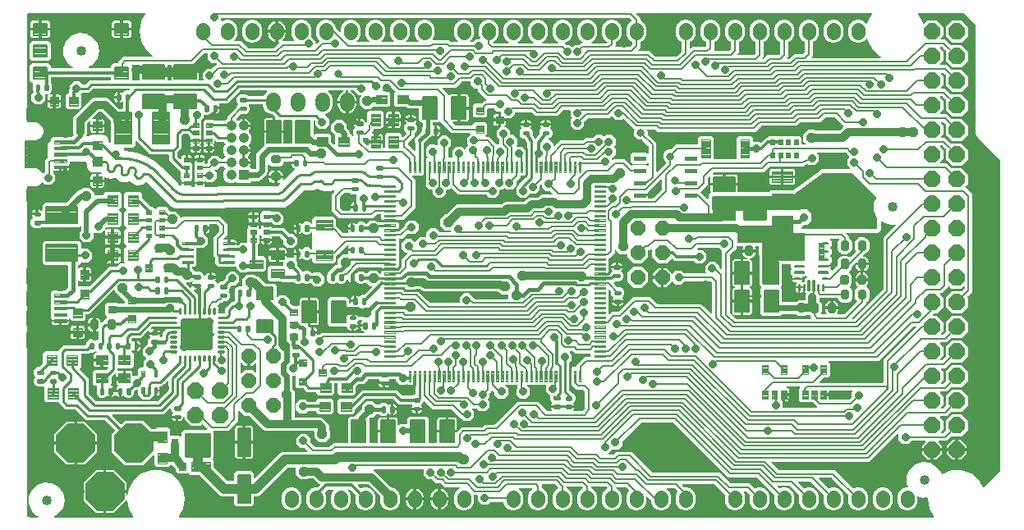
<source format=gtl>
G04 EAGLE Gerber RS-274X export*
G75*
%MOMM*%
%FSLAX34Y34*%
%LPD*%
%INTop Copper*%
%IPPOS*%
%AMOC8*
5,1,8,0,0,1.08239X$1,22.5*%
G01*
%ADD10P,1.677704X8X292.500000*%
%ADD11C,1.422400*%
%ADD12C,0.140000*%
%ADD13C,0.120000*%
%ADD14P,4.329560X8X202.500000*%
%ADD15P,4.329560X8X112.500000*%
%ADD16C,1.950000*%
%ADD17C,1.016000*%
%ADD18C,0.190000*%
%ADD19C,0.102359*%
%ADD20C,0.457200*%
%ADD21C,0.100000*%
%ADD22C,0.210000*%
%ADD23P,1.814519X8X292.500000*%
%ADD24C,0.102000*%
%ADD25C,0.110000*%
%ADD26C,0.121919*%
%ADD27C,0.220000*%
%ADD28C,0.718719*%
%ADD29C,0.105000*%
%ADD30C,0.160000*%
%ADD31C,0.101600*%
%ADD32C,1.257200*%
%ADD33C,0.200000*%
%ADD34C,1.270000*%
%ADD35C,0.520000*%
%ADD36C,0.450000*%
%ADD37C,0.224000*%
%ADD38C,0.488100*%
%ADD39P,1.677704X8X112.500000*%
%ADD40P,1.814519X8X202.500000*%
%ADD41C,0.254000*%
%ADD42C,0.099059*%
%ADD43C,0.104000*%
%ADD44R,1.057200X1.057200*%
%ADD45C,1.057200*%
%ADD46C,0.150000*%
%ADD47C,0.330200*%
%ADD48C,1.016000*%
%ADD49C,0.152400*%
%ADD50C,1.500000*%
%ADD51C,0.103500*%
%ADD52C,0.812800*%
%ADD53P,1.099708X8X22.500000*%
%ADD54C,0.406400*%
%ADD55P,0.879767X8X22.500000*%
%ADD56C,0.304800*%
%ADD57C,0.609600*%
%ADD58C,0.203200*%
%ADD59C,0.279400*%
%ADD60C,0.508000*%
%ADD61C,0.812800*%
%ADD62C,0.292100*%

G36*
X17500Y6351D02*
X17500Y6351D01*
X17504Y6351D01*
X17622Y6371D01*
X17739Y6390D01*
X17742Y6392D01*
X17746Y6393D01*
X17851Y6450D01*
X17956Y6506D01*
X17959Y6508D01*
X17962Y6510D01*
X18042Y6596D01*
X18125Y6684D01*
X18127Y6688D01*
X18130Y6690D01*
X18179Y6799D01*
X18229Y6907D01*
X18229Y6911D01*
X18231Y6915D01*
X18243Y7034D01*
X18256Y7151D01*
X18255Y7155D01*
X18256Y7159D01*
X18229Y7275D01*
X18204Y7392D01*
X18202Y7395D01*
X18201Y7399D01*
X18140Y7499D01*
X18078Y7603D01*
X18075Y7606D01*
X18073Y7609D01*
X17982Y7685D01*
X17891Y7763D01*
X17887Y7764D01*
X17884Y7767D01*
X17731Y7836D01*
X17337Y7964D01*
X11568Y13158D01*
X8411Y20249D01*
X8411Y28011D01*
X11568Y35102D01*
X17337Y40296D01*
X24719Y42694D01*
X32438Y41883D01*
X39160Y38002D01*
X43723Y31722D01*
X45337Y24130D01*
X43723Y16538D01*
X39160Y10258D01*
X34853Y7771D01*
X34816Y7741D01*
X34774Y7718D01*
X34722Y7663D01*
X34663Y7615D01*
X34638Y7575D01*
X34604Y7540D01*
X34573Y7471D01*
X34532Y7407D01*
X34521Y7360D01*
X34501Y7317D01*
X34493Y7242D01*
X34475Y7168D01*
X34479Y7120D01*
X34474Y7073D01*
X34490Y6998D01*
X34497Y6923D01*
X34516Y6879D01*
X34526Y6832D01*
X34565Y6767D01*
X34595Y6698D01*
X34628Y6662D01*
X34652Y6621D01*
X34710Y6572D01*
X34761Y6516D01*
X34803Y6492D01*
X34839Y6461D01*
X34909Y6433D01*
X34976Y6396D01*
X35023Y6387D01*
X35067Y6369D01*
X35196Y6355D01*
X35217Y6351D01*
X35224Y6352D01*
X35234Y6351D01*
X115309Y6351D01*
X115403Y6366D01*
X115498Y6375D01*
X115524Y6386D01*
X115552Y6390D01*
X115636Y6435D01*
X115723Y6473D01*
X115744Y6492D01*
X115769Y6506D01*
X115835Y6574D01*
X115906Y6639D01*
X115919Y6663D01*
X115939Y6684D01*
X115979Y6770D01*
X116025Y6854D01*
X116030Y6881D01*
X116042Y6907D01*
X116053Y7002D01*
X116070Y7095D01*
X116066Y7123D01*
X116069Y7151D01*
X116049Y7245D01*
X116036Y7339D01*
X116022Y7371D01*
X116017Y7392D01*
X116000Y7420D01*
X115968Y7493D01*
X111546Y15153D01*
X110093Y23392D01*
X110091Y23397D01*
X110091Y23402D01*
X110051Y23512D01*
X110012Y23624D01*
X110009Y23628D01*
X110007Y23633D01*
X109934Y23725D01*
X109861Y23818D01*
X109856Y23821D01*
X109853Y23825D01*
X109753Y23890D01*
X109656Y23954D01*
X109651Y23955D01*
X109646Y23958D01*
X109532Y23987D01*
X109418Y24017D01*
X109413Y24017D01*
X109408Y24018D01*
X109291Y24009D01*
X109173Y24002D01*
X109168Y24000D01*
X109162Y23999D01*
X109055Y23954D01*
X108945Y23908D01*
X108941Y23905D01*
X108936Y23903D01*
X108805Y23798D01*
X95994Y10987D01*
X88391Y10987D01*
X88391Y21183D01*
X88372Y21298D01*
X88355Y21414D01*
X88352Y21420D01*
X88351Y21426D01*
X88297Y21529D01*
X88244Y21634D01*
X88239Y21638D01*
X88236Y21644D01*
X88151Y21724D01*
X88068Y21806D01*
X88062Y21809D01*
X88058Y21813D01*
X88041Y21821D01*
X87921Y21887D01*
X87159Y22202D01*
X87071Y22223D01*
X86984Y22252D01*
X86951Y22251D01*
X86920Y22259D01*
X86829Y22250D01*
X86738Y22249D01*
X86698Y22238D01*
X86675Y22235D01*
X86646Y22222D01*
X86577Y22202D01*
X85815Y21887D01*
X85716Y21825D01*
X85615Y21765D01*
X85611Y21760D01*
X85606Y21757D01*
X85531Y21668D01*
X85455Y21578D01*
X85453Y21572D01*
X85449Y21568D01*
X85407Y21459D01*
X85363Y21350D01*
X85362Y21343D01*
X85361Y21338D01*
X85360Y21319D01*
X85345Y21183D01*
X85345Y10987D01*
X77742Y10987D01*
X64835Y23894D01*
X64835Y31497D01*
X65688Y31497D01*
X65708Y31500D01*
X65727Y31498D01*
X65829Y31520D01*
X65931Y31537D01*
X65948Y31546D01*
X65968Y31550D01*
X66057Y31603D01*
X66148Y31652D01*
X66162Y31666D01*
X66179Y31676D01*
X66246Y31755D01*
X66318Y31830D01*
X66326Y31848D01*
X66339Y31863D01*
X66378Y31959D01*
X66421Y32053D01*
X66423Y32073D01*
X66431Y32091D01*
X66449Y32258D01*
X66449Y33782D01*
X66448Y33791D01*
X66448Y33795D01*
X66446Y33804D01*
X66448Y33821D01*
X66426Y33923D01*
X66410Y34025D01*
X66400Y34042D01*
X66396Y34062D01*
X66343Y34151D01*
X66294Y34242D01*
X66280Y34256D01*
X66270Y34273D01*
X66191Y34340D01*
X66116Y34411D01*
X66098Y34420D01*
X66083Y34433D01*
X65987Y34472D01*
X65893Y34515D01*
X65873Y34517D01*
X65855Y34525D01*
X65688Y34543D01*
X64835Y34543D01*
X64835Y42146D01*
X77742Y55053D01*
X85345Y55053D01*
X85345Y44857D01*
X85364Y44742D01*
X85381Y44626D01*
X85384Y44620D01*
X85385Y44614D01*
X85439Y44511D01*
X85492Y44406D01*
X85497Y44402D01*
X85500Y44396D01*
X85585Y44316D01*
X85668Y44234D01*
X85674Y44231D01*
X85678Y44227D01*
X85695Y44219D01*
X85815Y44153D01*
X86577Y43838D01*
X86665Y43817D01*
X86752Y43788D01*
X86785Y43789D01*
X86816Y43781D01*
X86907Y43790D01*
X86998Y43791D01*
X87038Y43802D01*
X87061Y43805D01*
X87090Y43818D01*
X87159Y43838D01*
X87921Y44153D01*
X88020Y44215D01*
X88121Y44275D01*
X88125Y44280D01*
X88130Y44283D01*
X88205Y44372D01*
X88281Y44462D01*
X88283Y44468D01*
X88287Y44472D01*
X88329Y44581D01*
X88373Y44690D01*
X88374Y44697D01*
X88375Y44702D01*
X88376Y44721D01*
X88391Y44857D01*
X88391Y55053D01*
X95994Y55053D01*
X108901Y42146D01*
X108901Y34543D01*
X108048Y34543D01*
X108028Y34540D01*
X108009Y34542D01*
X107907Y34520D01*
X107805Y34503D01*
X107788Y34494D01*
X107768Y34490D01*
X107679Y34437D01*
X107588Y34388D01*
X107574Y34374D01*
X107557Y34364D01*
X107490Y34285D01*
X107418Y34210D01*
X107410Y34192D01*
X107397Y34177D01*
X107358Y34081D01*
X107315Y33987D01*
X107313Y33967D01*
X107305Y33949D01*
X107287Y33782D01*
X107287Y32258D01*
X107290Y32238D01*
X107288Y32219D01*
X107310Y32117D01*
X107326Y32015D01*
X107336Y31998D01*
X107340Y31978D01*
X107393Y31889D01*
X107442Y31798D01*
X107456Y31784D01*
X107466Y31767D01*
X107545Y31700D01*
X107620Y31629D01*
X107638Y31620D01*
X107653Y31607D01*
X107749Y31568D01*
X107843Y31525D01*
X107863Y31523D01*
X107881Y31515D01*
X108048Y31497D01*
X108901Y31497D01*
X108901Y29347D01*
X108910Y29290D01*
X108909Y29233D01*
X108930Y29170D01*
X108940Y29104D01*
X108967Y29054D01*
X108985Y28999D01*
X109024Y28945D01*
X109056Y28887D01*
X109097Y28847D01*
X109131Y28801D01*
X109186Y28763D01*
X109234Y28717D01*
X109286Y28693D01*
X109333Y28660D01*
X109397Y28642D01*
X109457Y28614D01*
X109514Y28607D01*
X109569Y28591D01*
X109635Y28594D01*
X109701Y28587D01*
X109757Y28599D01*
X109815Y28601D01*
X109877Y28625D01*
X109942Y28639D01*
X109991Y28668D01*
X110044Y28689D01*
X110096Y28731D01*
X110153Y28765D01*
X110190Y28809D01*
X110234Y28845D01*
X110270Y28901D01*
X110313Y28952D01*
X110334Y29005D01*
X110365Y29054D01*
X110393Y29151D01*
X110405Y29180D01*
X110407Y29198D01*
X110412Y29215D01*
X111546Y35647D01*
X116749Y44659D01*
X124719Y51347D01*
X134497Y54906D01*
X144903Y54906D01*
X154681Y51347D01*
X162651Y44659D01*
X167854Y35647D01*
X169661Y25400D01*
X167854Y15153D01*
X163432Y7493D01*
X163398Y7404D01*
X163358Y7317D01*
X163355Y7289D01*
X163345Y7263D01*
X163341Y7167D01*
X163331Y7073D01*
X163337Y7045D01*
X163336Y7017D01*
X163363Y6925D01*
X163383Y6832D01*
X163397Y6808D01*
X163405Y6781D01*
X163460Y6703D01*
X163509Y6621D01*
X163530Y6603D01*
X163547Y6580D01*
X163623Y6523D01*
X163696Y6461D01*
X163722Y6451D01*
X163745Y6434D01*
X163835Y6405D01*
X163924Y6369D01*
X163959Y6365D01*
X163979Y6359D01*
X164012Y6359D01*
X164091Y6351D01*
X940809Y6351D01*
X940903Y6366D01*
X940998Y6375D01*
X941024Y6386D01*
X941052Y6390D01*
X941136Y6435D01*
X941223Y6473D01*
X941244Y6492D01*
X941269Y6506D01*
X941335Y6574D01*
X941406Y6639D01*
X941419Y6663D01*
X941439Y6684D01*
X941479Y6770D01*
X941525Y6854D01*
X941530Y6881D01*
X941542Y6907D01*
X941553Y7002D01*
X941570Y7095D01*
X941566Y7123D01*
X941569Y7151D01*
X941549Y7245D01*
X941536Y7339D01*
X941522Y7371D01*
X941517Y7392D01*
X941500Y7420D01*
X941468Y7493D01*
X937046Y15153D01*
X935239Y25400D01*
X935342Y25981D01*
X935342Y25984D01*
X935342Y25986D01*
X935343Y26105D01*
X935345Y26227D01*
X935344Y26230D01*
X935344Y26232D01*
X935306Y26346D01*
X935269Y26461D01*
X935267Y26463D01*
X935267Y26466D01*
X935194Y26562D01*
X935123Y26659D01*
X935121Y26660D01*
X935119Y26662D01*
X935021Y26730D01*
X934921Y26800D01*
X934919Y26800D01*
X934916Y26802D01*
X934802Y26835D01*
X934685Y26869D01*
X934682Y26869D01*
X934680Y26870D01*
X934512Y26870D01*
X929975Y26394D01*
X925557Y27829D01*
X925541Y27831D01*
X925527Y27838D01*
X925421Y27850D01*
X925314Y27866D01*
X925298Y27863D01*
X925283Y27865D01*
X925178Y27842D01*
X925072Y27824D01*
X925058Y27816D01*
X925042Y27813D01*
X924950Y27758D01*
X924856Y27707D01*
X924845Y27695D01*
X924831Y27687D01*
X924761Y27605D01*
X924688Y27526D01*
X924682Y27512D01*
X924671Y27500D01*
X924631Y27400D01*
X924587Y27302D01*
X924585Y27286D01*
X924579Y27272D01*
X924561Y27105D01*
X924561Y21601D01*
X923014Y17866D01*
X920156Y15008D01*
X916421Y13461D01*
X912379Y13461D01*
X908644Y15008D01*
X905786Y17866D01*
X904239Y21601D01*
X904239Y29199D01*
X905786Y32934D01*
X908644Y35792D01*
X912379Y37339D01*
X914159Y37339D01*
X914214Y37348D01*
X914270Y37347D01*
X914335Y37368D01*
X914402Y37378D01*
X914451Y37405D01*
X914505Y37422D01*
X914559Y37462D01*
X914619Y37494D01*
X914658Y37534D01*
X914703Y37567D01*
X914742Y37623D01*
X914789Y37672D01*
X914812Y37723D01*
X914844Y37768D01*
X914864Y37833D01*
X914892Y37895D01*
X914899Y37950D01*
X914915Y38004D01*
X914912Y38072D01*
X914920Y38139D01*
X914908Y38194D01*
X914906Y38250D01*
X914874Y38350D01*
X914867Y38380D01*
X914861Y38391D01*
X914855Y38410D01*
X913667Y41077D01*
X913667Y48839D01*
X916824Y55930D01*
X922593Y61124D01*
X929975Y63522D01*
X937694Y62711D01*
X944416Y58830D01*
X948979Y52550D01*
X949123Y51871D01*
X949150Y51803D01*
X949167Y51732D01*
X949194Y51689D01*
X949213Y51642D01*
X949260Y51586D01*
X949298Y51524D01*
X949338Y51492D01*
X949370Y51453D01*
X949433Y51415D01*
X949489Y51369D01*
X949537Y51351D01*
X949580Y51324D01*
X949651Y51308D01*
X949720Y51282D01*
X949770Y51281D01*
X949820Y51269D01*
X949892Y51277D01*
X949965Y51274D01*
X950033Y51291D01*
X950065Y51294D01*
X950087Y51304D01*
X950128Y51314D01*
X959997Y54906D01*
X970403Y54906D01*
X980181Y51347D01*
X988151Y44659D01*
X992313Y37450D01*
X992388Y37358D01*
X992463Y37265D01*
X992467Y37263D01*
X992469Y37260D01*
X992570Y37197D01*
X992670Y37132D01*
X992674Y37131D01*
X992678Y37129D01*
X992793Y37101D01*
X992908Y37072D01*
X992913Y37072D01*
X992917Y37071D01*
X993036Y37082D01*
X993154Y37091D01*
X993157Y37093D01*
X993162Y37093D01*
X993272Y37142D01*
X993380Y37187D01*
X993384Y37190D01*
X993387Y37192D01*
X993397Y37201D01*
X993511Y37292D01*
X1009426Y53208D01*
X1009479Y53282D01*
X1009539Y53351D01*
X1009551Y53381D01*
X1009570Y53407D01*
X1009597Y53494D01*
X1009631Y53579D01*
X1009635Y53620D01*
X1009642Y53642D01*
X1009641Y53675D01*
X1009649Y53746D01*
X1009649Y375514D01*
X1009635Y375604D01*
X1009627Y375695D01*
X1009615Y375725D01*
X1009610Y375757D01*
X1009567Y375838D01*
X1009531Y375921D01*
X1009505Y375954D01*
X1009494Y375974D01*
X1009471Y375996D01*
X1009426Y376052D01*
X987110Y398369D01*
X985216Y400263D01*
X984249Y402597D01*
X984249Y515214D01*
X984235Y515304D01*
X984227Y515395D01*
X984215Y515425D01*
X984210Y515457D01*
X984167Y515538D01*
X984131Y515621D01*
X984105Y515654D01*
X984094Y515674D01*
X984071Y515696D01*
X984026Y515752D01*
X972952Y526826D01*
X972878Y526879D01*
X972809Y526939D01*
X972779Y526951D01*
X972753Y526970D01*
X972666Y526997D01*
X972581Y527031D01*
X972540Y527035D01*
X972518Y527042D01*
X972485Y527041D01*
X972414Y527049D01*
X926091Y527049D01*
X925997Y527034D01*
X925902Y527025D01*
X925876Y527014D01*
X925848Y527010D01*
X925764Y526965D01*
X925677Y526927D01*
X925656Y526908D01*
X925631Y526894D01*
X925565Y526826D01*
X925494Y526761D01*
X925481Y526737D01*
X925461Y526716D01*
X925421Y526630D01*
X925375Y526546D01*
X925370Y526519D01*
X925358Y526493D01*
X925347Y526398D01*
X925330Y526305D01*
X925334Y526277D01*
X925331Y526249D01*
X925351Y526155D01*
X925364Y526061D01*
X925378Y526029D01*
X925383Y526008D01*
X925385Y526005D01*
X925400Y525980D01*
X925432Y525907D01*
X929854Y518247D01*
X930204Y516263D01*
X930206Y516258D01*
X930206Y516253D01*
X930246Y516143D01*
X930285Y516031D01*
X930288Y516027D01*
X930290Y516022D01*
X930363Y515931D01*
X930436Y515837D01*
X930441Y515834D01*
X930444Y515830D01*
X930544Y515766D01*
X930641Y515701D01*
X930646Y515700D01*
X930651Y515697D01*
X930765Y515668D01*
X930879Y515638D01*
X930884Y515638D01*
X930889Y515637D01*
X931006Y515646D01*
X931124Y515654D01*
X931129Y515656D01*
X931135Y515656D01*
X931242Y515702D01*
X931352Y515747D01*
X931356Y515750D01*
X931361Y515753D01*
X931492Y515857D01*
X935065Y519431D01*
X944535Y519431D01*
X951231Y512735D01*
X951231Y503265D01*
X949138Y501172D01*
X949096Y501114D01*
X949047Y501062D01*
X949025Y501015D01*
X948994Y500973D01*
X948973Y500904D01*
X948943Y500839D01*
X948937Y500787D01*
X948922Y500737D01*
X948924Y500666D01*
X948916Y500595D01*
X948927Y500544D01*
X948928Y500492D01*
X948953Y500424D01*
X948968Y500354D01*
X948995Y500309D01*
X949013Y500261D01*
X949058Y500205D01*
X949094Y500143D01*
X949134Y500109D01*
X949166Y500069D01*
X949227Y500030D01*
X949281Y499983D01*
X949329Y499964D01*
X949373Y499936D01*
X949443Y499918D01*
X949509Y499891D01*
X949581Y499883D01*
X949612Y499875D01*
X949635Y499877D01*
X949676Y499873D01*
X953676Y499873D01*
X956280Y497269D01*
X959453Y494095D01*
X959469Y494084D01*
X959482Y494068D01*
X959569Y494012D01*
X959653Y493952D01*
X959672Y493946D01*
X959689Y493935D01*
X959789Y493910D01*
X959888Y493879D01*
X959908Y493880D01*
X959927Y493875D01*
X960030Y493883D01*
X960134Y493886D01*
X960153Y493893D01*
X960173Y493894D01*
X960268Y493935D01*
X960365Y493970D01*
X960381Y493983D01*
X960399Y493990D01*
X960449Y494031D01*
X969935Y494031D01*
X976631Y487335D01*
X976631Y477865D01*
X969935Y471169D01*
X960465Y471169D01*
X953769Y477865D01*
X953769Y487357D01*
X953788Y487386D01*
X953848Y487470D01*
X953854Y487489D01*
X953865Y487506D01*
X953890Y487606D01*
X953921Y487705D01*
X953920Y487725D01*
X953925Y487744D01*
X953917Y487847D01*
X953914Y487951D01*
X953907Y487970D01*
X953906Y487990D01*
X953865Y488085D01*
X953830Y488182D01*
X953817Y488198D01*
X953810Y488216D01*
X953705Y488347D01*
X950531Y491520D01*
X950457Y491573D01*
X950388Y491633D01*
X950358Y491645D01*
X950332Y491664D01*
X950244Y491691D01*
X950160Y491725D01*
X950119Y491729D01*
X950096Y491736D01*
X950064Y491735D01*
X949993Y491743D01*
X948660Y491743D01*
X948589Y491732D01*
X948518Y491730D01*
X948469Y491712D01*
X948417Y491704D01*
X948354Y491670D01*
X948287Y491645D01*
X948246Y491613D01*
X948200Y491588D01*
X948151Y491536D01*
X948095Y491492D01*
X948066Y491448D01*
X948031Y491410D01*
X948000Y491345D01*
X947962Y491285D01*
X947949Y491234D01*
X947927Y491187D01*
X947919Y491116D01*
X947901Y491046D01*
X947906Y490994D01*
X947900Y490943D01*
X947915Y490872D01*
X947921Y490801D01*
X947941Y490753D01*
X947952Y490702D01*
X947989Y490641D01*
X948017Y490575D01*
X948062Y490519D01*
X948078Y490491D01*
X948096Y490476D01*
X948122Y490444D01*
X951231Y487335D01*
X951231Y477865D01*
X948122Y474756D01*
X948080Y474698D01*
X948031Y474646D01*
X948009Y474599D01*
X947978Y474557D01*
X947957Y474488D01*
X947927Y474423D01*
X947921Y474371D01*
X947906Y474321D01*
X947908Y474250D01*
X947900Y474179D01*
X947911Y474128D01*
X947912Y474076D01*
X947937Y474008D01*
X947952Y473938D01*
X947979Y473893D01*
X947997Y473845D01*
X948042Y473789D01*
X948078Y473727D01*
X948118Y473693D01*
X948150Y473653D01*
X948211Y473614D01*
X948265Y473567D01*
X948313Y473548D01*
X948357Y473520D01*
X948427Y473502D01*
X948493Y473475D01*
X948565Y473467D01*
X948596Y473459D01*
X948619Y473461D01*
X948660Y473457D01*
X954692Y473457D01*
X959453Y468695D01*
X959469Y468684D01*
X959482Y468668D01*
X959569Y468612D01*
X959653Y468552D01*
X959672Y468546D01*
X959689Y468535D01*
X959789Y468510D01*
X959888Y468479D01*
X959908Y468480D01*
X959927Y468475D01*
X960030Y468483D01*
X960134Y468486D01*
X960153Y468493D01*
X960173Y468494D01*
X960268Y468535D01*
X960365Y468570D01*
X960381Y468583D01*
X960399Y468590D01*
X960449Y468631D01*
X969935Y468631D01*
X976631Y461935D01*
X976631Y452465D01*
X969935Y445769D01*
X960465Y445769D01*
X953769Y452465D01*
X953769Y461957D01*
X953788Y461986D01*
X953848Y462070D01*
X953854Y462089D01*
X953865Y462106D01*
X953890Y462206D01*
X953921Y462305D01*
X953920Y462325D01*
X953925Y462344D01*
X953917Y462447D01*
X953914Y462551D01*
X953907Y462570D01*
X953906Y462590D01*
X953865Y462685D01*
X953830Y462782D01*
X953817Y462798D01*
X953810Y462816D01*
X953705Y462947D01*
X951547Y465104D01*
X951473Y465157D01*
X951404Y465217D01*
X951374Y465229D01*
X951348Y465248D01*
X951260Y465275D01*
X951176Y465309D01*
X951135Y465313D01*
X951112Y465320D01*
X951080Y465319D01*
X951009Y465327D01*
X949676Y465327D01*
X949605Y465316D01*
X949534Y465314D01*
X949485Y465296D01*
X949433Y465288D01*
X949370Y465254D01*
X949303Y465229D01*
X949262Y465197D01*
X949216Y465172D01*
X949167Y465120D01*
X949111Y465076D01*
X949082Y465032D01*
X949047Y464994D01*
X949016Y464929D01*
X948978Y464869D01*
X948965Y464818D01*
X948943Y464771D01*
X948935Y464700D01*
X948917Y464630D01*
X948922Y464578D01*
X948916Y464527D01*
X948931Y464456D01*
X948937Y464385D01*
X948957Y464337D01*
X948968Y464286D01*
X949005Y464225D01*
X949033Y464159D01*
X949078Y464103D01*
X949094Y464075D01*
X949112Y464060D01*
X949138Y464028D01*
X951231Y461935D01*
X951231Y452465D01*
X949138Y450372D01*
X949096Y450314D01*
X949047Y450262D01*
X949025Y450215D01*
X948994Y450173D01*
X948973Y450104D01*
X948943Y450039D01*
X948937Y449987D01*
X948922Y449937D01*
X948924Y449866D01*
X948916Y449795D01*
X948927Y449744D01*
X948928Y449692D01*
X948953Y449624D01*
X948968Y449554D01*
X948995Y449509D01*
X949013Y449461D01*
X949058Y449405D01*
X949094Y449343D01*
X949134Y449309D01*
X949166Y449269D01*
X949227Y449230D01*
X949281Y449183D01*
X949329Y449164D01*
X949373Y449136D01*
X949443Y449118D01*
X949509Y449091D01*
X949581Y449083D01*
X949612Y449075D01*
X949635Y449077D01*
X949676Y449073D01*
X953676Y449073D01*
X956280Y446469D01*
X959453Y443295D01*
X959469Y443284D01*
X959482Y443268D01*
X959569Y443212D01*
X959653Y443152D01*
X959672Y443146D01*
X959689Y443135D01*
X959789Y443110D01*
X959888Y443079D01*
X959908Y443080D01*
X959927Y443075D01*
X960030Y443083D01*
X960134Y443086D01*
X960153Y443093D01*
X960173Y443094D01*
X960268Y443135D01*
X960365Y443170D01*
X960381Y443183D01*
X960399Y443190D01*
X960449Y443231D01*
X969935Y443231D01*
X976631Y436535D01*
X976631Y427065D01*
X969935Y420369D01*
X960465Y420369D01*
X953769Y427065D01*
X953769Y436557D01*
X953788Y436586D01*
X953848Y436670D01*
X953854Y436689D01*
X953865Y436706D01*
X953890Y436806D01*
X953921Y436905D01*
X953920Y436925D01*
X953925Y436944D01*
X953917Y437047D01*
X953914Y437151D01*
X953907Y437170D01*
X953906Y437190D01*
X953865Y437285D01*
X953830Y437382D01*
X953817Y437398D01*
X953810Y437416D01*
X953705Y437547D01*
X950531Y440720D01*
X950457Y440773D01*
X950388Y440833D01*
X950358Y440845D01*
X950332Y440864D01*
X950244Y440891D01*
X950160Y440925D01*
X950119Y440929D01*
X950096Y440936D01*
X950064Y440935D01*
X949993Y440943D01*
X948660Y440943D01*
X948589Y440932D01*
X948518Y440930D01*
X948469Y440912D01*
X948417Y440904D01*
X948354Y440870D01*
X948287Y440845D01*
X948246Y440813D01*
X948200Y440788D01*
X948151Y440736D01*
X948095Y440692D01*
X948066Y440648D01*
X948031Y440610D01*
X948000Y440545D01*
X947962Y440485D01*
X947949Y440434D01*
X947927Y440387D01*
X947919Y440316D01*
X947901Y440246D01*
X947906Y440194D01*
X947900Y440143D01*
X947915Y440072D01*
X947921Y440001D01*
X947941Y439953D01*
X947952Y439902D01*
X947989Y439841D01*
X948017Y439775D01*
X948062Y439719D01*
X948078Y439691D01*
X948096Y439676D01*
X948122Y439644D01*
X951231Y436535D01*
X951231Y427065D01*
X948122Y423956D01*
X948080Y423898D01*
X948031Y423846D01*
X948009Y423799D01*
X947978Y423757D01*
X947957Y423688D01*
X947927Y423623D01*
X947921Y423571D01*
X947906Y423521D01*
X947908Y423450D01*
X947900Y423379D01*
X947911Y423328D01*
X947912Y423276D01*
X947937Y423208D01*
X947952Y423138D01*
X947979Y423093D01*
X947997Y423045D01*
X948042Y422989D01*
X948078Y422927D01*
X948118Y422893D01*
X948150Y422853D01*
X948211Y422814D01*
X948265Y422767D01*
X948313Y422748D01*
X948357Y422720D01*
X948427Y422702D01*
X948493Y422675D01*
X948565Y422667D01*
X948596Y422659D01*
X948619Y422661D01*
X948660Y422657D01*
X954692Y422657D01*
X959453Y417895D01*
X959469Y417884D01*
X959482Y417868D01*
X959569Y417812D01*
X959653Y417752D01*
X959672Y417746D01*
X959689Y417735D01*
X959789Y417710D01*
X959888Y417679D01*
X959908Y417680D01*
X959927Y417675D01*
X960030Y417683D01*
X960134Y417686D01*
X960153Y417693D01*
X960173Y417694D01*
X960268Y417735D01*
X960365Y417770D01*
X960381Y417783D01*
X960399Y417790D01*
X960449Y417831D01*
X969935Y417831D01*
X976631Y411135D01*
X976631Y401665D01*
X969935Y394969D01*
X960465Y394969D01*
X953769Y401665D01*
X953769Y411157D01*
X953788Y411186D01*
X953848Y411270D01*
X953854Y411289D01*
X953865Y411306D01*
X953890Y411406D01*
X953921Y411505D01*
X953920Y411525D01*
X953925Y411544D01*
X953917Y411647D01*
X953914Y411751D01*
X953907Y411770D01*
X953906Y411790D01*
X953865Y411885D01*
X953830Y411982D01*
X953817Y411998D01*
X953810Y412016D01*
X953705Y412147D01*
X951547Y414304D01*
X951473Y414357D01*
X951404Y414417D01*
X951374Y414429D01*
X951348Y414448D01*
X951260Y414475D01*
X951176Y414509D01*
X951135Y414513D01*
X951112Y414520D01*
X951080Y414519D01*
X951009Y414527D01*
X949676Y414527D01*
X949605Y414516D01*
X949534Y414514D01*
X949485Y414496D01*
X949433Y414488D01*
X949370Y414454D01*
X949303Y414429D01*
X949262Y414397D01*
X949216Y414372D01*
X949167Y414320D01*
X949111Y414276D01*
X949082Y414232D01*
X949047Y414194D01*
X949016Y414129D01*
X948978Y414069D01*
X948965Y414018D01*
X948943Y413971D01*
X948935Y413900D01*
X948917Y413830D01*
X948922Y413778D01*
X948916Y413727D01*
X948931Y413656D01*
X948937Y413585D01*
X948957Y413537D01*
X948968Y413486D01*
X949005Y413424D01*
X949033Y413359D01*
X949078Y413303D01*
X949094Y413275D01*
X949112Y413260D01*
X949138Y413228D01*
X951231Y411135D01*
X951231Y401665D01*
X949138Y399572D01*
X949096Y399514D01*
X949047Y399462D01*
X949025Y399415D01*
X948994Y399373D01*
X948973Y399304D01*
X948943Y399239D01*
X948937Y399187D01*
X948922Y399137D01*
X948924Y399066D01*
X948916Y398995D01*
X948927Y398944D01*
X948928Y398892D01*
X948953Y398824D01*
X948968Y398754D01*
X948995Y398709D01*
X949013Y398661D01*
X949058Y398605D01*
X949094Y398543D01*
X949134Y398509D01*
X949166Y398469D01*
X949227Y398430D01*
X949281Y398383D01*
X949329Y398364D01*
X949373Y398336D01*
X949443Y398318D01*
X949509Y398291D01*
X949581Y398283D01*
X949612Y398275D01*
X949635Y398277D01*
X949676Y398273D01*
X953676Y398273D01*
X959453Y392495D01*
X959469Y392484D01*
X959482Y392468D01*
X959564Y392415D01*
X959565Y392415D01*
X959569Y392412D01*
X959653Y392352D01*
X959672Y392346D01*
X959689Y392335D01*
X959789Y392310D01*
X959888Y392279D01*
X959908Y392280D01*
X959927Y392275D01*
X960030Y392283D01*
X960134Y392286D01*
X960153Y392293D01*
X960173Y392294D01*
X960268Y392335D01*
X960365Y392370D01*
X960381Y392383D01*
X960399Y392390D01*
X960449Y392431D01*
X969935Y392431D01*
X976631Y385735D01*
X976631Y376265D01*
X969935Y369569D01*
X960465Y369569D01*
X953769Y376265D01*
X953769Y385757D01*
X953784Y385781D01*
X953790Y385786D01*
X953793Y385793D01*
X953848Y385870D01*
X953854Y385889D01*
X953865Y385906D01*
X953888Y385997D01*
X953894Y386009D01*
X953895Y386022D01*
X953921Y386105D01*
X953920Y386125D01*
X953925Y386144D01*
X953918Y386231D01*
X953921Y386254D01*
X953916Y386274D01*
X953914Y386351D01*
X953907Y386370D01*
X953906Y386390D01*
X953876Y386460D01*
X953869Y386494D01*
X953852Y386523D01*
X953830Y386582D01*
X953817Y386598D01*
X953810Y386616D01*
X953755Y386684D01*
X953742Y386705D01*
X953728Y386717D01*
X953705Y386747D01*
X950531Y389920D01*
X950457Y389973D01*
X950388Y390033D01*
X950358Y390045D01*
X950332Y390064D01*
X950244Y390091D01*
X950160Y390125D01*
X950119Y390129D01*
X950096Y390136D01*
X950064Y390135D01*
X949993Y390143D01*
X948660Y390143D01*
X948589Y390132D01*
X948518Y390130D01*
X948469Y390112D01*
X948417Y390104D01*
X948354Y390070D01*
X948287Y390045D01*
X948246Y390013D01*
X948200Y389988D01*
X948151Y389936D01*
X948095Y389892D01*
X948066Y389848D01*
X948031Y389810D01*
X948000Y389745D01*
X947962Y389685D01*
X947949Y389634D01*
X947927Y389587D01*
X947919Y389516D01*
X947901Y389446D01*
X947906Y389394D01*
X947900Y389343D01*
X947915Y389272D01*
X947921Y389201D01*
X947941Y389153D01*
X947952Y389102D01*
X947989Y389041D01*
X948017Y388975D01*
X948062Y388919D01*
X948078Y388891D01*
X948096Y388876D01*
X948122Y388844D01*
X951231Y385735D01*
X951231Y376265D01*
X948122Y373156D01*
X948080Y373098D01*
X948031Y373046D01*
X948009Y372999D01*
X947978Y372957D01*
X947957Y372888D01*
X947927Y372823D01*
X947921Y372771D01*
X947906Y372721D01*
X947908Y372650D01*
X947900Y372579D01*
X947911Y372528D01*
X947912Y372476D01*
X947937Y372408D01*
X947952Y372338D01*
X947979Y372293D01*
X947997Y372245D01*
X948042Y372189D01*
X948078Y372127D01*
X948118Y372093D01*
X948150Y372053D01*
X948211Y372014D01*
X948265Y371967D01*
X948313Y371948D01*
X948357Y371920D01*
X948427Y371902D01*
X948493Y371875D01*
X948565Y371867D01*
X948596Y371859D01*
X948619Y371861D01*
X948660Y371857D01*
X954692Y371857D01*
X959453Y367095D01*
X959469Y367084D01*
X959482Y367068D01*
X959569Y367012D01*
X959653Y366952D01*
X959672Y366946D01*
X959689Y366935D01*
X959789Y366910D01*
X959888Y366879D01*
X959908Y366880D01*
X959927Y366875D01*
X960030Y366883D01*
X960134Y366886D01*
X960153Y366893D01*
X960173Y366894D01*
X960268Y366935D01*
X960365Y366970D01*
X960381Y366983D01*
X960399Y366990D01*
X960449Y367031D01*
X969935Y367031D01*
X976631Y360335D01*
X976631Y350865D01*
X974155Y348390D01*
X974144Y348374D01*
X974128Y348361D01*
X974072Y348274D01*
X974012Y348190D01*
X974006Y348171D01*
X973995Y348154D01*
X973970Y348054D01*
X973939Y347955D01*
X973940Y347935D01*
X973935Y347916D01*
X973943Y347813D01*
X973946Y347709D01*
X973953Y347690D01*
X973954Y347670D01*
X973994Y347576D01*
X974030Y347478D01*
X974043Y347462D01*
X974050Y347444D01*
X974155Y347313D01*
X981457Y340012D01*
X981457Y239108D01*
X978853Y236504D01*
X976695Y234347D01*
X976684Y234331D01*
X976668Y234318D01*
X976612Y234231D01*
X976552Y234147D01*
X976546Y234128D01*
X976535Y234111D01*
X976510Y234011D01*
X976479Y233912D01*
X976480Y233892D01*
X976475Y233873D01*
X976483Y233770D01*
X976486Y233666D01*
X976493Y233647D01*
X976494Y233627D01*
X976535Y233532D01*
X976570Y233435D01*
X976583Y233419D01*
X976590Y233401D01*
X976631Y233351D01*
X976631Y223865D01*
X969935Y217169D01*
X960465Y217169D01*
X953769Y223865D01*
X953769Y233335D01*
X960465Y240031D01*
X969957Y240031D01*
X969986Y240012D01*
X970070Y239952D01*
X970089Y239946D01*
X970106Y239935D01*
X970206Y239910D01*
X970305Y239879D01*
X970325Y239880D01*
X970344Y239875D01*
X970447Y239883D01*
X970551Y239886D01*
X970570Y239893D01*
X970590Y239894D01*
X970685Y239935D01*
X970782Y239970D01*
X970798Y239983D01*
X970816Y239990D01*
X970947Y240095D01*
X973104Y242253D01*
X973157Y242327D01*
X973217Y242396D01*
X973229Y242426D01*
X973248Y242452D01*
X973275Y242540D01*
X973309Y242624D01*
X973313Y242665D01*
X973320Y242688D01*
X973319Y242720D01*
X973327Y242791D01*
X973327Y244124D01*
X973316Y244195D01*
X973314Y244266D01*
X973296Y244315D01*
X973288Y244367D01*
X973254Y244430D01*
X973229Y244497D01*
X973197Y244538D01*
X973172Y244584D01*
X973120Y244633D01*
X973076Y244689D01*
X973032Y244718D01*
X972994Y244753D01*
X972929Y244784D01*
X972869Y244822D01*
X972818Y244835D01*
X972771Y244857D01*
X972700Y244865D01*
X972630Y244883D01*
X972578Y244878D01*
X972527Y244884D01*
X972456Y244869D01*
X972385Y244863D01*
X972337Y244843D01*
X972286Y244832D01*
X972225Y244795D01*
X972159Y244767D01*
X972103Y244722D01*
X972075Y244706D01*
X972060Y244688D01*
X972028Y244662D01*
X969935Y242569D01*
X960465Y242569D01*
X957864Y245170D01*
X957806Y245212D01*
X957754Y245261D01*
X957732Y245272D01*
X957731Y245273D01*
X957722Y245276D01*
X957707Y245283D01*
X957665Y245314D01*
X957596Y245335D01*
X957531Y245365D01*
X957479Y245371D01*
X957429Y245386D01*
X957358Y245384D01*
X957287Y245392D01*
X957236Y245381D01*
X957184Y245380D01*
X957116Y245355D01*
X957046Y245340D01*
X957001Y245313D01*
X956953Y245295D01*
X956897Y245250D01*
X956835Y245214D01*
X956801Y245174D01*
X956761Y245142D01*
X956722Y245081D01*
X956675Y245027D01*
X956656Y244979D01*
X956628Y244935D01*
X956610Y244865D01*
X956606Y244855D01*
X956593Y244827D01*
X956592Y244821D01*
X956583Y244799D01*
X956575Y244727D01*
X956567Y244696D01*
X956569Y244673D01*
X956565Y244632D01*
X956565Y244188D01*
X950120Y237743D01*
X948660Y237743D01*
X948589Y237732D01*
X948518Y237730D01*
X948469Y237712D01*
X948417Y237704D01*
X948354Y237670D01*
X948287Y237645D01*
X948246Y237613D01*
X948200Y237588D01*
X948151Y237536D01*
X948095Y237492D01*
X948066Y237448D01*
X948031Y237410D01*
X948000Y237345D01*
X947962Y237285D01*
X947949Y237234D01*
X947927Y237187D01*
X947919Y237116D01*
X947901Y237046D01*
X947906Y236994D01*
X947900Y236943D01*
X947915Y236872D01*
X947921Y236801D01*
X947941Y236753D01*
X947952Y236702D01*
X947989Y236641D01*
X948017Y236575D01*
X948062Y236519D01*
X948078Y236491D01*
X948096Y236476D01*
X948122Y236444D01*
X951231Y233335D01*
X951231Y223865D01*
X944535Y217169D01*
X942053Y217169D01*
X941963Y217155D01*
X941872Y217147D01*
X941842Y217135D01*
X941810Y217130D01*
X941730Y217087D01*
X941646Y217051D01*
X941613Y217025D01*
X941593Y217014D01*
X941571Y216991D01*
X941515Y216946D01*
X941261Y216692D01*
X940499Y215930D01*
X940457Y215872D01*
X940407Y215820D01*
X940385Y215773D01*
X940355Y215731D01*
X940334Y215662D01*
X940304Y215597D01*
X940298Y215545D01*
X940283Y215495D01*
X940285Y215424D01*
X940277Y215353D01*
X940288Y215302D01*
X940289Y215250D01*
X940314Y215182D01*
X940329Y215112D01*
X940356Y215067D01*
X940374Y215019D01*
X940418Y214963D01*
X940455Y214901D01*
X940495Y214867D01*
X940527Y214827D01*
X940588Y214788D01*
X940642Y214741D01*
X940690Y214722D01*
X940734Y214694D01*
X940804Y214676D01*
X940870Y214649D01*
X940941Y214641D01*
X940973Y214633D01*
X940996Y214635D01*
X941037Y214631D01*
X944535Y214631D01*
X951231Y207935D01*
X951231Y198465D01*
X949138Y196372D01*
X949096Y196314D01*
X949047Y196262D01*
X949025Y196215D01*
X948994Y196173D01*
X948973Y196104D01*
X948943Y196039D01*
X948937Y195987D01*
X948922Y195937D01*
X948924Y195866D01*
X948916Y195795D01*
X948927Y195744D01*
X948928Y195692D01*
X948953Y195624D01*
X948968Y195554D01*
X948995Y195509D01*
X949013Y195461D01*
X949058Y195405D01*
X949094Y195343D01*
X949134Y195309D01*
X949166Y195269D01*
X949227Y195230D01*
X949281Y195183D01*
X949329Y195164D01*
X949373Y195136D01*
X949443Y195118D01*
X949509Y195091D01*
X949581Y195083D01*
X949612Y195075D01*
X949635Y195077D01*
X949676Y195073D01*
X951009Y195073D01*
X951099Y195087D01*
X951190Y195095D01*
X951220Y195107D01*
X951252Y195112D01*
X951332Y195155D01*
X951416Y195191D01*
X951449Y195217D01*
X951469Y195228D01*
X951491Y195251D01*
X951547Y195296D01*
X953705Y197453D01*
X953716Y197469D01*
X953732Y197482D01*
X953788Y197569D01*
X953848Y197653D01*
X953854Y197672D01*
X953865Y197689D01*
X953890Y197789D01*
X953921Y197888D01*
X953920Y197908D01*
X953925Y197927D01*
X953917Y198030D01*
X953914Y198134D01*
X953907Y198153D01*
X953906Y198173D01*
X953865Y198268D01*
X953830Y198365D01*
X953817Y198381D01*
X953810Y198399D01*
X953769Y198449D01*
X953769Y207935D01*
X960465Y214631D01*
X969935Y214631D01*
X976631Y207935D01*
X976631Y198465D01*
X969935Y191769D01*
X960443Y191769D01*
X960414Y191788D01*
X960330Y191848D01*
X960311Y191854D01*
X960294Y191865D01*
X960194Y191890D01*
X960095Y191921D01*
X960075Y191920D01*
X960056Y191925D01*
X959953Y191917D01*
X959849Y191914D01*
X959830Y191907D01*
X959810Y191906D01*
X959716Y191866D01*
X959618Y191830D01*
X959602Y191817D01*
X959584Y191810D01*
X959453Y191705D01*
X954692Y186943D01*
X948660Y186943D01*
X948589Y186932D01*
X948518Y186930D01*
X948469Y186912D01*
X948417Y186904D01*
X948354Y186870D01*
X948287Y186845D01*
X948246Y186813D01*
X948200Y186788D01*
X948151Y186736D01*
X948095Y186692D01*
X948066Y186648D01*
X948031Y186610D01*
X948000Y186545D01*
X947962Y186485D01*
X947949Y186434D01*
X947927Y186387D01*
X947919Y186316D01*
X947901Y186246D01*
X947906Y186194D01*
X947900Y186143D01*
X947915Y186072D01*
X947921Y186001D01*
X947941Y185953D01*
X947952Y185902D01*
X947989Y185841D01*
X948017Y185775D01*
X948062Y185719D01*
X948078Y185691D01*
X948096Y185676D01*
X948122Y185644D01*
X951231Y182535D01*
X951231Y173065D01*
X948122Y169956D01*
X948080Y169898D01*
X948031Y169846D01*
X948009Y169799D01*
X947978Y169757D01*
X947957Y169688D01*
X947927Y169623D01*
X947921Y169571D01*
X947906Y169521D01*
X947908Y169450D01*
X947900Y169379D01*
X947911Y169328D01*
X947912Y169276D01*
X947937Y169208D01*
X947952Y169138D01*
X947979Y169093D01*
X947997Y169045D01*
X948042Y168989D01*
X948078Y168927D01*
X948118Y168893D01*
X948150Y168853D01*
X948211Y168814D01*
X948265Y168767D01*
X948313Y168748D01*
X948357Y168720D01*
X948427Y168702D01*
X948493Y168675D01*
X948565Y168667D01*
X948596Y168659D01*
X948619Y168661D01*
X948660Y168657D01*
X949993Y168657D01*
X950083Y168671D01*
X950174Y168679D01*
X950204Y168691D01*
X950236Y168696D01*
X950316Y168739D01*
X950400Y168775D01*
X950432Y168801D01*
X950453Y168812D01*
X950475Y168835D01*
X950531Y168880D01*
X953705Y172053D01*
X953716Y172069D01*
X953732Y172082D01*
X953788Y172169D01*
X953848Y172253D01*
X953854Y172272D01*
X953865Y172289D01*
X953890Y172389D01*
X953921Y172488D01*
X953920Y172508D01*
X953925Y172527D01*
X953917Y172630D01*
X953914Y172734D01*
X953907Y172753D01*
X953906Y172772D01*
X953866Y172867D01*
X953830Y172965D01*
X953817Y172981D01*
X953810Y172999D01*
X953769Y173049D01*
X953769Y182535D01*
X960465Y189231D01*
X969935Y189231D01*
X976631Y182535D01*
X976631Y173065D01*
X969935Y166369D01*
X960443Y166369D01*
X960414Y166388D01*
X960330Y166448D01*
X960311Y166454D01*
X960294Y166465D01*
X960194Y166490D01*
X960095Y166521D01*
X960075Y166520D01*
X960056Y166525D01*
X959953Y166517D01*
X959849Y166514D01*
X959830Y166507D01*
X959810Y166506D01*
X959716Y166466D01*
X959618Y166430D01*
X959602Y166417D01*
X959584Y166410D01*
X959453Y166305D01*
X953676Y160527D01*
X949676Y160527D01*
X949605Y160516D01*
X949534Y160514D01*
X949485Y160496D01*
X949433Y160488D01*
X949370Y160454D01*
X949303Y160429D01*
X949262Y160397D01*
X949216Y160372D01*
X949167Y160320D01*
X949111Y160276D01*
X949082Y160232D01*
X949047Y160194D01*
X949016Y160129D01*
X948978Y160069D01*
X948965Y160018D01*
X948943Y159971D01*
X948935Y159900D01*
X948917Y159830D01*
X948922Y159778D01*
X948916Y159727D01*
X948931Y159656D01*
X948937Y159585D01*
X948957Y159537D01*
X948968Y159486D01*
X949005Y159425D01*
X949033Y159359D01*
X949078Y159303D01*
X949094Y159275D01*
X949112Y159260D01*
X949138Y159228D01*
X951231Y157135D01*
X951231Y147665D01*
X949138Y145572D01*
X949096Y145514D01*
X949047Y145462D01*
X949025Y145415D01*
X948994Y145373D01*
X948973Y145304D01*
X948943Y145239D01*
X948937Y145187D01*
X948922Y145137D01*
X948924Y145066D01*
X948916Y144995D01*
X948927Y144944D01*
X948928Y144892D01*
X948953Y144824D01*
X948968Y144754D01*
X948995Y144709D01*
X949013Y144661D01*
X949058Y144605D01*
X949094Y144543D01*
X949134Y144509D01*
X949166Y144469D01*
X949227Y144430D01*
X949281Y144383D01*
X949329Y144364D01*
X949373Y144336D01*
X949443Y144318D01*
X949509Y144291D01*
X949581Y144283D01*
X949612Y144275D01*
X949635Y144277D01*
X949676Y144273D01*
X951009Y144273D01*
X951099Y144287D01*
X951190Y144295D01*
X951220Y144307D01*
X951252Y144312D01*
X951332Y144355D01*
X951416Y144391D01*
X951449Y144417D01*
X951469Y144428D01*
X951491Y144451D01*
X951547Y144496D01*
X953705Y146653D01*
X953716Y146669D01*
X953732Y146682D01*
X953761Y146727D01*
X953787Y146754D01*
X953804Y146791D01*
X953848Y146853D01*
X953854Y146872D01*
X953865Y146889D01*
X953884Y146963D01*
X953890Y146977D01*
X953892Y146995D01*
X953921Y147088D01*
X953920Y147108D01*
X953925Y147127D01*
X953917Y147230D01*
X953914Y147334D01*
X953907Y147353D01*
X953906Y147373D01*
X953865Y147468D01*
X953830Y147565D01*
X953817Y147581D01*
X953810Y147599D01*
X953769Y147649D01*
X953769Y157135D01*
X960465Y163831D01*
X969935Y163831D01*
X976631Y157135D01*
X976631Y147665D01*
X969935Y140969D01*
X960443Y140969D01*
X960414Y140988D01*
X960330Y141048D01*
X960311Y141054D01*
X960294Y141065D01*
X960194Y141090D01*
X960095Y141121D01*
X960075Y141120D01*
X960056Y141125D01*
X959953Y141117D01*
X959849Y141114D01*
X959830Y141107D01*
X959810Y141106D01*
X959715Y141065D01*
X959618Y141030D01*
X959602Y141017D01*
X959584Y141010D01*
X959453Y140905D01*
X957296Y138747D01*
X954692Y136143D01*
X948660Y136143D01*
X948589Y136132D01*
X948518Y136130D01*
X948469Y136112D01*
X948417Y136104D01*
X948354Y136070D01*
X948287Y136045D01*
X948246Y136013D01*
X948200Y135988D01*
X948151Y135936D01*
X948095Y135892D01*
X948066Y135848D01*
X948031Y135810D01*
X948000Y135745D01*
X947962Y135685D01*
X947949Y135634D01*
X947927Y135587D01*
X947919Y135516D01*
X947901Y135446D01*
X947906Y135394D01*
X947900Y135343D01*
X947915Y135272D01*
X947921Y135201D01*
X947941Y135153D01*
X947952Y135102D01*
X947989Y135041D01*
X948017Y134975D01*
X948062Y134919D01*
X948078Y134891D01*
X948096Y134876D01*
X948122Y134844D01*
X951231Y131735D01*
X951231Y122265D01*
X949138Y120172D01*
X949096Y120114D01*
X949047Y120062D01*
X949025Y120015D01*
X948994Y119973D01*
X948973Y119904D01*
X948943Y119839D01*
X948937Y119787D01*
X948922Y119737D01*
X948924Y119666D01*
X948916Y119595D01*
X948927Y119544D01*
X948928Y119492D01*
X948953Y119424D01*
X948968Y119354D01*
X948995Y119309D01*
X949013Y119261D01*
X949058Y119205D01*
X949094Y119143D01*
X949134Y119109D01*
X949166Y119069D01*
X949227Y119030D01*
X949281Y118983D01*
X949329Y118964D01*
X949373Y118936D01*
X949443Y118918D01*
X949509Y118891D01*
X949581Y118883D01*
X949612Y118875D01*
X949635Y118877D01*
X949676Y118873D01*
X951009Y118873D01*
X951099Y118887D01*
X951190Y118895D01*
X951220Y118907D01*
X951252Y118912D01*
X951332Y118955D01*
X951416Y118991D01*
X951448Y119017D01*
X951469Y119028D01*
X951491Y119051D01*
X951547Y119096D01*
X953705Y121253D01*
X953716Y121269D01*
X953732Y121282D01*
X953788Y121369D01*
X953848Y121453D01*
X953854Y121472D01*
X953865Y121489D01*
X953890Y121589D01*
X953921Y121688D01*
X953920Y121708D01*
X953925Y121727D01*
X953917Y121830D01*
X953914Y121934D01*
X953907Y121953D01*
X953906Y121973D01*
X953866Y122067D01*
X953830Y122165D01*
X953817Y122181D01*
X953810Y122199D01*
X953769Y122249D01*
X953769Y131735D01*
X960465Y138431D01*
X969935Y138431D01*
X976631Y131735D01*
X976631Y122265D01*
X969935Y115569D01*
X960443Y115569D01*
X960414Y115588D01*
X960330Y115648D01*
X960311Y115654D01*
X960294Y115665D01*
X960194Y115690D01*
X960095Y115721D01*
X960075Y115720D01*
X960056Y115725D01*
X959953Y115717D01*
X959849Y115714D01*
X959830Y115707D01*
X959810Y115706D01*
X959716Y115666D01*
X959618Y115630D01*
X959602Y115617D01*
X959584Y115610D01*
X959453Y115505D01*
X957296Y113347D01*
X954692Y110743D01*
X948660Y110743D01*
X948589Y110732D01*
X948518Y110730D01*
X948469Y110712D01*
X948417Y110704D01*
X948354Y110670D01*
X948287Y110645D01*
X948246Y110613D01*
X948200Y110588D01*
X948151Y110536D01*
X948095Y110492D01*
X948066Y110448D01*
X948031Y110410D01*
X948000Y110345D01*
X947962Y110285D01*
X947949Y110234D01*
X947927Y110187D01*
X947919Y110116D01*
X947901Y110046D01*
X947906Y109994D01*
X947900Y109943D01*
X947915Y109872D01*
X947921Y109801D01*
X947941Y109753D01*
X947952Y109702D01*
X947989Y109641D01*
X948017Y109575D01*
X948062Y109519D01*
X948078Y109491D01*
X948096Y109476D01*
X948122Y109444D01*
X951231Y106335D01*
X951231Y96865D01*
X949138Y94772D01*
X949096Y94714D01*
X949047Y94662D01*
X949025Y94615D01*
X948994Y94573D01*
X948973Y94504D01*
X948943Y94439D01*
X948937Y94387D01*
X948922Y94337D01*
X948924Y94266D01*
X948916Y94195D01*
X948927Y94144D01*
X948928Y94092D01*
X948953Y94024D01*
X948968Y93954D01*
X948995Y93909D01*
X949013Y93861D01*
X949058Y93805D01*
X949094Y93743D01*
X949134Y93709D01*
X949166Y93669D01*
X949227Y93630D01*
X949281Y93583D01*
X949329Y93564D01*
X949373Y93536D01*
X949443Y93518D01*
X949509Y93491D01*
X949581Y93483D01*
X949612Y93475D01*
X949635Y93477D01*
X949676Y93473D01*
X951009Y93473D01*
X951099Y93487D01*
X951190Y93495D01*
X951220Y93507D01*
X951252Y93512D01*
X951332Y93555D01*
X951416Y93591D01*
X951449Y93617D01*
X951469Y93628D01*
X951491Y93651D01*
X951547Y93696D01*
X953705Y95853D01*
X953716Y95869D01*
X953732Y95882D01*
X953788Y95969D01*
X953848Y96053D01*
X953854Y96072D01*
X953865Y96089D01*
X953890Y96189D01*
X953921Y96288D01*
X953920Y96308D01*
X953925Y96327D01*
X953917Y96430D01*
X953914Y96534D01*
X953907Y96553D01*
X953906Y96573D01*
X953865Y96668D01*
X953830Y96765D01*
X953817Y96781D01*
X953810Y96799D01*
X953769Y96849D01*
X953769Y106335D01*
X960465Y113031D01*
X969935Y113031D01*
X976631Y106335D01*
X976631Y96865D01*
X969935Y90169D01*
X960443Y90169D01*
X960414Y90188D01*
X960330Y90248D01*
X960311Y90254D01*
X960294Y90265D01*
X960194Y90290D01*
X960095Y90321D01*
X960075Y90320D01*
X960056Y90325D01*
X959953Y90317D01*
X959849Y90314D01*
X959830Y90307D01*
X959810Y90306D01*
X959716Y90266D01*
X959618Y90230D01*
X959602Y90217D01*
X959584Y90210D01*
X959453Y90105D01*
X954692Y85343D01*
X947223Y85343D01*
X947152Y85332D01*
X947081Y85330D01*
X947032Y85312D01*
X946980Y85304D01*
X946917Y85270D01*
X946850Y85245D01*
X946809Y85213D01*
X946763Y85188D01*
X946714Y85136D01*
X946658Y85092D01*
X946630Y85048D01*
X946594Y85010D01*
X946563Y84945D01*
X946525Y84885D01*
X946512Y84834D01*
X946490Y84787D01*
X946482Y84716D01*
X946465Y84646D01*
X946469Y84594D01*
X946463Y84543D01*
X946478Y84472D01*
X946484Y84401D01*
X946504Y84353D01*
X946515Y84302D01*
X946552Y84241D01*
X946580Y84175D01*
X946625Y84119D01*
X946641Y84091D01*
X946659Y84076D01*
X946685Y84044D01*
X950215Y80514D01*
X950215Y77723D01*
X940562Y77723D01*
X940542Y77720D01*
X940523Y77722D01*
X940421Y77700D01*
X940319Y77683D01*
X940302Y77674D01*
X940282Y77670D01*
X940193Y77617D01*
X940102Y77568D01*
X940088Y77554D01*
X940071Y77544D01*
X940004Y77465D01*
X939933Y77390D01*
X939924Y77372D01*
X939911Y77357D01*
X939873Y77261D01*
X939829Y77167D01*
X939827Y77147D01*
X939819Y77129D01*
X939801Y76962D01*
X939801Y76199D01*
X939799Y76199D01*
X939799Y76962D01*
X939796Y76982D01*
X939798Y77001D01*
X939776Y77103D01*
X939759Y77205D01*
X939750Y77222D01*
X939746Y77242D01*
X939693Y77331D01*
X939644Y77422D01*
X939630Y77436D01*
X939620Y77453D01*
X939541Y77520D01*
X939466Y77591D01*
X939448Y77600D01*
X939433Y77613D01*
X939337Y77652D01*
X939243Y77695D01*
X939223Y77697D01*
X939205Y77705D01*
X939038Y77723D01*
X929385Y77723D01*
X929385Y80514D01*
X932915Y84044D01*
X932957Y84102D01*
X933006Y84154D01*
X933028Y84201D01*
X933059Y84243D01*
X933080Y84312D01*
X933110Y84377D01*
X933116Y84429D01*
X933131Y84479D01*
X933129Y84550D01*
X933137Y84621D01*
X933126Y84672D01*
X933125Y84724D01*
X933100Y84792D01*
X933085Y84862D01*
X933058Y84907D01*
X933040Y84955D01*
X932995Y85011D01*
X932959Y85073D01*
X932919Y85107D01*
X932886Y85147D01*
X932826Y85186D01*
X932772Y85233D01*
X932723Y85252D01*
X932680Y85280D01*
X932610Y85298D01*
X932544Y85325D01*
X932472Y85333D01*
X932441Y85341D01*
X932418Y85339D01*
X932377Y85343D01*
X918678Y85343D01*
X918587Y85329D01*
X918497Y85321D01*
X918467Y85309D01*
X918435Y85304D01*
X918354Y85261D01*
X918270Y85225D01*
X918238Y85199D01*
X918217Y85188D01*
X918195Y85165D01*
X918139Y85120D01*
X915314Y82295D01*
X909422Y82295D01*
X905255Y86462D01*
X905255Y91981D01*
X905244Y92052D01*
X905242Y92124D01*
X905224Y92173D01*
X905216Y92224D01*
X905182Y92287D01*
X905157Y92355D01*
X905125Y92395D01*
X905100Y92441D01*
X905049Y92491D01*
X905004Y92547D01*
X904960Y92575D01*
X904922Y92611D01*
X904857Y92641D01*
X904797Y92680D01*
X904746Y92692D01*
X904699Y92714D01*
X904628Y92722D01*
X904558Y92740D01*
X904506Y92736D01*
X904455Y92741D01*
X904384Y92726D01*
X904313Y92720D01*
X904265Y92700D01*
X904214Y92689D01*
X904153Y92652D01*
X904087Y92624D01*
X904031Y92579D01*
X904003Y92563D01*
X903988Y92545D01*
X903956Y92519D01*
X878048Y66611D01*
X875444Y64007D01*
X774667Y64007D01*
X774596Y63996D01*
X774524Y63994D01*
X774476Y63976D01*
X774424Y63968D01*
X774361Y63934D01*
X774293Y63909D01*
X774253Y63877D01*
X774207Y63852D01*
X774157Y63800D01*
X774101Y63756D01*
X774073Y63712D01*
X774037Y63674D01*
X774007Y63609D01*
X773968Y63549D01*
X773956Y63498D01*
X773934Y63451D01*
X773926Y63380D01*
X773908Y63310D01*
X773912Y63258D01*
X773907Y63207D01*
X773922Y63136D01*
X773928Y63065D01*
X773948Y63017D01*
X773959Y62966D01*
X773996Y62905D01*
X774024Y62839D01*
X774069Y62783D01*
X774085Y62755D01*
X774103Y62740D01*
X774129Y62708D01*
X781241Y55596D01*
X781315Y55543D01*
X781384Y55483D01*
X781414Y55471D01*
X781440Y55452D01*
X781527Y55425D01*
X781612Y55391D01*
X781653Y55387D01*
X781676Y55380D01*
X781708Y55381D01*
X781779Y55373D01*
X839376Y55373D01*
X858271Y36477D01*
X858365Y36410D01*
X858460Y36339D01*
X858466Y36337D01*
X858471Y36334D01*
X858582Y36300D01*
X858694Y36263D01*
X858700Y36263D01*
X858706Y36261D01*
X858823Y36264D01*
X858940Y36266D01*
X858947Y36268D01*
X858952Y36268D01*
X858969Y36274D01*
X859101Y36312D01*
X861579Y37339D01*
X865621Y37339D01*
X869356Y35792D01*
X872214Y32934D01*
X873761Y29199D01*
X873761Y21601D01*
X872214Y17866D01*
X869356Y15008D01*
X865621Y13461D01*
X861579Y13461D01*
X857844Y15008D01*
X854986Y17866D01*
X853439Y21601D01*
X853439Y29227D01*
X853451Y29276D01*
X853479Y29390D01*
X853479Y29396D01*
X853480Y29402D01*
X853469Y29519D01*
X853460Y29635D01*
X853458Y29641D01*
X853457Y29647D01*
X853409Y29755D01*
X853364Y29861D01*
X853359Y29867D01*
X853357Y29872D01*
X853344Y29886D01*
X853259Y29992D01*
X836231Y47020D01*
X836157Y47073D01*
X836088Y47133D01*
X836058Y47145D01*
X836032Y47164D01*
X835945Y47191D01*
X835860Y47225D01*
X835819Y47229D01*
X835796Y47236D01*
X835764Y47235D01*
X835693Y47243D01*
X823943Y47243D01*
X823872Y47232D01*
X823800Y47230D01*
X823752Y47212D01*
X823700Y47204D01*
X823637Y47170D01*
X823569Y47145D01*
X823529Y47113D01*
X823483Y47088D01*
X823433Y47036D01*
X823377Y46992D01*
X823349Y46948D01*
X823313Y46910D01*
X823283Y46845D01*
X823244Y46785D01*
X823232Y46734D01*
X823210Y46687D01*
X823202Y46616D01*
X823184Y46546D01*
X823188Y46494D01*
X823183Y46443D01*
X823198Y46372D01*
X823204Y46301D01*
X823224Y46253D01*
X823235Y46202D01*
X823272Y46141D01*
X823300Y46075D01*
X823345Y46019D01*
X823361Y45991D01*
X823379Y45976D01*
X823405Y45944D01*
X832871Y36477D01*
X832965Y36410D01*
X833060Y36339D01*
X833066Y36337D01*
X833071Y36334D01*
X833182Y36300D01*
X833294Y36263D01*
X833300Y36263D01*
X833306Y36261D01*
X833423Y36264D01*
X833540Y36266D01*
X833547Y36268D01*
X833552Y36268D01*
X833569Y36274D01*
X833701Y36312D01*
X836179Y37339D01*
X840221Y37339D01*
X843956Y35792D01*
X846814Y32934D01*
X848361Y29199D01*
X848361Y21601D01*
X846814Y17866D01*
X843956Y15008D01*
X840221Y13461D01*
X836179Y13461D01*
X832444Y15008D01*
X829586Y17866D01*
X828039Y21601D01*
X828039Y29227D01*
X828051Y29277D01*
X828079Y29390D01*
X828079Y29396D01*
X828080Y29402D01*
X828069Y29519D01*
X828060Y29635D01*
X828058Y29641D01*
X828057Y29647D01*
X828010Y29755D01*
X827964Y29861D01*
X827959Y29867D01*
X827957Y29872D01*
X827945Y29885D01*
X827859Y29992D01*
X814895Y42956D01*
X814821Y43009D01*
X814752Y43069D01*
X814722Y43081D01*
X814696Y43100D01*
X814609Y43127D01*
X814524Y43161D01*
X814483Y43165D01*
X814460Y43172D01*
X814428Y43171D01*
X814357Y43179D01*
X802607Y43179D01*
X802536Y43168D01*
X802464Y43166D01*
X802416Y43148D01*
X802364Y43140D01*
X802301Y43106D01*
X802233Y43081D01*
X802193Y43049D01*
X802147Y43024D01*
X802097Y42972D01*
X802041Y42928D01*
X802013Y42884D01*
X801977Y42846D01*
X801947Y42781D01*
X801908Y42721D01*
X801896Y42670D01*
X801874Y42623D01*
X801866Y42552D01*
X801848Y42482D01*
X801852Y42430D01*
X801847Y42379D01*
X801862Y42308D01*
X801868Y42237D01*
X801888Y42189D01*
X801899Y42138D01*
X801936Y42077D01*
X801964Y42011D01*
X802009Y41955D01*
X802025Y41927D01*
X802043Y41912D01*
X802069Y41880D01*
X807471Y36477D01*
X807565Y36410D01*
X807660Y36339D01*
X807666Y36337D01*
X807671Y36334D01*
X807782Y36300D01*
X807894Y36263D01*
X807900Y36263D01*
X807906Y36261D01*
X808023Y36264D01*
X808140Y36266D01*
X808147Y36268D01*
X808152Y36268D01*
X808169Y36274D01*
X808301Y36312D01*
X810779Y37339D01*
X814821Y37339D01*
X818556Y35792D01*
X821414Y32934D01*
X822961Y29199D01*
X822961Y21601D01*
X821414Y17866D01*
X818556Y15008D01*
X814821Y13461D01*
X810779Y13461D01*
X807044Y15008D01*
X804186Y17866D01*
X802639Y21601D01*
X802639Y29227D01*
X802651Y29277D01*
X802679Y29390D01*
X802679Y29396D01*
X802680Y29402D01*
X802669Y29519D01*
X802660Y29635D01*
X802658Y29641D01*
X802657Y29647D01*
X802610Y29755D01*
X802564Y29861D01*
X802559Y29867D01*
X802557Y29872D01*
X802545Y29885D01*
X802459Y29992D01*
X793559Y38892D01*
X793485Y38945D01*
X793416Y39005D01*
X793386Y39017D01*
X793360Y39036D01*
X793273Y39063D01*
X793188Y39097D01*
X793147Y39101D01*
X793124Y39108D01*
X793092Y39107D01*
X793021Y39115D01*
X781271Y39115D01*
X781200Y39104D01*
X781128Y39102D01*
X781080Y39084D01*
X781028Y39076D01*
X780965Y39042D01*
X780897Y39017D01*
X780857Y38985D01*
X780811Y38960D01*
X780761Y38908D01*
X780705Y38864D01*
X780677Y38820D01*
X780641Y38782D01*
X780611Y38717D01*
X780572Y38657D01*
X780560Y38606D01*
X780538Y38559D01*
X780530Y38488D01*
X780512Y38418D01*
X780516Y38366D01*
X780511Y38315D01*
X780526Y38244D01*
X780532Y38173D01*
X780552Y38125D01*
X780563Y38074D01*
X780600Y38013D01*
X780628Y37947D01*
X780673Y37891D01*
X780689Y37863D01*
X780707Y37848D01*
X780733Y37816D01*
X782071Y36477D01*
X782166Y36409D01*
X782260Y36339D01*
X782266Y36337D01*
X782271Y36334D01*
X782383Y36299D01*
X782494Y36263D01*
X782500Y36263D01*
X782506Y36261D01*
X782623Y36264D01*
X782740Y36266D01*
X782747Y36268D01*
X782752Y36268D01*
X782769Y36274D01*
X782901Y36312D01*
X785379Y37339D01*
X789421Y37339D01*
X793156Y35792D01*
X796014Y32934D01*
X797561Y29199D01*
X797561Y21601D01*
X796014Y17866D01*
X793156Y15008D01*
X789421Y13461D01*
X785379Y13461D01*
X781644Y15008D01*
X778786Y17866D01*
X777239Y21601D01*
X777239Y29227D01*
X777251Y29277D01*
X777279Y29390D01*
X777279Y29396D01*
X777280Y29402D01*
X777269Y29519D01*
X777260Y29635D01*
X777258Y29641D01*
X777257Y29647D01*
X777210Y29755D01*
X777164Y29861D01*
X777159Y29867D01*
X777157Y29872D01*
X777145Y29885D01*
X777059Y29992D01*
X759523Y47528D01*
X759449Y47581D01*
X759380Y47641D01*
X759350Y47653D01*
X759324Y47672D01*
X759237Y47699D01*
X759152Y47733D01*
X759111Y47737D01*
X759088Y47744D01*
X759056Y47743D01*
X758985Y47751D01*
X729836Y47751D01*
X727232Y50355D01*
X673163Y104424D01*
X673089Y104477D01*
X673020Y104537D01*
X672990Y104549D01*
X672964Y104568D01*
X672877Y104595D01*
X672792Y104629D01*
X672751Y104633D01*
X672728Y104640D01*
X672696Y104639D01*
X672625Y104647D01*
X640280Y104647D01*
X640190Y104633D01*
X640098Y104625D01*
X640069Y104613D01*
X640037Y104608D01*
X639956Y104565D01*
X639872Y104529D01*
X639840Y104503D01*
X639820Y104492D01*
X639798Y104469D01*
X639741Y104424D01*
X620491Y85157D01*
X620438Y85083D01*
X620379Y85014D01*
X620367Y84984D01*
X620348Y84957D01*
X620321Y84870D01*
X620287Y84786D01*
X620283Y84745D01*
X620276Y84722D01*
X620277Y84690D01*
X620269Y84619D01*
X620269Y80620D01*
X616102Y76453D01*
X610321Y76453D01*
X610231Y76439D01*
X610140Y76431D01*
X610111Y76419D01*
X610079Y76414D01*
X609998Y76371D01*
X609914Y76335D01*
X609882Y76309D01*
X609861Y76298D01*
X609839Y76275D01*
X609783Y76230D01*
X605973Y72420D01*
X605931Y72362D01*
X605882Y72310D01*
X605860Y72263D01*
X605830Y72221D01*
X605809Y72152D01*
X605778Y72087D01*
X605773Y72035D01*
X605757Y71985D01*
X605759Y71914D01*
X605751Y71843D01*
X605762Y71792D01*
X605764Y71740D01*
X605788Y71672D01*
X605803Y71602D01*
X605830Y71558D01*
X605848Y71509D01*
X605893Y71453D01*
X605930Y71391D01*
X605969Y71357D01*
X606002Y71317D01*
X606062Y71278D01*
X606117Y71231D01*
X606165Y71212D01*
X606209Y71184D01*
X606278Y71166D01*
X606345Y71139D01*
X606416Y71131D01*
X606447Y71123D01*
X606471Y71125D01*
X606511Y71121D01*
X611100Y71121D01*
X611190Y71135D01*
X611281Y71143D01*
X611310Y71155D01*
X611342Y71160D01*
X611423Y71203D01*
X611507Y71239D01*
X611539Y71265D01*
X611560Y71276D01*
X611582Y71299D01*
X611638Y71344D01*
X614463Y74169D01*
X629572Y74169D01*
X650685Y53056D01*
X650759Y53003D01*
X650828Y52943D01*
X650858Y52931D01*
X650884Y52912D01*
X650971Y52885D01*
X651056Y52851D01*
X651097Y52847D01*
X651120Y52840D01*
X651152Y52841D01*
X651223Y52833D01*
X720758Y52833D01*
X731965Y41626D01*
X732039Y41573D01*
X732108Y41513D01*
X732138Y41501D01*
X732164Y41482D01*
X732251Y41455D01*
X732336Y41421D01*
X732377Y41417D01*
X732400Y41410D01*
X732432Y41411D01*
X732503Y41403D01*
X751746Y41403D01*
X756671Y36477D01*
X756765Y36410D01*
X756860Y36339D01*
X756866Y36337D01*
X756871Y36334D01*
X756982Y36300D01*
X757094Y36263D01*
X757100Y36263D01*
X757106Y36261D01*
X757223Y36264D01*
X757340Y36266D01*
X757347Y36268D01*
X757352Y36268D01*
X757369Y36274D01*
X757501Y36312D01*
X759979Y37339D01*
X764021Y37339D01*
X767756Y35792D01*
X770614Y32934D01*
X772161Y29199D01*
X772161Y21601D01*
X770614Y17866D01*
X767756Y15008D01*
X764021Y13461D01*
X759979Y13461D01*
X756244Y15008D01*
X753386Y17866D01*
X751839Y21601D01*
X751839Y29227D01*
X751851Y29277D01*
X751879Y29390D01*
X751879Y29396D01*
X751880Y29402D01*
X751869Y29519D01*
X751860Y29635D01*
X751858Y29641D01*
X751857Y29647D01*
X751810Y29754D01*
X751764Y29861D01*
X751759Y29867D01*
X751757Y29872D01*
X751745Y29885D01*
X751659Y29992D01*
X748601Y33050D01*
X748527Y33103D01*
X748458Y33163D01*
X748428Y33175D01*
X748402Y33194D01*
X748314Y33221D01*
X748230Y33255D01*
X748189Y33259D01*
X748166Y33266D01*
X748134Y33265D01*
X748063Y33273D01*
X746212Y33273D01*
X746167Y33266D01*
X746121Y33268D01*
X746046Y33246D01*
X745970Y33234D01*
X745929Y33212D01*
X745885Y33199D01*
X745821Y33155D01*
X745752Y33118D01*
X745721Y33085D01*
X745683Y33059D01*
X745637Y32997D01*
X745583Y32940D01*
X745564Y32898D01*
X745536Y32862D01*
X745512Y32788D01*
X745479Y32717D01*
X745474Y32671D01*
X745460Y32628D01*
X745461Y32550D01*
X745452Y32473D01*
X745462Y32428D01*
X745462Y32382D01*
X745500Y32250D01*
X745504Y32232D01*
X745507Y32228D01*
X745509Y32221D01*
X746761Y29199D01*
X746761Y21601D01*
X745214Y17866D01*
X742356Y15008D01*
X738621Y13461D01*
X734579Y13461D01*
X730844Y15008D01*
X727986Y17866D01*
X726439Y21601D01*
X726439Y29227D01*
X726451Y29276D01*
X726479Y29390D01*
X726479Y29396D01*
X726480Y29402D01*
X726469Y29519D01*
X726460Y29635D01*
X726458Y29641D01*
X726457Y29647D01*
X726409Y29755D01*
X726364Y29861D01*
X726359Y29867D01*
X726357Y29872D01*
X726344Y29886D01*
X726259Y29992D01*
X715835Y40416D01*
X715761Y40469D01*
X715692Y40529D01*
X715662Y40541D01*
X715636Y40560D01*
X715549Y40587D01*
X715464Y40621D01*
X715423Y40625D01*
X715400Y40632D01*
X715368Y40631D01*
X715297Y40639D01*
X683227Y40639D01*
X683156Y40628D01*
X683084Y40626D01*
X683035Y40608D01*
X682984Y40600D01*
X682921Y40566D01*
X682853Y40541D01*
X682813Y40509D01*
X682767Y40484D01*
X682717Y40433D01*
X682661Y40388D01*
X682633Y40344D01*
X682597Y40306D01*
X682567Y40241D01*
X682528Y40181D01*
X682516Y40130D01*
X682494Y40083D01*
X682486Y40012D01*
X682468Y39942D01*
X682472Y39890D01*
X682467Y39839D01*
X682482Y39768D01*
X682488Y39697D01*
X682508Y39649D01*
X682519Y39598D01*
X682556Y39537D01*
X682584Y39471D01*
X682629Y39415D01*
X682645Y39387D01*
X682663Y39372D01*
X682689Y39340D01*
X684467Y37562D01*
X684541Y37509D01*
X684610Y37449D01*
X684640Y37437D01*
X684666Y37418D01*
X684753Y37391D01*
X684838Y37357D01*
X684879Y37353D01*
X684901Y37346D01*
X684934Y37347D01*
X685005Y37339D01*
X687821Y37339D01*
X691556Y35792D01*
X694414Y32934D01*
X695961Y29199D01*
X695961Y21601D01*
X694414Y17866D01*
X691556Y15008D01*
X687821Y13461D01*
X683779Y13461D01*
X680044Y15008D01*
X677186Y17866D01*
X675639Y21601D01*
X675639Y29199D01*
X677112Y32755D01*
X677120Y32788D01*
X677121Y32789D01*
X677121Y32792D01*
X677139Y32868D01*
X677167Y32982D01*
X677167Y32988D01*
X677168Y32994D01*
X677157Y33111D01*
X677148Y33227D01*
X677146Y33233D01*
X677145Y33239D01*
X677098Y33346D01*
X677052Y33454D01*
X677047Y33459D01*
X677045Y33464D01*
X677033Y33478D01*
X676947Y33585D01*
X674179Y36352D01*
X674105Y36405D01*
X674036Y36465D01*
X674006Y36477D01*
X673980Y36496D01*
X673892Y36523D01*
X673808Y36557D01*
X673767Y36561D01*
X673744Y36568D01*
X673712Y36567D01*
X673641Y36575D01*
X667210Y36575D01*
X667139Y36564D01*
X667068Y36562D01*
X667019Y36544D01*
X666967Y36536D01*
X666904Y36502D01*
X666837Y36477D01*
X666796Y36445D01*
X666750Y36420D01*
X666701Y36368D01*
X666645Y36324D01*
X666616Y36280D01*
X666580Y36242D01*
X666550Y36177D01*
X666512Y36117D01*
X666499Y36066D01*
X666477Y36019D01*
X666469Y35948D01*
X666451Y35878D01*
X666456Y35826D01*
X666450Y35775D01*
X666465Y35704D01*
X666471Y35633D01*
X666491Y35585D01*
X666502Y35534D01*
X666539Y35473D01*
X666567Y35407D01*
X666612Y35351D01*
X666628Y35323D01*
X666646Y35308D01*
X666672Y35276D01*
X669014Y32934D01*
X670561Y29199D01*
X670561Y21601D01*
X669014Y17866D01*
X666156Y15008D01*
X662421Y13461D01*
X658379Y13461D01*
X654644Y15008D01*
X651786Y17866D01*
X650239Y21601D01*
X650239Y23401D01*
X650225Y23491D01*
X650217Y23582D01*
X650205Y23612D01*
X650200Y23644D01*
X650157Y23724D01*
X650121Y23808D01*
X650095Y23841D01*
X650084Y23861D01*
X650061Y23883D01*
X650016Y23939D01*
X646460Y27495D01*
X646402Y27537D01*
X646350Y27587D01*
X646303Y27609D01*
X646261Y27639D01*
X646192Y27660D01*
X646127Y27690D01*
X646075Y27696D01*
X646025Y27711D01*
X645954Y27709D01*
X645883Y27717D01*
X645832Y27706D01*
X645780Y27705D01*
X645712Y27680D01*
X645642Y27665D01*
X645597Y27638D01*
X645549Y27620D01*
X645493Y27576D01*
X645431Y27539D01*
X645397Y27499D01*
X645357Y27467D01*
X645318Y27406D01*
X645271Y27352D01*
X645252Y27304D01*
X645224Y27260D01*
X645206Y27190D01*
X645179Y27124D01*
X645171Y27052D01*
X645163Y27021D01*
X645165Y26998D01*
X645161Y26957D01*
X645161Y21601D01*
X643614Y17866D01*
X640756Y15008D01*
X637021Y13461D01*
X632979Y13461D01*
X629244Y15008D01*
X626386Y17866D01*
X624839Y21601D01*
X624839Y29199D01*
X626386Y32934D01*
X627070Y33617D01*
X627081Y33633D01*
X627097Y33646D01*
X627153Y33733D01*
X627213Y33817D01*
X627219Y33836D01*
X627230Y33853D01*
X627255Y33953D01*
X627286Y34052D01*
X627285Y34072D01*
X627290Y34091D01*
X627282Y34194D01*
X627279Y34298D01*
X627272Y34317D01*
X627271Y34337D01*
X627231Y34431D01*
X627195Y34529D01*
X627182Y34545D01*
X627175Y34563D01*
X627070Y34694D01*
X624395Y37368D01*
X624321Y37421D01*
X624252Y37481D01*
X624222Y37493D01*
X624196Y37512D01*
X624108Y37539D01*
X624024Y37573D01*
X623983Y37577D01*
X623960Y37584D01*
X623928Y37583D01*
X623857Y37591D01*
X614838Y37591D01*
X614742Y37576D01*
X614645Y37566D01*
X614621Y37556D01*
X614596Y37552D01*
X614510Y37506D01*
X614421Y37466D01*
X614401Y37449D01*
X614378Y37436D01*
X614311Y37366D01*
X614240Y37300D01*
X614227Y37277D01*
X614209Y37258D01*
X614168Y37170D01*
X614121Y37084D01*
X614116Y37059D01*
X614105Y37035D01*
X614095Y36938D01*
X614077Y36842D01*
X614081Y36816D01*
X614078Y36791D01*
X614099Y36696D01*
X614113Y36599D01*
X614125Y36576D01*
X614130Y36550D01*
X614180Y36466D01*
X614225Y36380D01*
X614243Y36362D01*
X614257Y36339D01*
X614331Y36276D01*
X614400Y36208D01*
X614429Y36192D01*
X614444Y36179D01*
X614474Y36167D01*
X614547Y36127D01*
X615356Y35792D01*
X618214Y32934D01*
X619761Y29199D01*
X619761Y21601D01*
X618214Y17866D01*
X615356Y15008D01*
X611621Y13461D01*
X607579Y13461D01*
X603844Y15008D01*
X600986Y17866D01*
X599439Y21601D01*
X599439Y29199D01*
X600986Y32934D01*
X603844Y35792D01*
X604788Y36183D01*
X604827Y36207D01*
X604870Y36223D01*
X604931Y36271D01*
X604997Y36312D01*
X605027Y36348D01*
X605062Y36376D01*
X605104Y36442D01*
X605154Y36502D01*
X605171Y36545D01*
X605195Y36583D01*
X605214Y36659D01*
X605242Y36732D01*
X605244Y36777D01*
X605255Y36822D01*
X605249Y36899D01*
X605253Y36977D01*
X605240Y37021D01*
X605236Y37067D01*
X605206Y37139D01*
X605184Y37213D01*
X605158Y37251D01*
X605140Y37293D01*
X605055Y37400D01*
X605044Y37416D01*
X605040Y37419D01*
X605035Y37424D01*
X604075Y38384D01*
X604001Y38437D01*
X603932Y38497D01*
X603902Y38509D01*
X603876Y38528D01*
X603788Y38555D01*
X603704Y38589D01*
X603663Y38593D01*
X603640Y38600D01*
X603608Y38599D01*
X603537Y38607D01*
X589026Y38607D01*
X589006Y38604D01*
X588987Y38606D01*
X588885Y38584D01*
X588783Y38568D01*
X588766Y38558D01*
X588746Y38554D01*
X588657Y38501D01*
X588566Y38452D01*
X588552Y38438D01*
X588535Y38428D01*
X588468Y38349D01*
X588396Y38274D01*
X588388Y38256D01*
X588375Y38241D01*
X588336Y38145D01*
X588293Y38051D01*
X588291Y38031D01*
X588283Y38013D01*
X588265Y37846D01*
X588265Y37001D01*
X588284Y36886D01*
X588301Y36770D01*
X588303Y36764D01*
X588304Y36758D01*
X588359Y36656D01*
X588412Y36551D01*
X588417Y36546D01*
X588420Y36541D01*
X588504Y36461D01*
X588588Y36378D01*
X588594Y36375D01*
X588598Y36371D01*
X588615Y36364D01*
X588735Y36298D01*
X589956Y35792D01*
X592814Y32934D01*
X594361Y29199D01*
X594361Y21601D01*
X592814Y17866D01*
X589956Y15008D01*
X586221Y13461D01*
X582179Y13461D01*
X578444Y15008D01*
X575586Y17866D01*
X574039Y21601D01*
X574039Y29199D01*
X575586Y32934D01*
X578444Y35792D01*
X579388Y36183D01*
X579427Y36207D01*
X579470Y36223D01*
X579531Y36271D01*
X579597Y36312D01*
X579627Y36348D01*
X579662Y36376D01*
X579704Y36442D01*
X579754Y36502D01*
X579771Y36545D01*
X579795Y36583D01*
X579814Y36659D01*
X579842Y36732D01*
X579844Y36777D01*
X579855Y36822D01*
X579849Y36899D01*
X579853Y36977D01*
X579840Y37021D01*
X579836Y37067D01*
X579806Y37139D01*
X579784Y37213D01*
X579758Y37251D01*
X579740Y37293D01*
X579655Y37400D01*
X579644Y37416D01*
X579640Y37419D01*
X579635Y37424D01*
X578675Y38384D01*
X578601Y38437D01*
X578532Y38497D01*
X578502Y38509D01*
X578476Y38528D01*
X578388Y38555D01*
X578304Y38589D01*
X578263Y38593D01*
X578240Y38600D01*
X578208Y38599D01*
X578137Y38607D01*
X563626Y38607D01*
X563606Y38604D01*
X563587Y38606D01*
X563485Y38584D01*
X563383Y38568D01*
X563366Y38558D01*
X563346Y38554D01*
X563257Y38501D01*
X563166Y38452D01*
X563152Y38438D01*
X563135Y38428D01*
X563068Y38349D01*
X562996Y38274D01*
X562988Y38256D01*
X562975Y38241D01*
X562936Y38145D01*
X562893Y38051D01*
X562891Y38031D01*
X562883Y38013D01*
X562865Y37846D01*
X562865Y37001D01*
X562884Y36886D01*
X562901Y36770D01*
X562903Y36764D01*
X562904Y36758D01*
X562959Y36656D01*
X563012Y36551D01*
X563017Y36546D01*
X563020Y36541D01*
X563104Y36461D01*
X563188Y36378D01*
X563194Y36375D01*
X563198Y36371D01*
X563215Y36364D01*
X563335Y36298D01*
X564556Y35792D01*
X567414Y32934D01*
X568961Y29199D01*
X568961Y21601D01*
X567414Y17866D01*
X564556Y15008D01*
X560821Y13461D01*
X556779Y13461D01*
X553044Y15008D01*
X550186Y17866D01*
X548639Y21601D01*
X548639Y29199D01*
X550186Y32934D01*
X553044Y35792D01*
X553988Y36183D01*
X554027Y36207D01*
X554070Y36223D01*
X554131Y36271D01*
X554197Y36312D01*
X554227Y36348D01*
X554262Y36376D01*
X554304Y36442D01*
X554354Y36502D01*
X554371Y36545D01*
X554395Y36583D01*
X554414Y36659D01*
X554442Y36732D01*
X554444Y36777D01*
X554455Y36822D01*
X554449Y36899D01*
X554453Y36977D01*
X554440Y37021D01*
X554436Y37067D01*
X554406Y37139D01*
X554384Y37213D01*
X554358Y37251D01*
X554340Y37293D01*
X554255Y37400D01*
X554244Y37416D01*
X554240Y37419D01*
X554235Y37424D01*
X551243Y40416D01*
X551169Y40469D01*
X551100Y40529D01*
X551070Y40541D01*
X551044Y40560D01*
X550956Y40587D01*
X550872Y40621D01*
X550831Y40625D01*
X550808Y40632D01*
X550776Y40631D01*
X550705Y40639D01*
X538226Y40639D01*
X538206Y40636D01*
X538187Y40638D01*
X538085Y40616D01*
X537983Y40600D01*
X537966Y40590D01*
X537946Y40586D01*
X537857Y40533D01*
X537766Y40484D01*
X537752Y40470D01*
X537735Y40460D01*
X537668Y40381D01*
X537596Y40306D01*
X537588Y40288D01*
X537575Y40273D01*
X537536Y40177D01*
X537493Y40083D01*
X537491Y40063D01*
X537483Y40045D01*
X537465Y39878D01*
X537465Y37001D01*
X537484Y36886D01*
X537501Y36770D01*
X537503Y36764D01*
X537504Y36758D01*
X537559Y36656D01*
X537612Y36551D01*
X537617Y36546D01*
X537620Y36541D01*
X537704Y36461D01*
X537788Y36378D01*
X537794Y36375D01*
X537798Y36371D01*
X537815Y36364D01*
X537935Y36298D01*
X539156Y35792D01*
X542014Y32934D01*
X543561Y29199D01*
X543561Y21601D01*
X542014Y17866D01*
X539156Y15008D01*
X535421Y13461D01*
X531379Y13461D01*
X527644Y15008D01*
X524786Y17866D01*
X523239Y21601D01*
X523239Y29199D01*
X524786Y32934D01*
X527128Y35276D01*
X527170Y35334D01*
X527220Y35386D01*
X527241Y35433D01*
X527272Y35475D01*
X527293Y35544D01*
X527323Y35609D01*
X527329Y35661D01*
X527344Y35711D01*
X527342Y35782D01*
X527350Y35853D01*
X527339Y35904D01*
X527338Y35956D01*
X527313Y36024D01*
X527298Y36094D01*
X527271Y36139D01*
X527253Y36187D01*
X527209Y36243D01*
X527172Y36305D01*
X527132Y36339D01*
X527100Y36379D01*
X527039Y36418D01*
X526985Y36465D01*
X526937Y36484D01*
X526893Y36512D01*
X526823Y36530D01*
X526757Y36557D01*
X526685Y36565D01*
X526654Y36573D01*
X526631Y36571D01*
X526590Y36575D01*
X514810Y36575D01*
X514739Y36564D01*
X514668Y36562D01*
X514619Y36544D01*
X514567Y36536D01*
X514504Y36502D01*
X514437Y36477D01*
X514396Y36445D01*
X514350Y36420D01*
X514301Y36368D01*
X514245Y36324D01*
X514216Y36280D01*
X514180Y36242D01*
X514150Y36177D01*
X514112Y36117D01*
X514099Y36066D01*
X514077Y36019D01*
X514069Y35948D01*
X514051Y35878D01*
X514056Y35826D01*
X514050Y35775D01*
X514065Y35704D01*
X514071Y35633D01*
X514091Y35585D01*
X514102Y35534D01*
X514139Y35473D01*
X514167Y35407D01*
X514212Y35351D01*
X514228Y35323D01*
X514246Y35308D01*
X514272Y35276D01*
X516614Y32934D01*
X518161Y29199D01*
X518161Y21601D01*
X516614Y17866D01*
X513756Y15008D01*
X510021Y13461D01*
X505979Y13461D01*
X502244Y15008D01*
X499386Y17866D01*
X497837Y21606D01*
X497838Y21615D01*
X497837Y21620D01*
X497838Y21629D01*
X497816Y21731D01*
X497800Y21833D01*
X497790Y21850D01*
X497786Y21870D01*
X497733Y21959D01*
X497684Y22050D01*
X497670Y22064D01*
X497660Y22081D01*
X497581Y22148D01*
X497506Y22220D01*
X497488Y22228D01*
X497473Y22241D01*
X497377Y22280D01*
X497283Y22323D01*
X497263Y22325D01*
X497245Y22333D01*
X497078Y22351D01*
X484846Y22351D01*
X484755Y22337D01*
X484665Y22329D01*
X484635Y22317D01*
X484603Y22312D01*
X484522Y22269D01*
X484438Y22233D01*
X484406Y22207D01*
X484385Y22196D01*
X484373Y22183D01*
X484371Y22182D01*
X484360Y22171D01*
X484307Y22128D01*
X481482Y19303D01*
X475590Y19303D01*
X471423Y23470D01*
X471423Y28702D01*
X471420Y28722D01*
X471422Y28741D01*
X471400Y28843D01*
X471384Y28945D01*
X471374Y28962D01*
X471370Y28982D01*
X471317Y29071D01*
X471268Y29162D01*
X471254Y29176D01*
X471244Y29193D01*
X471165Y29260D01*
X471090Y29332D01*
X471072Y29340D01*
X471057Y29353D01*
X470961Y29392D01*
X470867Y29435D01*
X470847Y29437D01*
X470829Y29445D01*
X470662Y29463D01*
X468122Y29463D01*
X468102Y29460D01*
X468083Y29462D01*
X467981Y29440D01*
X467879Y29424D01*
X467862Y29414D01*
X467842Y29410D01*
X467753Y29357D01*
X467662Y29308D01*
X467648Y29294D01*
X467631Y29284D01*
X467564Y29205D01*
X467492Y29130D01*
X467484Y29112D01*
X467471Y29097D01*
X467432Y29001D01*
X467389Y28907D01*
X467387Y28887D01*
X467379Y28869D01*
X467361Y28702D01*
X467361Y21601D01*
X465814Y17866D01*
X462956Y15008D01*
X459221Y13461D01*
X455179Y13461D01*
X451444Y15008D01*
X448586Y17866D01*
X447039Y21601D01*
X447039Y29199D01*
X448586Y32934D01*
X451444Y35792D01*
X452253Y36127D01*
X452336Y36178D01*
X452422Y36224D01*
X452440Y36243D01*
X452462Y36256D01*
X452524Y36331D01*
X452591Y36402D01*
X452602Y36426D01*
X452619Y36446D01*
X452654Y36537D01*
X452695Y36625D01*
X452698Y36651D01*
X452707Y36675D01*
X452711Y36773D01*
X452722Y36869D01*
X452716Y36895D01*
X452717Y36921D01*
X452690Y37015D01*
X452670Y37110D01*
X452656Y37132D01*
X452649Y37157D01*
X452593Y37237D01*
X452543Y37321D01*
X452524Y37338D01*
X452509Y37359D01*
X452430Y37418D01*
X452356Y37481D01*
X452332Y37491D01*
X452311Y37506D01*
X452219Y37536D01*
X452128Y37573D01*
X452096Y37576D01*
X452077Y37582D01*
X452044Y37582D01*
X451962Y37591D01*
X437228Y37591D01*
X433387Y41432D01*
X433313Y41485D01*
X433244Y41545D01*
X433214Y41557D01*
X433188Y41576D01*
X433101Y41603D01*
X433016Y41637D01*
X432975Y41641D01*
X432952Y41648D01*
X432920Y41647D01*
X432849Y41655D01*
X428084Y41655D01*
X424243Y45496D01*
X424169Y45549D01*
X424100Y45609D01*
X424070Y45621D01*
X424044Y45640D01*
X423957Y45667D01*
X423872Y45701D01*
X423831Y45705D01*
X423808Y45712D01*
X423776Y45711D01*
X423705Y45719D01*
X419710Y45719D01*
X415543Y49886D01*
X415543Y55118D01*
X415540Y55138D01*
X415542Y55157D01*
X415520Y55259D01*
X415504Y55361D01*
X415494Y55378D01*
X415490Y55398D01*
X415437Y55487D01*
X415388Y55578D01*
X415374Y55592D01*
X415364Y55609D01*
X415285Y55676D01*
X415210Y55748D01*
X415192Y55756D01*
X415177Y55769D01*
X415081Y55808D01*
X414987Y55851D01*
X414967Y55853D01*
X414949Y55861D01*
X414782Y55879D01*
X364488Y55879D01*
X364392Y55864D01*
X364295Y55854D01*
X364272Y55844D01*
X364246Y55840D01*
X364160Y55794D01*
X364071Y55754D01*
X364051Y55737D01*
X364028Y55724D01*
X363961Y55654D01*
X363890Y55588D01*
X363877Y55565D01*
X363859Y55546D01*
X363818Y55458D01*
X363771Y55372D01*
X363766Y55347D01*
X363755Y55323D01*
X363745Y55226D01*
X363727Y55130D01*
X363731Y55104D01*
X363728Y55079D01*
X363749Y54983D01*
X363763Y54887D01*
X363775Y54864D01*
X363781Y54838D01*
X363830Y54755D01*
X363875Y54668D01*
X363893Y54649D01*
X363907Y54627D01*
X363981Y54564D01*
X364050Y54496D01*
X364079Y54480D01*
X364094Y54467D01*
X364124Y54455D01*
X364197Y54415D01*
X365725Y53782D01*
X381945Y37562D01*
X382019Y37509D01*
X382089Y37449D01*
X382119Y37437D01*
X382145Y37418D01*
X382232Y37391D01*
X382317Y37357D01*
X382358Y37353D01*
X382380Y37346D01*
X382412Y37347D01*
X382484Y37339D01*
X383021Y37339D01*
X386756Y35792D01*
X389614Y32934D01*
X391161Y29199D01*
X391161Y21601D01*
X389614Y17866D01*
X386756Y15008D01*
X383021Y13461D01*
X378979Y13461D01*
X375244Y15008D01*
X372386Y17866D01*
X370839Y21601D01*
X370839Y28234D01*
X370825Y28325D01*
X370817Y28415D01*
X370805Y28445D01*
X370800Y28477D01*
X370757Y28558D01*
X370721Y28642D01*
X370695Y28674D01*
X370684Y28695D01*
X370661Y28717D01*
X370616Y28773D01*
X358973Y40416D01*
X358899Y40469D01*
X358829Y40529D01*
X358799Y40541D01*
X358773Y40560D01*
X358686Y40587D01*
X358601Y40621D01*
X358560Y40625D01*
X358538Y40632D01*
X358506Y40631D01*
X358434Y40639D01*
X348665Y40639D01*
X348595Y40628D01*
X348523Y40626D01*
X348474Y40608D01*
X348423Y40600D01*
X348359Y40566D01*
X348292Y40541D01*
X348251Y40509D01*
X348205Y40484D01*
X348156Y40433D01*
X348100Y40388D01*
X348072Y40344D01*
X348036Y40306D01*
X348006Y40241D01*
X347967Y40181D01*
X347954Y40130D01*
X347932Y40083D01*
X347924Y40012D01*
X347907Y39942D01*
X347911Y39890D01*
X347905Y39839D01*
X347920Y39768D01*
X347926Y39697D01*
X347946Y39649D01*
X347957Y39598D01*
X347994Y39537D01*
X348022Y39471D01*
X348067Y39415D01*
X348084Y39387D01*
X348101Y39372D01*
X348127Y39340D01*
X350779Y36688D01*
X350873Y36620D01*
X350968Y36550D01*
X350974Y36548D01*
X350979Y36544D01*
X351090Y36510D01*
X351202Y36474D01*
X351208Y36474D01*
X351214Y36472D01*
X351331Y36475D01*
X351448Y36476D01*
X351455Y36478D01*
X351460Y36478D01*
X351477Y36485D01*
X351609Y36523D01*
X353579Y37339D01*
X357621Y37339D01*
X361356Y35792D01*
X364214Y32934D01*
X365761Y29199D01*
X365761Y21601D01*
X364214Y17866D01*
X361356Y15008D01*
X357621Y13461D01*
X353579Y13461D01*
X349844Y15008D01*
X346986Y17866D01*
X345439Y21601D01*
X345439Y28779D01*
X345425Y28869D01*
X345417Y28960D01*
X345405Y28989D01*
X345400Y29021D01*
X345357Y29102D01*
X345321Y29186D01*
X345295Y29218D01*
X345284Y29239D01*
X345261Y29261D01*
X345216Y29317D01*
X339705Y34828D01*
X339631Y34881D01*
X339561Y34941D01*
X339531Y34953D01*
X339505Y34972D01*
X339418Y34999D01*
X339333Y35033D01*
X339292Y35037D01*
X339270Y35044D01*
X339238Y35043D01*
X339167Y35051D01*
X338534Y35051D01*
X338463Y35040D01*
X338392Y35038D01*
X338343Y35020D01*
X338291Y35012D01*
X338228Y34978D01*
X338161Y34953D01*
X338120Y34921D01*
X338074Y34896D01*
X338025Y34844D01*
X337969Y34800D01*
X337940Y34756D01*
X337904Y34718D01*
X337874Y34653D01*
X337836Y34593D01*
X337823Y34542D01*
X337801Y34495D01*
X337793Y34424D01*
X337775Y34354D01*
X337780Y34302D01*
X337774Y34251D01*
X337789Y34180D01*
X337795Y34109D01*
X337815Y34061D01*
X337826Y34010D01*
X337863Y33949D01*
X337891Y33883D01*
X337936Y33827D01*
X337952Y33799D01*
X337970Y33784D01*
X337996Y33752D01*
X338814Y32934D01*
X340361Y29199D01*
X340361Y21601D01*
X338814Y17866D01*
X335956Y15008D01*
X332221Y13461D01*
X328179Y13461D01*
X324444Y15008D01*
X321586Y17866D01*
X320039Y21601D01*
X320039Y29199D01*
X321586Y32934D01*
X322404Y33752D01*
X322446Y33810D01*
X322496Y33862D01*
X322517Y33909D01*
X322548Y33951D01*
X322569Y34020D01*
X322599Y34085D01*
X322605Y34137D01*
X322620Y34187D01*
X322618Y34258D01*
X322626Y34329D01*
X322615Y34380D01*
X322614Y34432D01*
X322589Y34500D01*
X322574Y34570D01*
X322547Y34615D01*
X322529Y34663D01*
X322485Y34719D01*
X322448Y34781D01*
X322408Y34815D01*
X322376Y34855D01*
X322315Y34894D01*
X322261Y34941D01*
X322213Y34960D01*
X322169Y34988D01*
X322099Y35006D01*
X322033Y35033D01*
X321961Y35041D01*
X321930Y35049D01*
X321907Y35047D01*
X321866Y35051D01*
X317169Y35051D01*
X317079Y35037D01*
X316988Y35029D01*
X316959Y35017D01*
X316927Y35012D01*
X316846Y34969D01*
X316762Y34933D01*
X316730Y34907D01*
X316709Y34896D01*
X316687Y34873D01*
X316631Y34828D01*
X314161Y32358D01*
X314093Y32264D01*
X314023Y32169D01*
X314021Y32163D01*
X314017Y32158D01*
X313983Y32047D01*
X313947Y31936D01*
X313947Y31929D01*
X313945Y31923D01*
X313948Y31807D01*
X313949Y31690D01*
X313951Y31682D01*
X313951Y31677D01*
X313958Y31660D01*
X313996Y31528D01*
X314961Y29199D01*
X314961Y21601D01*
X313414Y17866D01*
X310556Y15008D01*
X306821Y13461D01*
X302779Y13461D01*
X299044Y15008D01*
X296186Y17866D01*
X294639Y21601D01*
X294639Y29199D01*
X296186Y32934D01*
X299044Y35792D01*
X302779Y37339D01*
X305893Y37339D01*
X305983Y37353D01*
X306074Y37361D01*
X306103Y37373D01*
X306135Y37378D01*
X306216Y37421D01*
X306300Y37457D01*
X306332Y37483D01*
X306353Y37494D01*
X306375Y37517D01*
X306431Y37562D01*
X308695Y39826D01*
X308722Y39863D01*
X308755Y39894D01*
X308793Y39962D01*
X308838Y40025D01*
X308852Y40069D01*
X308874Y40110D01*
X308888Y40186D01*
X308911Y40261D01*
X308910Y40306D01*
X308918Y40352D01*
X308906Y40429D01*
X308904Y40506D01*
X308889Y40550D01*
X308882Y40595D01*
X308847Y40664D01*
X308820Y40737D01*
X308791Y40773D01*
X308770Y40814D01*
X308715Y40869D01*
X308666Y40929D01*
X308628Y40954D01*
X308595Y40986D01*
X308475Y41052D01*
X308459Y41062D01*
X308455Y41064D01*
X308448Y41067D01*
X306867Y41722D01*
X302077Y46512D01*
X302003Y46565D01*
X301933Y46625D01*
X301903Y46637D01*
X301877Y46656D01*
X301790Y46683D01*
X301705Y46717D01*
X301664Y46721D01*
X301642Y46728D01*
X301610Y46727D01*
X301538Y46735D01*
X296798Y46735D01*
X296708Y46721D01*
X296617Y46713D01*
X296588Y46701D01*
X296556Y46696D01*
X296475Y46653D01*
X296391Y46617D01*
X296359Y46591D01*
X296338Y46580D01*
X296316Y46557D01*
X296260Y46512D01*
X295467Y45719D01*
X288733Y45719D01*
X283971Y50481D01*
X283971Y57150D01*
X283968Y57170D01*
X283970Y57189D01*
X283948Y57291D01*
X283932Y57393D01*
X283922Y57410D01*
X283918Y57430D01*
X283865Y57519D01*
X283816Y57610D01*
X283802Y57624D01*
X283792Y57641D01*
X283713Y57708D01*
X283638Y57780D01*
X283620Y57788D01*
X283605Y57801D01*
X283509Y57840D01*
X283415Y57883D01*
X283395Y57885D01*
X283377Y57893D01*
X283210Y57911D01*
X275970Y57911D01*
X275880Y57897D01*
X275789Y57889D01*
X275760Y57877D01*
X275728Y57872D01*
X275647Y57829D01*
X275563Y57793D01*
X275531Y57767D01*
X275510Y57756D01*
X275488Y57733D01*
X275432Y57688D01*
X246797Y29053D01*
X243809Y27815D01*
X241188Y27815D01*
X241168Y27812D01*
X241149Y27814D01*
X241047Y27792D01*
X240945Y27776D01*
X240928Y27766D01*
X240908Y27762D01*
X240819Y27709D01*
X240728Y27660D01*
X240714Y27646D01*
X240697Y27636D01*
X240630Y27557D01*
X240558Y27482D01*
X240550Y27464D01*
X240537Y27449D01*
X240498Y27353D01*
X240455Y27259D01*
X240453Y27239D01*
X240445Y27221D01*
X240427Y27054D01*
X240427Y20091D01*
X238231Y17895D01*
X222525Y17895D01*
X220329Y20091D01*
X220329Y27054D01*
X220326Y27074D01*
X220328Y27093D01*
X220306Y27195D01*
X220290Y27297D01*
X220280Y27314D01*
X220276Y27334D01*
X220223Y27423D01*
X220174Y27514D01*
X220160Y27528D01*
X220150Y27545D01*
X220071Y27612D01*
X219996Y27684D01*
X219978Y27692D01*
X219963Y27705D01*
X219867Y27744D01*
X219773Y27787D01*
X219753Y27789D01*
X219735Y27797D01*
X219568Y27815D01*
X208423Y27815D01*
X205435Y29053D01*
X203042Y31446D01*
X203042Y31447D01*
X184332Y50156D01*
X184258Y50209D01*
X184189Y50269D01*
X184158Y50281D01*
X184132Y50300D01*
X184045Y50327D01*
X183960Y50361D01*
X183919Y50365D01*
X183897Y50372D01*
X183865Y50371D01*
X183794Y50379D01*
X174875Y50379D01*
X173113Y52142D01*
X173097Y52153D01*
X173084Y52169D01*
X172997Y52225D01*
X172913Y52285D01*
X172894Y52291D01*
X172878Y52302D01*
X172777Y52327D01*
X172678Y52357D01*
X172658Y52357D01*
X172639Y52362D01*
X172536Y52354D01*
X172432Y52351D01*
X172414Y52344D01*
X172394Y52343D01*
X172299Y52302D01*
X172201Y52267D01*
X172186Y52254D01*
X172167Y52246D01*
X172037Y52142D01*
X171774Y51879D01*
X168095Y51879D01*
X168079Y51877D01*
X168063Y51879D01*
X167897Y51853D01*
X167300Y51692D01*
X165912Y51873D01*
X165881Y51872D01*
X165814Y51879D01*
X161858Y51879D01*
X159767Y53970D01*
X159767Y56166D01*
X159760Y56208D01*
X159763Y56250D01*
X159741Y56329D01*
X159728Y56409D01*
X159708Y56446D01*
X159696Y56487D01*
X159617Y56618D01*
X159612Y56626D01*
X159611Y56628D01*
X159609Y56630D01*
X156763Y60330D01*
X156750Y60342D01*
X156741Y60357D01*
X156661Y60426D01*
X156583Y60498D01*
X156568Y60506D01*
X156554Y60517D01*
X156456Y60557D01*
X156359Y60601D01*
X156342Y60602D01*
X156326Y60609D01*
X156159Y60627D01*
X154525Y60627D01*
X154435Y60613D01*
X154344Y60605D01*
X154314Y60593D01*
X154283Y60588D01*
X154202Y60545D01*
X154118Y60509D01*
X154086Y60483D01*
X154065Y60472D01*
X154043Y60449D01*
X153987Y60404D01*
X152274Y58691D01*
X140334Y58691D01*
X138255Y60770D01*
X138255Y70040D01*
X138244Y70110D01*
X138242Y70182D01*
X138224Y70231D01*
X138216Y70282D01*
X138182Y70346D01*
X138157Y70413D01*
X138125Y70454D01*
X138100Y70500D01*
X138048Y70549D01*
X138004Y70605D01*
X137960Y70633D01*
X137922Y70669D01*
X137857Y70699D01*
X137797Y70738D01*
X137746Y70751D01*
X137699Y70773D01*
X137628Y70781D01*
X137558Y70798D01*
X137506Y70794D01*
X137455Y70800D01*
X137384Y70785D01*
X137313Y70779D01*
X137265Y70759D01*
X137214Y70748D01*
X137153Y70711D01*
X137087Y70683D01*
X137031Y70638D01*
X137003Y70621D01*
X136988Y70604D01*
X136956Y70578D01*
X126387Y60009D01*
X107293Y60009D01*
X93791Y73511D01*
X93791Y92605D01*
X96950Y95764D01*
X96962Y95780D01*
X96977Y95792D01*
X97033Y95880D01*
X97094Y95964D01*
X97099Y95983D01*
X97110Y95999D01*
X97135Y96100D01*
X97166Y96199D01*
X97165Y96219D01*
X97170Y96238D01*
X97162Y96341D01*
X97160Y96445D01*
X97153Y96463D01*
X97151Y96483D01*
X97111Y96578D01*
X97075Y96676D01*
X97063Y96691D01*
X97055Y96709D01*
X96950Y96840D01*
X87588Y106202D01*
X87514Y106255D01*
X87445Y106315D01*
X87415Y106327D01*
X87388Y106346D01*
X87301Y106373D01*
X87217Y106407D01*
X87176Y106411D01*
X87153Y106418D01*
X87121Y106417D01*
X87050Y106425D01*
X67299Y106425D01*
X56346Y117378D01*
X56272Y117431D01*
X56203Y117491D01*
X56173Y117503D01*
X56146Y117522D01*
X56059Y117549D01*
X55975Y117583D01*
X55934Y117587D01*
X55911Y117594D01*
X55879Y117593D01*
X55808Y117601D01*
X45963Y117601D01*
X39369Y124195D01*
X39369Y124302D01*
X39366Y124322D01*
X39368Y124341D01*
X39346Y124443D01*
X39330Y124545D01*
X39320Y124562D01*
X39316Y124582D01*
X39263Y124671D01*
X39214Y124762D01*
X39200Y124776D01*
X39190Y124793D01*
X39111Y124860D01*
X39036Y124932D01*
X39018Y124940D01*
X39003Y124953D01*
X38907Y124992D01*
X38813Y125035D01*
X38793Y125037D01*
X38775Y125045D01*
X38608Y125063D01*
X26277Y125063D01*
X24139Y127201D01*
X24139Y140722D01*
X24132Y140767D01*
X24134Y140813D01*
X24112Y140888D01*
X24100Y140965D01*
X24078Y141005D01*
X24065Y141050D01*
X24021Y141114D01*
X23984Y141182D01*
X23951Y141214D01*
X23925Y141252D01*
X23862Y141298D01*
X23806Y141352D01*
X23764Y141371D01*
X23728Y141398D01*
X23654Y141422D01*
X23583Y141455D01*
X23537Y141460D01*
X23494Y141475D01*
X23416Y141474D01*
X23339Y141482D01*
X23294Y141473D01*
X23248Y141472D01*
X23117Y141434D01*
X23098Y141430D01*
X23094Y141428D01*
X23087Y141425D01*
X22905Y141350D01*
X17735Y141350D01*
X15774Y142162D01*
X14273Y143663D01*
X13461Y145624D01*
X13461Y148254D01*
X14273Y150215D01*
X14904Y150846D01*
X14916Y150862D01*
X14931Y150874D01*
X14988Y150962D01*
X15048Y151045D01*
X15054Y151064D01*
X15064Y151081D01*
X15090Y151182D01*
X15120Y151281D01*
X15120Y151300D01*
X15125Y151320D01*
X15116Y151423D01*
X15114Y151526D01*
X15107Y151545D01*
X15105Y151565D01*
X15065Y151660D01*
X15029Y151757D01*
X15017Y151773D01*
X15009Y151791D01*
X14904Y151922D01*
X14273Y152553D01*
X13461Y154514D01*
X13461Y157144D01*
X14273Y159105D01*
X15774Y160606D01*
X17735Y161418D01*
X18511Y161418D01*
X18601Y161432D01*
X18692Y161440D01*
X18722Y161452D01*
X18754Y161457D01*
X18834Y161500D01*
X18918Y161536D01*
X18950Y161562D01*
X18971Y161573D01*
X18993Y161596D01*
X19049Y161641D01*
X22900Y165492D01*
X22953Y165566D01*
X23013Y165635D01*
X23025Y165665D01*
X23044Y165692D01*
X23071Y165779D01*
X23105Y165863D01*
X23109Y165904D01*
X23116Y165927D01*
X23115Y165959D01*
X23123Y166030D01*
X23123Y175567D01*
X25261Y177705D01*
X38100Y177705D01*
X38120Y177708D01*
X38139Y177706D01*
X38241Y177728D01*
X38343Y177744D01*
X38360Y177754D01*
X38380Y177758D01*
X38469Y177811D01*
X38560Y177860D01*
X38574Y177874D01*
X38591Y177884D01*
X38658Y177963D01*
X38730Y178038D01*
X38738Y178056D01*
X38751Y178071D01*
X38790Y178167D01*
X38833Y178261D01*
X38835Y178281D01*
X38843Y178299D01*
X38861Y178466D01*
X38861Y179081D01*
X41178Y181398D01*
X43931Y184151D01*
X66476Y184151D01*
X66566Y184165D01*
X66657Y184173D01*
X66687Y184185D01*
X66719Y184190D01*
X66799Y184233D01*
X66883Y184269D01*
X66915Y184295D01*
X66936Y184306D01*
X66958Y184329D01*
X67014Y184374D01*
X67467Y184827D01*
X67520Y184901D01*
X67580Y184970D01*
X67592Y185000D01*
X67611Y185027D01*
X67638Y185114D01*
X67672Y185198D01*
X67676Y185239D01*
X67683Y185262D01*
X67682Y185294D01*
X67690Y185365D01*
X67690Y185973D01*
X68502Y187934D01*
X70003Y189435D01*
X71964Y190247D01*
X74594Y190247D01*
X76555Y189435D01*
X77186Y188804D01*
X77202Y188792D01*
X77214Y188777D01*
X77302Y188720D01*
X77385Y188660D01*
X77404Y188654D01*
X77421Y188644D01*
X77522Y188618D01*
X77621Y188588D01*
X77640Y188588D01*
X77660Y188583D01*
X77763Y188592D01*
X77866Y188594D01*
X77885Y188601D01*
X77905Y188603D01*
X78000Y188643D01*
X78097Y188679D01*
X78113Y188691D01*
X78131Y188699D01*
X78262Y188804D01*
X78893Y189435D01*
X80047Y189913D01*
X80147Y189975D01*
X80247Y190034D01*
X80251Y190039D01*
X80256Y190042D01*
X80331Y190133D01*
X80407Y190221D01*
X80409Y190227D01*
X80413Y190232D01*
X80455Y190340D01*
X80499Y190449D01*
X80500Y190457D01*
X80501Y190461D01*
X80502Y190480D01*
X80517Y190616D01*
X80517Y197618D01*
X80510Y197663D01*
X80512Y197709D01*
X80490Y197784D01*
X80478Y197861D01*
X80456Y197901D01*
X80443Y197945D01*
X80399Y198009D01*
X80362Y198078D01*
X80329Y198110D01*
X80303Y198147D01*
X80241Y198194D01*
X80184Y198247D01*
X80142Y198267D01*
X80106Y198294D01*
X80032Y198318D01*
X79961Y198351D01*
X79915Y198356D01*
X79872Y198370D01*
X79794Y198369D01*
X79717Y198378D01*
X79672Y198368D01*
X79626Y198368D01*
X79494Y198330D01*
X79476Y198326D01*
X79472Y198323D01*
X79465Y198321D01*
X78486Y197915D01*
X77469Y197713D01*
X77469Y204470D01*
X77466Y204490D01*
X77468Y204509D01*
X77446Y204611D01*
X77429Y204713D01*
X77420Y204730D01*
X77416Y204750D01*
X77363Y204839D01*
X77314Y204930D01*
X77300Y204944D01*
X77290Y204961D01*
X77211Y205028D01*
X77136Y205099D01*
X77118Y205108D01*
X77103Y205121D01*
X77007Y205160D01*
X76913Y205203D01*
X76893Y205205D01*
X76875Y205213D01*
X76708Y205231D01*
X75945Y205231D01*
X75945Y205233D01*
X76708Y205233D01*
X76728Y205236D01*
X76747Y205234D01*
X76849Y205256D01*
X76951Y205273D01*
X76968Y205282D01*
X76988Y205286D01*
X77077Y205339D01*
X77168Y205388D01*
X77182Y205402D01*
X77199Y205412D01*
X77266Y205491D01*
X77337Y205566D01*
X77346Y205584D01*
X77359Y205599D01*
X77398Y205695D01*
X77441Y205789D01*
X77443Y205809D01*
X77451Y205827D01*
X77469Y205994D01*
X77469Y212751D01*
X78486Y212549D01*
X79510Y212124D01*
X80431Y211509D01*
X81215Y210725D01*
X81830Y209804D01*
X82255Y208780D01*
X82402Y208040D01*
X82444Y207927D01*
X82485Y207815D01*
X82487Y207813D01*
X82488Y207810D01*
X82565Y207715D01*
X82639Y207623D01*
X82641Y207621D01*
X82643Y207619D01*
X82743Y207556D01*
X82846Y207490D01*
X82849Y207489D01*
X82851Y207488D01*
X82967Y207459D01*
X83084Y207430D01*
X83087Y207430D01*
X83090Y207429D01*
X83210Y207440D01*
X83329Y207449D01*
X83332Y207450D01*
X83335Y207451D01*
X83447Y207499D01*
X83556Y207545D01*
X83558Y207548D01*
X83561Y207549D01*
X83569Y207556D01*
X83687Y207650D01*
X85587Y209551D01*
X86129Y209551D01*
X86243Y209570D01*
X86360Y209587D01*
X86365Y209589D01*
X86371Y209590D01*
X86474Y209645D01*
X86579Y209698D01*
X86583Y209703D01*
X86589Y209706D01*
X86669Y209790D01*
X86751Y209874D01*
X86755Y209880D01*
X86758Y209884D01*
X86766Y209901D01*
X86832Y210021D01*
X87197Y210901D01*
X89147Y212851D01*
X89158Y212867D01*
X89174Y212880D01*
X89230Y212967D01*
X89290Y213051D01*
X89296Y213070D01*
X89307Y213087D01*
X89332Y213187D01*
X89363Y213286D01*
X89362Y213306D01*
X89367Y213325D01*
X89359Y213428D01*
X89356Y213532D01*
X89349Y213551D01*
X89348Y213570D01*
X89307Y213665D01*
X89272Y213763D01*
X89259Y213778D01*
X89251Y213797D01*
X89173Y213895D01*
X89169Y213902D01*
X89165Y213905D01*
X89147Y213928D01*
X86994Y216080D01*
X86994Y225880D01*
X89080Y227966D01*
X99896Y227966D01*
X100562Y227300D01*
X100636Y227247D01*
X100705Y227187D01*
X100736Y227175D01*
X100762Y227156D01*
X100849Y227129D01*
X100934Y227095D01*
X100975Y227091D01*
X100997Y227084D01*
X101029Y227085D01*
X101100Y227077D01*
X106553Y227077D01*
X106573Y227080D01*
X106592Y227078D01*
X106694Y227100D01*
X106796Y227116D01*
X106813Y227126D01*
X106833Y227130D01*
X106922Y227183D01*
X107013Y227232D01*
X107027Y227246D01*
X107044Y227256D01*
X107111Y227335D01*
X107183Y227410D01*
X107191Y227428D01*
X107204Y227443D01*
X107243Y227539D01*
X107286Y227633D01*
X107288Y227653D01*
X107296Y227671D01*
X107314Y227838D01*
X107314Y229188D01*
X107300Y229278D01*
X107292Y229369D01*
X107280Y229399D01*
X107275Y229431D01*
X107232Y229512D01*
X107196Y229596D01*
X107170Y229628D01*
X107159Y229648D01*
X107136Y229671D01*
X107091Y229727D01*
X99987Y236830D01*
X99922Y236988D01*
X99888Y237044D01*
X99862Y237104D01*
X99810Y237169D01*
X99793Y237197D01*
X99777Y237210D01*
X99757Y237235D01*
X97027Y239965D01*
X97027Y240466D01*
X97016Y240537D01*
X97014Y240608D01*
X96996Y240657D01*
X96988Y240709D01*
X96954Y240772D01*
X96929Y240839D01*
X96897Y240880D01*
X96872Y240926D01*
X96820Y240975D01*
X96776Y241031D01*
X96732Y241060D01*
X96694Y241095D01*
X96629Y241126D01*
X96569Y241164D01*
X96518Y241177D01*
X96471Y241199D01*
X96400Y241207D01*
X96330Y241224D01*
X96278Y241220D01*
X96227Y241226D01*
X96156Y241211D01*
X96085Y241205D01*
X96037Y241185D01*
X95986Y241174D01*
X95925Y241137D01*
X95859Y241109D01*
X95803Y241064D01*
X95775Y241048D01*
X95760Y241030D01*
X95728Y241004D01*
X72173Y217450D01*
X72170Y217445D01*
X72164Y217440D01*
X70921Y216153D01*
X69132Y216153D01*
X69127Y216152D01*
X69119Y216153D01*
X67725Y216129D01*
X67712Y216126D01*
X67699Y216128D01*
X67591Y216104D01*
X67483Y216085D01*
X67471Y216078D01*
X67458Y216076D01*
X67363Y216019D01*
X67267Y215966D01*
X67258Y215956D01*
X67247Y215949D01*
X67175Y215866D01*
X67101Y215785D01*
X67096Y215773D01*
X67087Y215763D01*
X67046Y215660D01*
X67001Y215560D01*
X67000Y215547D01*
X66995Y215534D01*
X66977Y215368D01*
X66977Y211294D01*
X64898Y209215D01*
X52958Y209215D01*
X50957Y211216D01*
X50899Y211258D01*
X50847Y211307D01*
X50800Y211329D01*
X50758Y211360D01*
X50689Y211381D01*
X50624Y211411D01*
X50572Y211417D01*
X50522Y211432D01*
X50451Y211430D01*
X50380Y211438D01*
X50329Y211427D01*
X50277Y211426D01*
X50209Y211401D01*
X50139Y211386D01*
X50094Y211359D01*
X50046Y211341D01*
X49990Y211296D01*
X49928Y211260D01*
X49894Y211220D01*
X49854Y211187D01*
X49815Y211127D01*
X49768Y211073D01*
X49749Y211024D01*
X49721Y210981D01*
X49703Y210911D01*
X49676Y210845D01*
X49668Y210773D01*
X49660Y210742D01*
X49662Y210719D01*
X49658Y210678D01*
X49658Y210057D01*
X41148Y210057D01*
X41129Y210054D01*
X41109Y210056D01*
X41007Y210034D01*
X40905Y210018D01*
X40889Y210009D01*
X40845Y210029D01*
X40825Y210031D01*
X40807Y210039D01*
X40640Y210057D01*
X32130Y210057D01*
X32130Y210900D01*
X32171Y211053D01*
X32178Y211121D01*
X32194Y211186D01*
X32190Y211242D01*
X32196Y211298D01*
X32181Y211364D01*
X32175Y211432D01*
X32153Y211483D01*
X32141Y211538D01*
X32106Y211596D01*
X32079Y211658D01*
X32030Y211720D01*
X32012Y211748D01*
X31996Y211761D01*
X31974Y211789D01*
X31114Y212649D01*
X31114Y238455D01*
X33198Y240539D01*
X46094Y240539D01*
X46184Y240553D01*
X46275Y240561D01*
X46305Y240573D01*
X46337Y240578D01*
X46418Y240621D01*
X46502Y240657D01*
X46534Y240683D01*
X46554Y240694D01*
X46576Y240717D01*
X46632Y240762D01*
X48544Y242674D01*
X48597Y242748D01*
X48657Y242817D01*
X48669Y242847D01*
X48688Y242873D01*
X48715Y242960D01*
X48749Y243045D01*
X48753Y243086D01*
X48760Y243108D01*
X48759Y243141D01*
X48767Y243212D01*
X48767Y265894D01*
X48764Y265914D01*
X48766Y265933D01*
X48744Y266035D01*
X48728Y266137D01*
X48718Y266154D01*
X48714Y266174D01*
X48661Y266263D01*
X48612Y266354D01*
X48598Y266368D01*
X48588Y266385D01*
X48509Y266452D01*
X48434Y266524D01*
X48416Y266532D01*
X48401Y266545D01*
X48305Y266584D01*
X48211Y266627D01*
X48191Y266629D01*
X48173Y266637D01*
X48006Y266655D01*
X24966Y266655D01*
X22623Y268998D01*
X22623Y289410D01*
X24966Y291753D01*
X60378Y291753D01*
X62721Y289410D01*
X62721Y284734D01*
X62724Y284714D01*
X62722Y284695D01*
X62744Y284593D01*
X62760Y284491D01*
X62770Y284474D01*
X62774Y284454D01*
X62827Y284365D01*
X62876Y284274D01*
X62890Y284260D01*
X62900Y284243D01*
X62979Y284176D01*
X63054Y284104D01*
X63072Y284096D01*
X63087Y284083D01*
X63183Y284044D01*
X63277Y284001D01*
X63297Y283999D01*
X63315Y283991D01*
X63482Y283973D01*
X69494Y283973D01*
X73661Y279806D01*
X73661Y273914D01*
X69494Y269747D01*
X63482Y269747D01*
X63462Y269744D01*
X63443Y269746D01*
X63341Y269724D01*
X63239Y269708D01*
X63222Y269698D01*
X63202Y269694D01*
X63113Y269641D01*
X63022Y269592D01*
X63008Y269578D01*
X62991Y269568D01*
X62924Y269489D01*
X62852Y269414D01*
X62844Y269396D01*
X62831Y269381D01*
X62792Y269285D01*
X62749Y269191D01*
X62747Y269171D01*
X62739Y269153D01*
X62722Y268999D01*
X60378Y266655D01*
X59690Y266655D01*
X59670Y266652D01*
X59651Y266654D01*
X59549Y266632D01*
X59447Y266616D01*
X59430Y266606D01*
X59410Y266602D01*
X59321Y266549D01*
X59230Y266500D01*
X59216Y266486D01*
X59199Y266476D01*
X59132Y266397D01*
X59060Y266322D01*
X59052Y266304D01*
X59039Y266289D01*
X59000Y266193D01*
X58957Y266099D01*
X58955Y266079D01*
X58947Y266061D01*
X58929Y265894D01*
X58929Y264123D01*
X58944Y264029D01*
X58953Y263934D01*
X58964Y263908D01*
X58968Y263881D01*
X59013Y263797D01*
X59051Y263709D01*
X59070Y263688D01*
X59084Y263663D01*
X59153Y263598D01*
X59217Y263527D01*
X59241Y263513D01*
X59262Y263494D01*
X59348Y263454D01*
X59432Y263407D01*
X59459Y263402D01*
X59485Y263390D01*
X59580Y263380D01*
X59673Y263362D01*
X59701Y263366D01*
X59729Y263363D01*
X59823Y263384D01*
X59917Y263397D01*
X59949Y263411D01*
X59970Y263415D01*
X59998Y263432D01*
X60071Y263464D01*
X60562Y263748D01*
X61207Y263921D01*
X64517Y263921D01*
X64517Y257650D01*
X64520Y257630D01*
X64518Y257611D01*
X64540Y257509D01*
X64557Y257407D01*
X64566Y257390D01*
X64570Y257370D01*
X64623Y257281D01*
X64672Y257190D01*
X64686Y257176D01*
X64696Y257159D01*
X64775Y257092D01*
X64850Y257021D01*
X64868Y257012D01*
X64883Y256999D01*
X64979Y256960D01*
X65073Y256917D01*
X65093Y256915D01*
X65111Y256907D01*
X65278Y256889D01*
X66041Y256889D01*
X66041Y256887D01*
X65278Y256887D01*
X65258Y256884D01*
X65239Y256886D01*
X65137Y256864D01*
X65035Y256847D01*
X65018Y256838D01*
X64998Y256834D01*
X64909Y256781D01*
X64818Y256732D01*
X64804Y256718D01*
X64787Y256708D01*
X64720Y256629D01*
X64649Y256554D01*
X64640Y256536D01*
X64627Y256521D01*
X64588Y256425D01*
X64545Y256331D01*
X64543Y256311D01*
X64535Y256293D01*
X64517Y256126D01*
X64517Y249855D01*
X61207Y249855D01*
X60562Y250028D01*
X60071Y250312D01*
X59981Y250346D01*
X59895Y250386D01*
X59867Y250389D01*
X59841Y250399D01*
X59745Y250402D01*
X59651Y250413D01*
X59623Y250407D01*
X59595Y250408D01*
X59503Y250381D01*
X59410Y250361D01*
X59386Y250346D01*
X59359Y250338D01*
X59281Y250283D01*
X59199Y250234D01*
X59181Y250213D01*
X59158Y250197D01*
X59101Y250120D01*
X59039Y250047D01*
X59029Y250021D01*
X59012Y249999D01*
X58983Y249908D01*
X58947Y249819D01*
X58943Y249784D01*
X58937Y249764D01*
X58937Y249731D01*
X58929Y249653D01*
X58929Y245633D01*
X58940Y245562D01*
X58942Y245491D01*
X58960Y245442D01*
X58968Y245390D01*
X59002Y245327D01*
X59027Y245260D01*
X59059Y245219D01*
X59084Y245173D01*
X59135Y245124D01*
X59180Y245068D01*
X59224Y245039D01*
X59262Y245004D01*
X59327Y244973D01*
X59387Y244935D01*
X59438Y244922D01*
X59485Y244900D01*
X59556Y244892D01*
X59626Y244875D01*
X59678Y244879D01*
X59729Y244873D01*
X59800Y244888D01*
X59871Y244894D01*
X59919Y244914D01*
X59970Y244925D01*
X59989Y244937D01*
X70874Y244937D01*
X70964Y244951D01*
X71055Y244959D01*
X71085Y244971D01*
X71117Y244976D01*
X71197Y245019D01*
X71281Y245055D01*
X71313Y245081D01*
X71334Y245092D01*
X71356Y245115D01*
X71412Y245160D01*
X88930Y262678D01*
X91683Y265431D01*
X99608Y265431D01*
X99699Y265445D01*
X99789Y265453D01*
X99819Y265465D01*
X99851Y265470D01*
X99932Y265513D01*
X100016Y265549D01*
X100048Y265575D01*
X100069Y265586D01*
X100091Y265609D01*
X100147Y265654D01*
X102380Y267887D01*
X102394Y267907D01*
X102413Y267922D01*
X102466Y268006D01*
X102524Y268087D01*
X102531Y268110D01*
X102544Y268130D01*
X102567Y268227D01*
X102567Y268228D01*
X102572Y268227D01*
X102595Y268229D01*
X102636Y268225D01*
X106747Y268225D01*
X106818Y268236D01*
X106890Y268238D01*
X106939Y268256D01*
X106990Y268264D01*
X107053Y268298D01*
X107121Y268323D01*
X107162Y268355D01*
X107208Y268380D01*
X107257Y268431D01*
X107313Y268476D01*
X107341Y268520D01*
X107377Y268558D01*
X107407Y268623D01*
X107446Y268683D01*
X107459Y268734D01*
X107481Y268781D01*
X107488Y268852D01*
X107506Y268922D01*
X107502Y268974D01*
X107508Y269025D01*
X107492Y269096D01*
X107487Y269167D01*
X107466Y269215D01*
X107455Y269266D01*
X107419Y269327D01*
X107390Y269393D01*
X107346Y269449D01*
X107329Y269477D01*
X107311Y269492D01*
X107286Y269524D01*
X106861Y269949D01*
X106861Y283771D01*
X108810Y285720D01*
X108821Y285736D01*
X108837Y285748D01*
X108893Y285836D01*
X108953Y285919D01*
X108959Y285938D01*
X108970Y285955D01*
X108995Y286056D01*
X109026Y286155D01*
X109025Y286174D01*
X109030Y286194D01*
X109022Y286297D01*
X109019Y286400D01*
X109012Y286419D01*
X109011Y286439D01*
X108970Y286534D01*
X108935Y286631D01*
X108922Y286647D01*
X108914Y286665D01*
X108810Y286796D01*
X106861Y288745D01*
X106861Y302567D01*
X108810Y304516D01*
X108821Y304532D01*
X108837Y304544D01*
X108893Y304632D01*
X108953Y304715D01*
X108959Y304734D01*
X108970Y304751D01*
X108995Y304852D01*
X109026Y304951D01*
X109025Y304970D01*
X109030Y304990D01*
X109022Y305093D01*
X109019Y305196D01*
X109012Y305215D01*
X109011Y305235D01*
X108970Y305330D01*
X108935Y305427D01*
X108922Y305443D01*
X108914Y305461D01*
X108810Y305592D01*
X106861Y307541D01*
X106861Y321363D01*
X108810Y323312D01*
X108821Y323328D01*
X108837Y323340D01*
X108893Y323428D01*
X108953Y323511D01*
X108959Y323530D01*
X108970Y323547D01*
X108995Y323648D01*
X109026Y323747D01*
X109025Y323766D01*
X109030Y323786D01*
X109022Y323889D01*
X109019Y323992D01*
X109012Y324011D01*
X109011Y324031D01*
X108970Y324126D01*
X108935Y324223D01*
X108922Y324239D01*
X108914Y324257D01*
X108810Y324388D01*
X106861Y326337D01*
X106861Y340159D01*
X108999Y342297D01*
X122821Y342297D01*
X124959Y340159D01*
X124959Y336632D01*
X124973Y336542D01*
X124981Y336451D01*
X124993Y336421D01*
X124998Y336389D01*
X125041Y336309D01*
X125077Y336225D01*
X125103Y336193D01*
X125114Y336172D01*
X125137Y336150D01*
X125182Y336094D01*
X134132Y327144D01*
X134206Y327091D01*
X134275Y327031D01*
X134305Y327019D01*
X134332Y327000D01*
X134419Y326973D01*
X134503Y326939D01*
X134544Y326935D01*
X134567Y326928D01*
X134599Y326929D01*
X134670Y326921D01*
X136408Y326921D01*
X138400Y324929D01*
X138416Y324917D01*
X138428Y324902D01*
X138516Y324846D01*
X138599Y324785D01*
X138618Y324780D01*
X138635Y324769D01*
X138736Y324743D01*
X138835Y324713D01*
X138854Y324714D01*
X138874Y324709D01*
X138977Y324717D01*
X139080Y324719D01*
X139099Y324726D01*
X139119Y324728D01*
X139214Y324768D01*
X139311Y324804D01*
X139327Y324816D01*
X139345Y324824D01*
X139476Y324929D01*
X141468Y326921D01*
X149908Y326921D01*
X151987Y324842D01*
X151987Y324485D01*
X152001Y324395D01*
X152009Y324304D01*
X152021Y324274D01*
X152026Y324242D01*
X152069Y324162D01*
X152105Y324078D01*
X152131Y324046D01*
X152142Y324025D01*
X152165Y324003D01*
X152210Y323947D01*
X153861Y322296D01*
X153935Y322243D01*
X154004Y322183D01*
X154034Y322171D01*
X154060Y322152D01*
X154147Y322125D01*
X154232Y322091D01*
X154273Y322087D01*
X154295Y322080D01*
X154328Y322081D01*
X154399Y322073D01*
X159831Y322073D01*
X164593Y317311D01*
X164593Y316451D01*
X164604Y316380D01*
X164606Y316308D01*
X164624Y316260D01*
X164632Y316208D01*
X164666Y316145D01*
X164691Y316077D01*
X164723Y316037D01*
X164748Y315991D01*
X164800Y315941D01*
X164844Y315885D01*
X164888Y315857D01*
X164926Y315821D01*
X164991Y315791D01*
X165051Y315752D01*
X165102Y315740D01*
X165149Y315718D01*
X165220Y315710D01*
X165290Y315692D01*
X165342Y315696D01*
X165393Y315691D01*
X165464Y315706D01*
X165535Y315712D01*
X165583Y315732D01*
X165634Y315743D01*
X165695Y315780D01*
X165761Y315808D01*
X165817Y315853D01*
X165845Y315869D01*
X165860Y315887D01*
X165892Y315913D01*
X166972Y316993D01*
X205900Y316993D01*
X213361Y309532D01*
X213361Y298036D01*
X209297Y293972D01*
X209255Y293914D01*
X209205Y293862D01*
X209183Y293815D01*
X209153Y293773D01*
X209132Y293704D01*
X209102Y293639D01*
X209096Y293587D01*
X209081Y293537D01*
X209083Y293466D01*
X209075Y293395D01*
X209086Y293344D01*
X209087Y293292D01*
X209112Y293224D01*
X209127Y293154D01*
X209154Y293109D01*
X209172Y293061D01*
X209216Y293005D01*
X209253Y292943D01*
X209293Y292909D01*
X209325Y292869D01*
X209386Y292830D01*
X209440Y292783D01*
X209488Y292764D01*
X209532Y292736D01*
X209602Y292718D01*
X209668Y292691D01*
X209740Y292683D01*
X209771Y292675D01*
X209794Y292677D01*
X209835Y292673D01*
X213917Y292673D01*
X213917Y289140D01*
X213920Y289121D01*
X213918Y289101D01*
X213940Y289000D01*
X213956Y288898D01*
X213966Y288880D01*
X213970Y288861D01*
X214023Y288771D01*
X214071Y288680D01*
X214072Y288680D01*
X214086Y288666D01*
X214096Y288649D01*
X214097Y288649D01*
X214175Y288582D01*
X214250Y288510D01*
X214268Y288502D01*
X214283Y288489D01*
X214380Y288450D01*
X214473Y288407D01*
X214493Y288405D01*
X214512Y288397D01*
X214678Y288379D01*
X222711Y288379D01*
X222711Y287960D01*
X222714Y287940D01*
X222712Y287920D01*
X222734Y287819D01*
X222750Y287717D01*
X222760Y287699D01*
X222764Y287680D01*
X222817Y287591D01*
X222866Y287500D01*
X222880Y287486D01*
X222890Y287469D01*
X222969Y287401D01*
X223044Y287330D01*
X223062Y287322D01*
X223077Y287309D01*
X223173Y287270D01*
X223267Y287227D01*
X223287Y287224D01*
X223305Y287217D01*
X223472Y287199D01*
X223814Y287199D01*
X223905Y287213D01*
X223995Y287220D01*
X224025Y287233D01*
X224057Y287238D01*
X224138Y287281D01*
X224222Y287317D01*
X224254Y287342D01*
X224275Y287353D01*
X224297Y287377D01*
X224353Y287421D01*
X226670Y289739D01*
X232571Y289739D01*
X232598Y289719D01*
X232650Y289670D01*
X232697Y289648D01*
X232739Y289617D01*
X232808Y289596D01*
X232873Y289566D01*
X232925Y289560D01*
X232974Y289545D01*
X233046Y289547D01*
X233117Y289539D01*
X233168Y289550D01*
X233220Y289551D01*
X233288Y289576D01*
X233358Y289591D01*
X233403Y289618D01*
X233451Y289636D01*
X233507Y289681D01*
X233569Y289717D01*
X233603Y289757D01*
X233643Y289790D01*
X233682Y289850D01*
X233729Y289904D01*
X233748Y289953D01*
X233776Y289996D01*
X233794Y290066D01*
X233821Y290133D01*
X233829Y290204D01*
X233837Y290235D01*
X233835Y290258D01*
X233839Y290299D01*
X233839Y296273D01*
X233843Y296278D01*
X233858Y296290D01*
X233914Y296377D01*
X233975Y296461D01*
X233980Y296481D01*
X233991Y296497D01*
X234016Y296598D01*
X234047Y296697D01*
X234046Y296717D01*
X234051Y296736D01*
X234043Y296839D01*
X234041Y296942D01*
X234034Y296961D01*
X234032Y296981D01*
X233992Y297076D01*
X233956Y297173D01*
X233944Y297189D01*
X233936Y297207D01*
X233839Y297328D01*
X233839Y304270D01*
X234794Y305225D01*
X234833Y305279D01*
X234881Y305328D01*
X234905Y305379D01*
X234938Y305424D01*
X234957Y305489D01*
X234987Y305550D01*
X234993Y305606D01*
X235010Y305659D01*
X235008Y305727D01*
X235016Y305794D01*
X235004Y305872D01*
X235004Y305905D01*
X234996Y305925D01*
X234991Y305960D01*
X234855Y306467D01*
X234855Y307551D01*
X239650Y307551D01*
X239669Y307554D01*
X239689Y307552D01*
X239791Y307574D01*
X239893Y307590D01*
X239910Y307600D01*
X239930Y307604D01*
X240019Y307657D01*
X240110Y307706D01*
X240124Y307720D01*
X240141Y307730D01*
X240144Y307734D01*
X240198Y307682D01*
X240216Y307674D01*
X240231Y307661D01*
X240328Y307622D01*
X240421Y307579D01*
X240441Y307577D01*
X240459Y307569D01*
X240626Y307551D01*
X245421Y307551D01*
X245421Y306467D01*
X245285Y305960D01*
X245278Y305893D01*
X245262Y305827D01*
X245266Y305771D01*
X245261Y305715D01*
X245276Y305649D01*
X245281Y305582D01*
X245303Y305530D01*
X245315Y305475D01*
X245351Y305418D01*
X245377Y305356D01*
X245427Y305294D01*
X245444Y305266D01*
X245460Y305252D01*
X245482Y305225D01*
X246350Y304357D01*
X246366Y304345D01*
X246378Y304330D01*
X246466Y304274D01*
X246549Y304213D01*
X246568Y304208D01*
X246585Y304197D01*
X246686Y304171D01*
X246785Y304141D01*
X246804Y304142D01*
X246824Y304137D01*
X246927Y304145D01*
X247030Y304147D01*
X247049Y304154D01*
X247069Y304156D01*
X247164Y304196D01*
X247261Y304232D01*
X247277Y304244D01*
X247295Y304252D01*
X247426Y304357D01*
X248294Y305225D01*
X248333Y305279D01*
X248381Y305328D01*
X248405Y305379D01*
X248438Y305424D01*
X248457Y305489D01*
X248487Y305550D01*
X248493Y305606D01*
X248510Y305659D01*
X248508Y305727D01*
X248516Y305794D01*
X248504Y305872D01*
X248504Y305905D01*
X248496Y305925D01*
X248491Y305960D01*
X248355Y306467D01*
X248355Y307551D01*
X253150Y307551D01*
X253169Y307554D01*
X253189Y307552D01*
X253291Y307574D01*
X253393Y307590D01*
X253410Y307600D01*
X253430Y307604D01*
X253519Y307657D01*
X253610Y307706D01*
X253624Y307720D01*
X253641Y307730D01*
X253644Y307734D01*
X253698Y307682D01*
X253716Y307674D01*
X253731Y307661D01*
X253828Y307622D01*
X253921Y307579D01*
X253941Y307577D01*
X253959Y307569D01*
X254126Y307551D01*
X258921Y307551D01*
X258921Y306467D01*
X258878Y306307D01*
X258866Y306190D01*
X258853Y306073D01*
X258854Y306068D01*
X258853Y306062D01*
X258880Y305947D01*
X258904Y305833D01*
X258907Y305828D01*
X258908Y305822D01*
X258970Y305722D01*
X259029Y305621D01*
X259034Y305617D01*
X259037Y305612D01*
X259127Y305537D01*
X259216Y305460D01*
X259221Y305458D01*
X259225Y305454D01*
X259334Y305412D01*
X259443Y305367D01*
X259450Y305367D01*
X259455Y305365D01*
X259472Y305364D01*
X259610Y305348D01*
X269251Y305309D01*
X269253Y305309D01*
X269254Y305309D01*
X271145Y305309D01*
X272479Y303964D01*
X272480Y303963D01*
X272481Y303962D01*
X277515Y298928D01*
X277589Y298875D01*
X277659Y298815D01*
X277689Y298803D01*
X277715Y298784D01*
X277802Y298757D01*
X277887Y298723D01*
X277928Y298719D01*
X277950Y298712D01*
X277982Y298713D01*
X278053Y298705D01*
X281330Y298705D01*
X285497Y294538D01*
X285497Y288646D01*
X281330Y284479D01*
X275438Y284479D01*
X271271Y288646D01*
X271271Y291923D01*
X271257Y292013D01*
X271249Y292104D01*
X271237Y292133D01*
X271232Y292165D01*
X271189Y292246D01*
X271153Y292330D01*
X271127Y292362D01*
X271116Y292383D01*
X271093Y292405D01*
X271048Y292461D01*
X267560Y295949D01*
X267487Y296002D01*
X267419Y296060D01*
X267388Y296073D01*
X267360Y296093D01*
X267275Y296119D01*
X267191Y296153D01*
X267148Y296158D01*
X267125Y296165D01*
X267093Y296164D01*
X267025Y296172D01*
X259629Y296203D01*
X259510Y296184D01*
X259391Y296165D01*
X259389Y296164D01*
X259387Y296164D01*
X259277Y296106D01*
X259173Y296053D01*
X259171Y296051D01*
X259169Y296050D01*
X259084Y295961D01*
X259001Y295876D01*
X259000Y295874D01*
X258999Y295872D01*
X258947Y295762D01*
X258895Y295654D01*
X258895Y295652D01*
X258894Y295649D01*
X258880Y295529D01*
X258866Y295410D01*
X258866Y295407D01*
X258866Y295405D01*
X258868Y295396D01*
X258891Y295244D01*
X258921Y295133D01*
X258921Y294049D01*
X254126Y294049D01*
X254107Y294046D01*
X254087Y294048D01*
X253985Y294026D01*
X253883Y294010D01*
X253866Y294000D01*
X253846Y293996D01*
X253757Y293943D01*
X253666Y293894D01*
X253652Y293880D01*
X253635Y293870D01*
X253632Y293866D01*
X253578Y293918D01*
X253560Y293926D01*
X253545Y293939D01*
X253448Y293978D01*
X253355Y294021D01*
X253335Y294023D01*
X253317Y294031D01*
X253150Y294049D01*
X248355Y294049D01*
X248355Y295133D01*
X248491Y295640D01*
X248498Y295707D01*
X248514Y295773D01*
X248510Y295829D01*
X248515Y295885D01*
X248500Y295951D01*
X248495Y296018D01*
X248473Y296070D01*
X248461Y296125D01*
X248425Y296182D01*
X248399Y296244D01*
X248349Y296306D01*
X248332Y296334D01*
X248316Y296348D01*
X248294Y296375D01*
X247736Y296933D01*
X247678Y296975D01*
X247626Y297024D01*
X247605Y297034D01*
X247601Y297038D01*
X247577Y297047D01*
X247537Y297077D01*
X247468Y297098D01*
X247403Y297128D01*
X247351Y297134D01*
X247301Y297149D01*
X247230Y297147D01*
X247159Y297155D01*
X247108Y297144D01*
X247056Y297143D01*
X246988Y297118D01*
X246918Y297103D01*
X246874Y297076D01*
X246825Y297058D01*
X246769Y297013D01*
X246707Y296977D01*
X246673Y296937D01*
X246633Y296904D01*
X246594Y296844D01*
X246572Y296819D01*
X246568Y296815D01*
X246568Y296814D01*
X246547Y296790D01*
X246528Y296741D01*
X246500Y296698D01*
X246482Y296630D01*
X246465Y296592D01*
X246464Y296583D01*
X246455Y296562D01*
X246447Y296490D01*
X246439Y296459D01*
X246441Y296436D01*
X246437Y296395D01*
X246437Y289330D01*
X244964Y287857D01*
X244909Y287781D01*
X244849Y287710D01*
X244838Y287682D01*
X244820Y287657D01*
X244793Y287568D01*
X244758Y287481D01*
X244754Y287443D01*
X244748Y287422D01*
X244749Y287390D01*
X244741Y287315D01*
X244800Y276522D01*
X244803Y276504D01*
X244801Y276487D01*
X244823Y276383D01*
X244841Y276279D01*
X244849Y276264D01*
X244853Y276246D01*
X244908Y276155D01*
X244957Y276063D01*
X244970Y276050D01*
X244979Y276035D01*
X245060Y275966D01*
X245137Y275894D01*
X245153Y275887D01*
X245166Y275875D01*
X245264Y275836D01*
X245360Y275792D01*
X245378Y275790D01*
X245395Y275783D01*
X245561Y275765D01*
X250970Y275765D01*
X253049Y273686D01*
X253049Y261746D01*
X250970Y259667D01*
X235030Y259667D01*
X234628Y260069D01*
X234612Y260081D01*
X234600Y260096D01*
X234512Y260152D01*
X234429Y260212D01*
X234410Y260218D01*
X234393Y260229D01*
X234292Y260254D01*
X234194Y260285D01*
X234174Y260284D01*
X234154Y260289D01*
X234051Y260281D01*
X233948Y260278D01*
X233929Y260272D01*
X233909Y260270D01*
X233814Y260230D01*
X233717Y260194D01*
X233701Y260182D01*
X233683Y260174D01*
X233552Y260069D01*
X232562Y259079D01*
X226670Y259079D01*
X222503Y263246D01*
X222503Y264330D01*
X222500Y264350D01*
X222502Y264369D01*
X222480Y264471D01*
X222464Y264573D01*
X222454Y264590D01*
X222450Y264610D01*
X222397Y264699D01*
X222348Y264790D01*
X222334Y264804D01*
X222324Y264821D01*
X222245Y264888D01*
X222170Y264960D01*
X222152Y264968D01*
X222137Y264981D01*
X222041Y265020D01*
X221947Y265063D01*
X221927Y265065D01*
X221909Y265073D01*
X221742Y265091D01*
X207714Y265091D01*
X207599Y265206D01*
X207525Y265259D01*
X207456Y265319D01*
X207425Y265331D01*
X207399Y265350D01*
X207312Y265377D01*
X207227Y265411D01*
X207186Y265415D01*
X207164Y265422D01*
X207132Y265421D01*
X207061Y265429D01*
X203951Y265429D01*
X200913Y268467D01*
X200913Y273465D01*
X200899Y273555D01*
X200891Y273646D01*
X200879Y273675D01*
X200874Y273707D01*
X200831Y273788D01*
X200795Y273872D01*
X200769Y273904D01*
X200758Y273925D01*
X200735Y273947D01*
X200690Y274003D01*
X200447Y274246D01*
X200447Y274649D01*
X200433Y274739D01*
X200425Y274830D01*
X200413Y274860D01*
X200408Y274892D01*
X200365Y274972D01*
X200329Y275056D01*
X200303Y275088D01*
X200292Y275109D01*
X200269Y275131D01*
X200224Y275187D01*
X199135Y276276D01*
X199135Y295308D01*
X205008Y301181D01*
X205051Y301240D01*
X205096Y301288D01*
X205104Y301305D01*
X205121Y301324D01*
X205133Y301354D01*
X205152Y301380D01*
X205176Y301460D01*
X205200Y301511D01*
X205201Y301524D01*
X205213Y301552D01*
X205217Y301593D01*
X205224Y301616D01*
X205223Y301648D01*
X205231Y301719D01*
X205231Y305849D01*
X205217Y305939D01*
X205209Y306030D01*
X205197Y306060D01*
X205192Y306092D01*
X205149Y306172D01*
X205113Y306256D01*
X205087Y306288D01*
X205076Y306309D01*
X205053Y306331D01*
X205008Y306387D01*
X202755Y308640D01*
X202681Y308693D01*
X202612Y308753D01*
X202582Y308765D01*
X202556Y308784D01*
X202469Y308811D01*
X202384Y308845D01*
X202343Y308849D01*
X202320Y308856D01*
X202288Y308855D01*
X202217Y308863D01*
X195224Y308863D01*
X195107Y308844D01*
X194989Y308826D01*
X194985Y308824D01*
X194981Y308824D01*
X194876Y308768D01*
X194770Y308713D01*
X194767Y308710D01*
X194764Y308708D01*
X194682Y308622D01*
X194599Y308537D01*
X194597Y308533D01*
X194594Y308530D01*
X194544Y308422D01*
X194493Y308315D01*
X194492Y308311D01*
X194491Y308307D01*
X194478Y308188D01*
X194463Y308071D01*
X194464Y308066D01*
X194464Y308063D01*
X194466Y308049D01*
X194489Y307905D01*
X194692Y307147D01*
X194692Y306323D01*
X190627Y306323D01*
X190608Y306320D01*
X190588Y306322D01*
X190486Y306300D01*
X190384Y306284D01*
X190367Y306274D01*
X190347Y306270D01*
X190258Y306217D01*
X190167Y306168D01*
X190153Y306154D01*
X190136Y306144D01*
X190069Y306065D01*
X189998Y305990D01*
X189989Y305972D01*
X189976Y305957D01*
X189938Y305861D01*
X189894Y305767D01*
X189892Y305747D01*
X189884Y305729D01*
X189866Y305562D01*
X189866Y305307D01*
X189611Y305307D01*
X189591Y305304D01*
X189571Y305306D01*
X189470Y305284D01*
X189368Y305267D01*
X189351Y305258D01*
X189331Y305254D01*
X189242Y305201D01*
X189151Y305152D01*
X189137Y305138D01*
X189120Y305128D01*
X189053Y305049D01*
X188981Y304974D01*
X188973Y304956D01*
X188960Y304941D01*
X188921Y304844D01*
X188878Y304751D01*
X188876Y304731D01*
X188868Y304713D01*
X188850Y304546D01*
X188850Y299045D01*
X188864Y298954D01*
X188872Y298864D01*
X188884Y298834D01*
X188889Y298802D01*
X188932Y298721D01*
X188968Y298637D01*
X188994Y298605D01*
X189005Y298584D01*
X189028Y298562D01*
X189073Y298506D01*
X193041Y294538D01*
X193041Y288646D01*
X188874Y284479D01*
X182238Y284479D01*
X182218Y284476D01*
X182199Y284478D01*
X182097Y284456D01*
X181995Y284440D01*
X181978Y284430D01*
X181958Y284426D01*
X181869Y284373D01*
X181778Y284324D01*
X181764Y284310D01*
X181747Y284300D01*
X181680Y284221D01*
X181608Y284146D01*
X181600Y284128D01*
X181587Y284113D01*
X181548Y284017D01*
X181505Y283923D01*
X181503Y283903D01*
X181495Y283885D01*
X181477Y283718D01*
X181477Y280176D01*
X181229Y279928D01*
X181217Y279912D01*
X181202Y279900D01*
X181146Y279813D01*
X181086Y279729D01*
X181080Y279710D01*
X181069Y279693D01*
X181044Y279592D01*
X181013Y279494D01*
X181014Y279474D01*
X181009Y279454D01*
X181017Y279351D01*
X181020Y279248D01*
X181026Y279229D01*
X181028Y279209D01*
X181068Y279114D01*
X181104Y279017D01*
X181116Y279001D01*
X181124Y278983D01*
X181229Y278852D01*
X181477Y278604D01*
X181477Y273676D01*
X181229Y273428D01*
X181217Y273412D01*
X181202Y273400D01*
X181146Y273313D01*
X181086Y273229D01*
X181080Y273210D01*
X181069Y273193D01*
X181044Y273092D01*
X181013Y272994D01*
X181014Y272974D01*
X181009Y272954D01*
X181017Y272851D01*
X181020Y272748D01*
X181026Y272729D01*
X181028Y272709D01*
X181068Y272614D01*
X181104Y272517D01*
X181116Y272501D01*
X181124Y272483D01*
X181229Y272352D01*
X181477Y272104D01*
X181477Y267176D01*
X179392Y265091D01*
X177508Y265091D01*
X177488Y265088D01*
X177469Y265090D01*
X177367Y265068D01*
X177265Y265052D01*
X177248Y265042D01*
X177228Y265038D01*
X177139Y264985D01*
X177048Y264936D01*
X177034Y264922D01*
X177017Y264912D01*
X176950Y264833D01*
X176878Y264758D01*
X176870Y264740D01*
X176857Y264725D01*
X176818Y264629D01*
X176775Y264535D01*
X176773Y264515D01*
X176765Y264497D01*
X176747Y264330D01*
X176747Y263816D01*
X176761Y263726D01*
X176769Y263635D01*
X176781Y263606D01*
X176786Y263574D01*
X176829Y263493D01*
X176865Y263409D01*
X176891Y263377D01*
X176902Y263356D01*
X176925Y263334D01*
X176970Y263278D01*
X179801Y260447D01*
X179875Y260394D01*
X179944Y260334D01*
X179975Y260322D01*
X180001Y260303D01*
X180088Y260276D01*
X180173Y260242D01*
X180214Y260238D01*
X180236Y260231D01*
X180268Y260232D01*
X180339Y260224D01*
X184703Y260224D01*
X186664Y259412D01*
X188165Y257911D01*
X189010Y255869D01*
X189073Y255768D01*
X189137Y255663D01*
X189139Y255662D01*
X189140Y255660D01*
X189233Y255583D01*
X189326Y255505D01*
X189328Y255505D01*
X189329Y255503D01*
X189442Y255460D01*
X189555Y255416D01*
X189557Y255416D01*
X189559Y255415D01*
X189681Y255410D01*
X189801Y255404D01*
X189803Y255405D01*
X189805Y255405D01*
X189923Y255439D01*
X190037Y255471D01*
X190039Y255473D01*
X190041Y255473D01*
X190142Y255543D01*
X190240Y255611D01*
X190241Y255612D01*
X190243Y255613D01*
X190317Y255713D01*
X190388Y255807D01*
X190389Y255809D01*
X190390Y255811D01*
X190392Y255818D01*
X190449Y255963D01*
X190540Y256302D01*
X191108Y257287D01*
X191912Y258091D01*
X192897Y258659D01*
X193995Y258954D01*
X194819Y258954D01*
X194819Y254889D01*
X194822Y254870D01*
X194820Y254850D01*
X194842Y254748D01*
X194858Y254646D01*
X194868Y254629D01*
X194872Y254609D01*
X194925Y254520D01*
X194974Y254429D01*
X194988Y254415D01*
X194998Y254398D01*
X195077Y254331D01*
X195152Y254260D01*
X195170Y254251D01*
X195185Y254238D01*
X195281Y254200D01*
X195375Y254156D01*
X195395Y254154D01*
X195413Y254146D01*
X195580Y254128D01*
X195835Y254128D01*
X195835Y253873D01*
X195838Y253853D01*
X195836Y253833D01*
X195858Y253732D01*
X195875Y253630D01*
X195884Y253613D01*
X195888Y253593D01*
X195941Y253504D01*
X195990Y253413D01*
X196004Y253399D01*
X196014Y253382D01*
X196093Y253315D01*
X196168Y253243D01*
X196186Y253235D01*
X196201Y253222D01*
X196298Y253183D01*
X196391Y253140D01*
X196411Y253138D01*
X196429Y253130D01*
X196596Y253112D01*
X201811Y253112D01*
X201636Y252460D01*
X201068Y251475D01*
X200785Y251193D01*
X200774Y251177D01*
X200758Y251164D01*
X200702Y251077D01*
X200642Y250993D01*
X200636Y250974D01*
X200625Y250957D01*
X200600Y250857D01*
X200569Y250758D01*
X200570Y250738D01*
X200565Y250719D01*
X200573Y250616D01*
X200576Y250512D01*
X200583Y250493D01*
X200584Y250473D01*
X200625Y250379D01*
X200660Y250281D01*
X200673Y250265D01*
X200681Y250247D01*
X200785Y250116D01*
X202135Y248767D01*
X202397Y248133D01*
X202421Y248094D01*
X202437Y248051D01*
X202485Y247991D01*
X202517Y247937D01*
X202520Y247935D01*
X202527Y247924D01*
X202562Y247895D01*
X202591Y247859D01*
X202656Y247817D01*
X202716Y247767D01*
X202759Y247751D01*
X202798Y247726D01*
X202873Y247707D01*
X202946Y247679D01*
X202992Y247677D01*
X203036Y247666D01*
X203079Y247669D01*
X203099Y247667D01*
X203104Y247667D01*
X203130Y247671D01*
X203192Y247669D01*
X203236Y247681D01*
X203281Y247685D01*
X203323Y247703D01*
X203347Y247707D01*
X203376Y247722D01*
X203428Y247737D01*
X203466Y247763D01*
X203508Y247781D01*
X203546Y247812D01*
X203564Y247822D01*
X203583Y247842D01*
X203614Y247867D01*
X203630Y247877D01*
X203633Y247881D01*
X203639Y247886D01*
X204750Y248998D01*
X206711Y249810D01*
X208484Y249810D01*
X208574Y249824D01*
X208665Y249832D01*
X208694Y249844D01*
X208726Y249849D01*
X208807Y249892D01*
X208891Y249928D01*
X208923Y249954D01*
X208944Y249965D01*
X208966Y249988D01*
X209022Y250033D01*
X211104Y252115D01*
X211157Y252189D01*
X211217Y252259D01*
X211229Y252289D01*
X211248Y252315D01*
X211275Y252402D01*
X211309Y252487D01*
X211313Y252528D01*
X211320Y252550D01*
X211319Y252582D01*
X211327Y252653D01*
X211327Y255930D01*
X215494Y260097D01*
X221386Y260097D01*
X225553Y255930D01*
X225553Y250038D01*
X221386Y245871D01*
X218109Y245871D01*
X218019Y245857D01*
X217928Y245849D01*
X217899Y245837D01*
X217867Y245832D01*
X217786Y245789D01*
X217702Y245753D01*
X217670Y245727D01*
X217649Y245716D01*
X217627Y245693D01*
X217571Y245648D01*
X216378Y244455D01*
X216325Y244381D01*
X216265Y244311D01*
X216253Y244281D01*
X216234Y244255D01*
X216207Y244168D01*
X216173Y244083D01*
X216169Y244042D01*
X216162Y244020D01*
X216163Y243988D01*
X216155Y243917D01*
X216155Y242906D01*
X215343Y240945D01*
X214712Y240314D01*
X214700Y240298D01*
X214685Y240286D01*
X214628Y240198D01*
X214568Y240115D01*
X214562Y240096D01*
X214552Y240079D01*
X214526Y239978D01*
X214496Y239879D01*
X214496Y239860D01*
X214491Y239840D01*
X214500Y239737D01*
X214502Y239634D01*
X214509Y239615D01*
X214511Y239595D01*
X214551Y239500D01*
X214587Y239403D01*
X214599Y239387D01*
X214607Y239369D01*
X214712Y239238D01*
X215343Y238607D01*
X216155Y236646D01*
X216155Y234016D01*
X215343Y232055D01*
X213842Y230554D01*
X211881Y229742D01*
X209794Y229742D01*
X209704Y229728D01*
X209613Y229720D01*
X209583Y229708D01*
X209551Y229703D01*
X209471Y229660D01*
X209387Y229624D01*
X209354Y229598D01*
X209334Y229587D01*
X209312Y229564D01*
X209256Y229519D01*
X208519Y228782D01*
X208518Y228782D01*
X208517Y228781D01*
X207327Y227583D01*
X206215Y227583D01*
X206125Y227569D01*
X206034Y227561D01*
X206004Y227549D01*
X205972Y227544D01*
X205892Y227501D01*
X205808Y227465D01*
X205775Y227439D01*
X205755Y227428D01*
X205733Y227405D01*
X205677Y227360D01*
X203442Y225126D01*
X203431Y225110D01*
X203415Y225097D01*
X203359Y225010D01*
X203299Y224926D01*
X203293Y224907D01*
X203282Y224890D01*
X203257Y224790D01*
X203226Y224691D01*
X203227Y224671D01*
X203222Y224652D01*
X203230Y224549D01*
X203233Y224445D01*
X203240Y224426D01*
X203241Y224407D01*
X203282Y224311D01*
X203317Y224214D01*
X203330Y224199D01*
X203337Y224180D01*
X203442Y224049D01*
X203813Y223679D01*
X203813Y217782D01*
X203816Y217762D01*
X203814Y217743D01*
X203836Y217641D01*
X203852Y217539D01*
X203862Y217522D01*
X203866Y217502D01*
X203919Y217413D01*
X203968Y217322D01*
X203982Y217308D01*
X203992Y217291D01*
X204071Y217224D01*
X204146Y217152D01*
X204164Y217144D01*
X204179Y217131D01*
X204275Y217092D01*
X204369Y217049D01*
X204389Y217047D01*
X204407Y217039D01*
X204574Y217021D01*
X210312Y217021D01*
X210332Y217024D01*
X210351Y217022D01*
X210453Y217044D01*
X210555Y217060D01*
X210572Y217070D01*
X210592Y217074D01*
X210681Y217127D01*
X210772Y217176D01*
X210786Y217190D01*
X210803Y217200D01*
X210870Y217279D01*
X210942Y217354D01*
X210950Y217372D01*
X210963Y217387D01*
X211002Y217483D01*
X211045Y217577D01*
X211047Y217597D01*
X211055Y217615D01*
X211073Y217782D01*
X211073Y222261D01*
X217667Y228855D01*
X219496Y228855D01*
X219587Y228869D01*
X219677Y228877D01*
X219707Y228889D01*
X219739Y228894D01*
X219820Y228937D01*
X219904Y228973D01*
X219936Y228999D01*
X219957Y229010D01*
X219979Y229033D01*
X220035Y229078D01*
X221010Y230053D01*
X221063Y230127D01*
X221123Y230197D01*
X221135Y230227D01*
X221154Y230253D01*
X221181Y230340D01*
X221215Y230425D01*
X221219Y230466D01*
X221226Y230488D01*
X221225Y230520D01*
X221233Y230592D01*
X221233Y233982D01*
X221231Y233995D01*
X221232Y234004D01*
X221223Y234048D01*
X221222Y234113D01*
X221199Y234193D01*
X221194Y234225D01*
X221184Y234242D01*
X221175Y234274D01*
X220598Y235667D01*
X220598Y240837D01*
X221410Y242798D01*
X222911Y244299D01*
X224872Y245111D01*
X227502Y245111D01*
X227547Y245092D01*
X227591Y245082D01*
X227633Y245062D01*
X227710Y245054D01*
X227786Y245036D01*
X227832Y245040D01*
X227877Y245035D01*
X227954Y245052D01*
X228031Y245059D01*
X228073Y245078D01*
X228118Y245088D01*
X228185Y245128D01*
X228256Y245159D01*
X228290Y245190D01*
X228329Y245214D01*
X228380Y245273D01*
X228437Y245326D01*
X228459Y245366D01*
X228489Y245401D01*
X228518Y245473D01*
X228555Y245541D01*
X228564Y245586D01*
X228581Y245629D01*
X228596Y245765D01*
X228599Y245783D01*
X228598Y245788D01*
X228599Y245796D01*
X228599Y252287D01*
X233361Y257049D01*
X240095Y257049D01*
X240888Y256256D01*
X240962Y256203D01*
X241031Y256143D01*
X241062Y256131D01*
X241088Y256112D01*
X241175Y256085D01*
X241260Y256051D01*
X241301Y256047D01*
X241323Y256040D01*
X241355Y256041D01*
X241426Y256033D01*
X242207Y256033D01*
X244821Y254950D01*
X246929Y252842D01*
X252027Y247744D01*
X252101Y247691D01*
X252171Y247631D01*
X252201Y247619D01*
X252227Y247600D01*
X252314Y247573D01*
X252399Y247539D01*
X252440Y247535D01*
X252462Y247528D01*
X252494Y247529D01*
X252565Y247521D01*
X261821Y247521D01*
X264017Y245325D01*
X264017Y234257D01*
X264028Y234187D01*
X264030Y234115D01*
X264048Y234066D01*
X264056Y234015D01*
X264090Y233951D01*
X264115Y233884D01*
X264147Y233843D01*
X264172Y233797D01*
X264224Y233748D01*
X264268Y233692D01*
X264312Y233664D01*
X264350Y233628D01*
X264415Y233598D01*
X264475Y233559D01*
X264526Y233546D01*
X264573Y233524D01*
X264644Y233516D01*
X264714Y233499D01*
X264766Y233503D01*
X264817Y233497D01*
X264888Y233512D01*
X264959Y233518D01*
X265007Y233538D01*
X265058Y233549D01*
X265119Y233586D01*
X265185Y233614D01*
X265241Y233659D01*
X265269Y233676D01*
X265284Y233693D01*
X265316Y233719D01*
X267310Y235713D01*
X273202Y235713D01*
X277369Y231546D01*
X277369Y228269D01*
X277383Y228179D01*
X277391Y228088D01*
X277403Y228059D01*
X277408Y228027D01*
X277451Y227946D01*
X277487Y227862D01*
X277513Y227830D01*
X277524Y227809D01*
X277547Y227787D01*
X277592Y227731D01*
X280215Y225108D01*
X280289Y225055D01*
X280359Y224995D01*
X280389Y224983D01*
X280415Y224964D01*
X280502Y224937D01*
X280587Y224903D01*
X280628Y224899D01*
X280650Y224892D01*
X280682Y224893D01*
X280753Y224885D01*
X286880Y224885D01*
X286900Y224888D01*
X286919Y224886D01*
X287021Y224908D01*
X287123Y224924D01*
X287140Y224934D01*
X287160Y224938D01*
X287249Y224991D01*
X287340Y225040D01*
X287354Y225054D01*
X287371Y225064D01*
X287438Y225143D01*
X287510Y225218D01*
X287518Y225236D01*
X287531Y225251D01*
X287570Y225347D01*
X287613Y225441D01*
X287615Y225461D01*
X287623Y225479D01*
X287641Y225646D01*
X287641Y230267D01*
X287834Y230987D01*
X288207Y231633D01*
X288735Y232161D01*
X289381Y232534D01*
X290101Y232727D01*
X296151Y232727D01*
X296151Y219456D01*
X296154Y219436D01*
X296152Y219417D01*
X296174Y219315D01*
X296191Y219213D01*
X296200Y219196D01*
X296204Y219176D01*
X296257Y219087D01*
X296306Y218996D01*
X296320Y218982D01*
X296330Y218965D01*
X296409Y218898D01*
X296484Y218827D01*
X296502Y218818D01*
X296517Y218805D01*
X296613Y218766D01*
X296707Y218723D01*
X296727Y218721D01*
X296745Y218713D01*
X296912Y218695D01*
X297675Y218695D01*
X297675Y218693D01*
X296912Y218693D01*
X296892Y218690D01*
X296873Y218692D01*
X296771Y218670D01*
X296669Y218653D01*
X296652Y218644D01*
X296632Y218640D01*
X296543Y218587D01*
X296452Y218538D01*
X296438Y218524D01*
X296421Y218514D01*
X296354Y218435D01*
X296283Y218360D01*
X296274Y218342D01*
X296261Y218327D01*
X296222Y218231D01*
X296179Y218137D01*
X296177Y218117D01*
X296169Y218099D01*
X296151Y217932D01*
X296151Y204556D01*
X296166Y204466D01*
X296173Y204375D01*
X296185Y204345D01*
X296191Y204313D01*
X296233Y204232D01*
X296269Y204148D01*
X296295Y204116D01*
X296306Y204096D01*
X296329Y204073D01*
X296374Y204017D01*
X297308Y203084D01*
X297308Y202881D01*
X297323Y202787D01*
X297332Y202692D01*
X297343Y202666D01*
X297347Y202638D01*
X297392Y202554D01*
X297430Y202466D01*
X297449Y202446D01*
X297463Y202421D01*
X297532Y202355D01*
X297596Y202284D01*
X297620Y202271D01*
X297641Y202251D01*
X297727Y202211D01*
X297811Y202165D01*
X297838Y202160D01*
X297864Y202148D01*
X297959Y202137D01*
X298052Y202120D01*
X298080Y202124D01*
X298108Y202121D01*
X298202Y202141D01*
X298296Y202154D01*
X298328Y202168D01*
X298349Y202173D01*
X298377Y202190D01*
X298450Y202221D01*
X299196Y202652D01*
X299848Y202827D01*
X299848Y197612D01*
X299851Y197593D01*
X299849Y197573D01*
X299871Y197471D01*
X299887Y197369D01*
X299897Y197352D01*
X299901Y197332D01*
X299954Y197243D01*
X300003Y197152D01*
X300017Y197138D01*
X300027Y197121D01*
X300106Y197054D01*
X300181Y196983D01*
X300199Y196974D01*
X300214Y196961D01*
X300310Y196923D01*
X300404Y196879D01*
X300424Y196877D01*
X300442Y196869D01*
X300609Y196851D01*
X300864Y196851D01*
X300864Y196596D01*
X300867Y196576D01*
X300865Y196556D01*
X300887Y196455D01*
X300904Y196353D01*
X300913Y196336D01*
X300917Y196316D01*
X300970Y196227D01*
X301019Y196136D01*
X301033Y196122D01*
X301043Y196105D01*
X301122Y196038D01*
X301197Y195966D01*
X301215Y195958D01*
X301230Y195945D01*
X301327Y195906D01*
X301420Y195863D01*
X301440Y195861D01*
X301458Y195853D01*
X301625Y195835D01*
X305690Y195835D01*
X305690Y195834D01*
X305693Y195814D01*
X305691Y195795D01*
X305713Y195693D01*
X305729Y195591D01*
X305739Y195574D01*
X305743Y195554D01*
X305796Y195465D01*
X305845Y195374D01*
X305859Y195360D01*
X305869Y195343D01*
X305948Y195276D01*
X306023Y195204D01*
X306041Y195196D01*
X306056Y195183D01*
X306152Y195144D01*
X306246Y195101D01*
X306266Y195099D01*
X306284Y195091D01*
X306451Y195073D01*
X308897Y195073D01*
X308987Y195087D01*
X309078Y195095D01*
X309108Y195107D01*
X309140Y195112D01*
X309220Y195155D01*
X309304Y195191D01*
X309336Y195217D01*
X309357Y195228D01*
X309379Y195251D01*
X309435Y195296D01*
X311054Y196915D01*
X354058Y196915D01*
X354081Y196919D01*
X354105Y196916D01*
X354202Y196938D01*
X354300Y196954D01*
X354322Y196966D01*
X354345Y196971D01*
X354430Y197023D01*
X354518Y197070D01*
X354534Y197087D01*
X354555Y197100D01*
X354619Y197176D01*
X354687Y197248D01*
X354697Y197270D01*
X354713Y197288D01*
X354749Y197381D01*
X354791Y197471D01*
X354793Y197495D01*
X354802Y197517D01*
X354807Y197617D01*
X354818Y197715D01*
X354813Y197739D01*
X354814Y197763D01*
X354787Y197859D01*
X354766Y197956D01*
X354753Y197976D01*
X354747Y198000D01*
X354690Y198082D01*
X354639Y198167D01*
X354621Y198183D01*
X354607Y198202D01*
X354528Y198262D01*
X354452Y198327D01*
X354430Y198336D01*
X354411Y198350D01*
X354255Y198411D01*
X353298Y198668D01*
X352313Y199236D01*
X351509Y200040D01*
X350941Y201025D01*
X350646Y202123D01*
X350646Y202947D01*
X354711Y202947D01*
X354730Y202950D01*
X354750Y202948D01*
X354852Y202970D01*
X354954Y202986D01*
X354971Y202996D01*
X354991Y203000D01*
X355080Y203053D01*
X355171Y203102D01*
X355185Y203116D01*
X355202Y203126D01*
X355269Y203205D01*
X355340Y203280D01*
X355349Y203298D01*
X355362Y203313D01*
X355400Y203409D01*
X355444Y203503D01*
X355446Y203523D01*
X355454Y203541D01*
X355472Y203708D01*
X355472Y204724D01*
X355469Y204744D01*
X355471Y204763D01*
X355449Y204865D01*
X355432Y204967D01*
X355423Y204984D01*
X355419Y205004D01*
X355366Y205093D01*
X355317Y205184D01*
X355303Y205198D01*
X355293Y205215D01*
X355214Y205282D01*
X355139Y205354D01*
X355121Y205362D01*
X355106Y205375D01*
X355009Y205414D01*
X354916Y205457D01*
X354896Y205459D01*
X354878Y205467D01*
X354711Y205485D01*
X350646Y205485D01*
X350646Y206309D01*
X350941Y207407D01*
X351509Y208392D01*
X352129Y209012D01*
X352171Y209070D01*
X352220Y209122D01*
X352242Y209169D01*
X352273Y209211D01*
X352294Y209280D01*
X352324Y209345D01*
X352330Y209397D01*
X352345Y209447D01*
X352343Y209518D01*
X352351Y209589D01*
X352340Y209640D01*
X352339Y209692D01*
X352314Y209760D01*
X352299Y209830D01*
X352272Y209875D01*
X352254Y209923D01*
X352209Y209979D01*
X352173Y210041D01*
X352133Y210075D01*
X352100Y210115D01*
X352040Y210154D01*
X351986Y210201D01*
X351937Y210220D01*
X351894Y210248D01*
X351824Y210266D01*
X351758Y210293D01*
X351686Y210301D01*
X351655Y210309D01*
X351632Y210307D01*
X351591Y210311D01*
X349304Y210311D01*
X349190Y210292D01*
X349073Y210275D01*
X349068Y210273D01*
X349062Y210272D01*
X348959Y210217D01*
X348854Y210164D01*
X348850Y210159D01*
X348844Y210156D01*
X348764Y210072D01*
X348682Y209988D01*
X348678Y209982D01*
X348675Y209978D01*
X348667Y209961D01*
X348601Y209841D01*
X348439Y209449D01*
X347089Y208100D01*
X347078Y208084D01*
X347062Y208071D01*
X347006Y207984D01*
X346946Y207900D01*
X346940Y207881D01*
X346929Y207864D01*
X346904Y207764D01*
X346873Y207665D01*
X346874Y207645D01*
X346869Y207626D01*
X346877Y207523D01*
X346880Y207419D01*
X346887Y207400D01*
X346888Y207381D01*
X346929Y207286D01*
X346964Y207188D01*
X346977Y207173D01*
X346985Y207154D01*
X347089Y207023D01*
X347372Y206741D01*
X347940Y205756D01*
X348115Y205104D01*
X342900Y205104D01*
X342881Y205101D01*
X342861Y205103D01*
X342759Y205081D01*
X342657Y205065D01*
X342640Y205055D01*
X342620Y205051D01*
X342531Y204998D01*
X342440Y204949D01*
X342426Y204935D01*
X342409Y204925D01*
X342342Y204846D01*
X342271Y204771D01*
X342262Y204753D01*
X342249Y204738D01*
X342211Y204642D01*
X342167Y204548D01*
X342165Y204528D01*
X342157Y204510D01*
X342139Y204343D01*
X342139Y204088D01*
X341884Y204088D01*
X341864Y204085D01*
X341844Y204087D01*
X341743Y204065D01*
X341641Y204048D01*
X341624Y204039D01*
X341604Y204035D01*
X341515Y203982D01*
X341424Y203933D01*
X341410Y203919D01*
X341393Y203909D01*
X341326Y203830D01*
X341254Y203755D01*
X341246Y203737D01*
X341233Y203722D01*
X341194Y203625D01*
X341151Y203532D01*
X341149Y203512D01*
X341141Y203494D01*
X341123Y203327D01*
X341123Y199262D01*
X340299Y199262D01*
X339201Y199557D01*
X338216Y200125D01*
X337412Y200929D01*
X336844Y201914D01*
X336531Y203081D01*
X336513Y203121D01*
X336504Y203164D01*
X336463Y203232D01*
X336430Y203305D01*
X336400Y203337D01*
X336377Y203375D01*
X336317Y203427D01*
X336262Y203485D01*
X336224Y203506D01*
X336190Y203535D01*
X336116Y203565D01*
X336046Y203603D01*
X336003Y203610D01*
X335962Y203627D01*
X335818Y203643D01*
X335804Y203645D01*
X335800Y203645D01*
X335796Y203645D01*
X318880Y203645D01*
X316625Y205900D01*
X316625Y231488D01*
X318880Y233743D01*
X336468Y233743D01*
X338723Y231488D01*
X338723Y227330D01*
X338726Y227310D01*
X338724Y227291D01*
X338746Y227189D01*
X338762Y227087D01*
X338772Y227070D01*
X338776Y227050D01*
X338829Y226961D01*
X338878Y226870D01*
X338892Y226856D01*
X338902Y226839D01*
X338981Y226772D01*
X339056Y226700D01*
X339074Y226692D01*
X339089Y226679D01*
X339185Y226640D01*
X339279Y226597D01*
X339299Y226595D01*
X339317Y226587D01*
X339484Y226569D01*
X339750Y226569D01*
X339866Y226588D01*
X339985Y226606D01*
X339989Y226608D01*
X339993Y226608D01*
X340097Y226664D01*
X340204Y226719D01*
X340207Y226722D01*
X340210Y226724D01*
X340291Y226809D01*
X340375Y226895D01*
X340377Y226899D01*
X340380Y226902D01*
X340429Y227009D01*
X340481Y227117D01*
X340481Y227121D01*
X340483Y227125D01*
X340496Y227243D01*
X340511Y227361D01*
X340510Y227366D01*
X340510Y227369D01*
X340507Y227383D01*
X340486Y227521D01*
X340486Y228347D01*
X344551Y228347D01*
X344570Y228350D01*
X344590Y228348D01*
X344692Y228370D01*
X344794Y228386D01*
X344811Y228396D01*
X344831Y228400D01*
X344920Y228453D01*
X345011Y228502D01*
X345025Y228516D01*
X345042Y228526D01*
X345109Y228605D01*
X345180Y228680D01*
X345189Y228698D01*
X345202Y228713D01*
X345240Y228809D01*
X345284Y228903D01*
X345286Y228923D01*
X345294Y228941D01*
X345312Y229108D01*
X345312Y229363D01*
X345567Y229363D01*
X345587Y229366D01*
X345606Y229364D01*
X345708Y229386D01*
X345810Y229403D01*
X345827Y229412D01*
X345847Y229416D01*
X345936Y229469D01*
X346027Y229518D01*
X346041Y229532D01*
X346058Y229542D01*
X346125Y229621D01*
X346197Y229696D01*
X346205Y229714D01*
X346218Y229729D01*
X346257Y229826D01*
X346300Y229919D01*
X346302Y229939D01*
X346310Y229957D01*
X346328Y230124D01*
X346328Y235339D01*
X346980Y235164D01*
X347965Y234596D01*
X348247Y234313D01*
X348263Y234302D01*
X348276Y234286D01*
X348363Y234230D01*
X348447Y234170D01*
X348466Y234164D01*
X348483Y234153D01*
X348583Y234128D01*
X348682Y234097D01*
X348702Y234098D01*
X348721Y234093D01*
X348824Y234101D01*
X348928Y234104D01*
X348947Y234111D01*
X348967Y234112D01*
X349062Y234153D01*
X349159Y234188D01*
X349175Y234201D01*
X349193Y234209D01*
X349324Y234313D01*
X350673Y235663D01*
X352634Y236475D01*
X354661Y236475D01*
X354751Y236489D01*
X354842Y236497D01*
X354871Y236509D01*
X354903Y236514D01*
X354984Y236557D01*
X355068Y236593D01*
X355100Y236619D01*
X355121Y236630D01*
X355143Y236653D01*
X355199Y236698D01*
X362057Y243556D01*
X362099Y243614D01*
X362148Y243666D01*
X362170Y243713D01*
X362200Y243755D01*
X362222Y243824D01*
X362252Y243889D01*
X362257Y243941D01*
X362273Y243991D01*
X362271Y244062D01*
X362279Y244133D01*
X362268Y244184D01*
X362266Y244236D01*
X362242Y244304D01*
X362227Y244374D01*
X362200Y244419D01*
X362182Y244467D01*
X362137Y244523D01*
X362100Y244585D01*
X362061Y244619D01*
X362028Y244659D01*
X361968Y244698D01*
X361914Y244745D01*
X361865Y244764D01*
X361821Y244792D01*
X361752Y244810D01*
X361685Y244837D01*
X361614Y244845D01*
X361583Y244853D01*
X361560Y244851D01*
X361519Y244855D01*
X360361Y244855D01*
X357028Y248188D01*
X356954Y248241D01*
X356885Y248301D01*
X356854Y248313D01*
X356828Y248332D01*
X356741Y248359D01*
X356656Y248393D01*
X356615Y248397D01*
X356593Y248404D01*
X356561Y248403D01*
X356490Y248411D01*
X354950Y248411D01*
X354860Y248397D01*
X354769Y248389D01*
X354739Y248377D01*
X354707Y248372D01*
X354627Y248329D01*
X354543Y248293D01*
X354511Y248267D01*
X354490Y248256D01*
X354468Y248233D01*
X354412Y248188D01*
X354177Y247953D01*
X352216Y247141D01*
X349586Y247141D01*
X347625Y247953D01*
X346276Y249303D01*
X346260Y249314D01*
X346247Y249330D01*
X346160Y249386D01*
X346076Y249446D01*
X346057Y249452D01*
X346040Y249463D01*
X345940Y249488D01*
X345841Y249519D01*
X345821Y249518D01*
X345802Y249523D01*
X345699Y249515D01*
X345595Y249512D01*
X345576Y249505D01*
X345557Y249504D01*
X345462Y249463D01*
X345364Y249428D01*
X345349Y249415D01*
X345330Y249407D01*
X345199Y249303D01*
X344917Y249020D01*
X343932Y248452D01*
X343280Y248277D01*
X343280Y253492D01*
X343277Y253511D01*
X343279Y253531D01*
X343257Y253633D01*
X343241Y253735D01*
X343231Y253752D01*
X343227Y253772D01*
X343174Y253861D01*
X343125Y253952D01*
X343111Y253966D01*
X343101Y253983D01*
X343076Y254004D01*
X343077Y254005D01*
X343149Y254080D01*
X343157Y254098D01*
X343170Y254113D01*
X343209Y254210D01*
X343252Y254303D01*
X343254Y254323D01*
X343262Y254341D01*
X343280Y254508D01*
X343280Y257462D01*
X343269Y257533D01*
X343267Y257605D01*
X343249Y257654D01*
X343241Y257705D01*
X343207Y257768D01*
X343182Y257836D01*
X343150Y257876D01*
X343125Y257922D01*
X343074Y257972D01*
X343029Y258028D01*
X342985Y258056D01*
X342947Y258092D01*
X342882Y258122D01*
X342822Y258161D01*
X342771Y258173D01*
X342724Y258195D01*
X342653Y258203D01*
X342583Y258221D01*
X342531Y258217D01*
X342480Y258222D01*
X342409Y258207D01*
X342338Y258201D01*
X342290Y258181D01*
X342239Y258170D01*
X342178Y258133D01*
X342112Y258105D01*
X342056Y258060D01*
X342028Y258044D01*
X342013Y258026D01*
X341981Y258000D01*
X340965Y256984D01*
X340912Y256910D01*
X340852Y256841D01*
X340840Y256811D01*
X340821Y256785D01*
X340794Y256698D01*
X340760Y256613D01*
X340756Y256572D01*
X340749Y256549D01*
X340750Y256517D01*
X340742Y256446D01*
X340742Y254508D01*
X340744Y254493D01*
X340743Y254479D01*
X340743Y254475D01*
X340743Y254469D01*
X340765Y254367D01*
X340781Y254265D01*
X340791Y254248D01*
X340795Y254228D01*
X340848Y254139D01*
X340897Y254048D01*
X340911Y254034D01*
X340921Y254017D01*
X340946Y253996D01*
X340945Y253995D01*
X340873Y253920D01*
X340865Y253902D01*
X340852Y253887D01*
X340813Y253790D01*
X340770Y253697D01*
X340768Y253677D01*
X340760Y253659D01*
X340742Y253492D01*
X340742Y248277D01*
X340090Y248452D01*
X339105Y249020D01*
X338301Y249824D01*
X337733Y250809D01*
X337601Y251302D01*
X337552Y251410D01*
X337502Y251523D01*
X337500Y251524D01*
X337499Y251526D01*
X337418Y251613D01*
X337335Y251704D01*
X337333Y251705D01*
X337332Y251706D01*
X337226Y251764D01*
X337120Y251822D01*
X337118Y251823D01*
X337116Y251824D01*
X336996Y251845D01*
X336878Y251866D01*
X336876Y251866D01*
X336874Y251866D01*
X336752Y251847D01*
X336634Y251830D01*
X336632Y251829D01*
X336630Y251829D01*
X336523Y251774D01*
X336415Y251719D01*
X336414Y251717D01*
X336412Y251716D01*
X336330Y251632D01*
X336243Y251543D01*
X336242Y251541D01*
X336240Y251540D01*
X336237Y251533D01*
X336162Y251396D01*
X335358Y249454D01*
X333857Y247953D01*
X331896Y247141D01*
X329266Y247141D01*
X327305Y247953D01*
X326674Y248584D01*
X326658Y248596D01*
X326646Y248611D01*
X326558Y248668D01*
X326475Y248728D01*
X326456Y248734D01*
X326439Y248744D01*
X326338Y248770D01*
X326239Y248800D01*
X326220Y248800D01*
X326200Y248805D01*
X326097Y248796D01*
X325994Y248794D01*
X325975Y248787D01*
X325955Y248785D01*
X325860Y248745D01*
X325763Y248709D01*
X325747Y248697D01*
X325729Y248689D01*
X325598Y248584D01*
X324967Y247953D01*
X323006Y247141D01*
X320376Y247141D01*
X318415Y247953D01*
X316914Y249454D01*
X316102Y251415D01*
X316102Y256585D01*
X316552Y257672D01*
X316567Y257735D01*
X316592Y257796D01*
X316601Y257879D01*
X316608Y257911D01*
X316607Y257930D01*
X316610Y257963D01*
X316610Y258772D01*
X325047Y267209D01*
X326390Y267209D01*
X326410Y267212D01*
X326429Y267210D01*
X326531Y267232D01*
X326633Y267248D01*
X326650Y267258D01*
X326670Y267262D01*
X326759Y267315D01*
X326850Y267364D01*
X326864Y267378D01*
X326881Y267388D01*
X326948Y267467D01*
X327020Y267542D01*
X327028Y267560D01*
X327041Y267575D01*
X327080Y267671D01*
X327123Y267765D01*
X327125Y267785D01*
X327133Y267803D01*
X327151Y267970D01*
X327151Y273115D01*
X331913Y277877D01*
X337211Y277877D01*
X337305Y277892D01*
X337400Y277901D01*
X337426Y277912D01*
X337454Y277916D01*
X337538Y277961D01*
X337625Y277999D01*
X337646Y278018D01*
X337671Y278032D01*
X337737Y278101D01*
X337807Y278165D01*
X337821Y278189D01*
X337840Y278210D01*
X337881Y278296D01*
X337927Y278380D01*
X337932Y278407D01*
X337944Y278433D01*
X337955Y278528D01*
X337972Y278621D01*
X337968Y278649D01*
X337971Y278677D01*
X337951Y278771D01*
X337938Y278865D01*
X337923Y278897D01*
X337919Y278918D01*
X337902Y278946D01*
X337870Y279019D01*
X337733Y279257D01*
X337438Y280355D01*
X337438Y281179D01*
X341503Y281179D01*
X341522Y281182D01*
X341542Y281180D01*
X341644Y281202D01*
X341746Y281218D01*
X341763Y281228D01*
X341783Y281232D01*
X341872Y281285D01*
X341963Y281334D01*
X341977Y281348D01*
X341994Y281358D01*
X342061Y281437D01*
X342132Y281512D01*
X342141Y281530D01*
X342154Y281545D01*
X342192Y281641D01*
X342236Y281735D01*
X342238Y281755D01*
X342246Y281773D01*
X342264Y281940D01*
X342264Y282956D01*
X342261Y282976D01*
X342263Y282995D01*
X342241Y283097D01*
X342224Y283199D01*
X342215Y283216D01*
X342211Y283236D01*
X342158Y283325D01*
X342109Y283416D01*
X342095Y283430D01*
X342085Y283447D01*
X342006Y283514D01*
X341931Y283586D01*
X341913Y283594D01*
X341898Y283607D01*
X341801Y283646D01*
X341708Y283689D01*
X341688Y283691D01*
X341670Y283699D01*
X341503Y283717D01*
X337438Y283717D01*
X337438Y284541D01*
X337733Y285639D01*
X338164Y286385D01*
X338197Y286474D01*
X338237Y286561D01*
X338240Y286589D01*
X338250Y286615D01*
X338254Y286711D01*
X338264Y286805D01*
X338259Y286833D01*
X338260Y286861D01*
X338232Y286953D01*
X338212Y287046D01*
X338198Y287070D01*
X338190Y287097D01*
X338135Y287175D01*
X338086Y287257D01*
X338065Y287275D01*
X338048Y287298D01*
X337972Y287355D01*
X337899Y287417D01*
X337873Y287427D01*
X337850Y287444D01*
X337760Y287473D01*
X337671Y287509D01*
X337636Y287513D01*
X337616Y287519D01*
X337583Y287519D01*
X337504Y287527D01*
X337279Y287527D01*
X337189Y287513D01*
X337098Y287505D01*
X337068Y287493D01*
X337036Y287488D01*
X336956Y287445D01*
X336872Y287409D01*
X336840Y287383D01*
X336819Y287372D01*
X336797Y287349D01*
X336741Y287304D01*
X327376Y277939D01*
X325200Y275763D01*
X325147Y275689D01*
X325087Y275620D01*
X325075Y275590D01*
X325056Y275564D01*
X325029Y275477D01*
X324995Y275392D01*
X324991Y275351D01*
X324984Y275329D01*
X324985Y275296D01*
X324977Y275225D01*
X324977Y270667D01*
X322869Y268559D01*
X302987Y268559D01*
X300879Y270667D01*
X300879Y273082D01*
X300868Y273153D01*
X300866Y273224D01*
X300848Y273273D01*
X300840Y273325D01*
X300806Y273388D01*
X300781Y273455D01*
X300749Y273496D01*
X300724Y273542D01*
X300672Y273591D01*
X300628Y273647D01*
X300584Y273676D01*
X300546Y273712D01*
X300481Y273742D01*
X300421Y273780D01*
X300370Y273793D01*
X300323Y273815D01*
X300252Y273823D01*
X300182Y273841D01*
X300130Y273836D01*
X300079Y273842D01*
X300008Y273827D01*
X299937Y273821D01*
X299889Y273801D01*
X299838Y273790D01*
X299777Y273753D01*
X299711Y273725D01*
X299655Y273680D01*
X299627Y273664D01*
X299612Y273646D01*
X299580Y273620D01*
X298297Y272337D01*
X296336Y271525D01*
X293706Y271525D01*
X291745Y272337D01*
X290396Y273687D01*
X290380Y273698D01*
X290367Y273714D01*
X290280Y273770D01*
X290196Y273830D01*
X290177Y273836D01*
X290160Y273847D01*
X290060Y273872D01*
X289961Y273903D01*
X289941Y273902D01*
X289922Y273907D01*
X289819Y273899D01*
X289715Y273896D01*
X289696Y273889D01*
X289677Y273888D01*
X289582Y273847D01*
X289484Y273812D01*
X289469Y273799D01*
X289450Y273791D01*
X289319Y273687D01*
X289037Y273404D01*
X288052Y272836D01*
X287400Y272661D01*
X287400Y277876D01*
X287397Y277895D01*
X287399Y277915D01*
X287377Y278017D01*
X287361Y278119D01*
X287351Y278136D01*
X287347Y278156D01*
X287294Y278245D01*
X287245Y278336D01*
X287231Y278350D01*
X287221Y278367D01*
X287196Y278388D01*
X287197Y278389D01*
X287269Y278464D01*
X287277Y278482D01*
X287290Y278497D01*
X287329Y278594D01*
X287372Y278687D01*
X287374Y278707D01*
X287382Y278725D01*
X287400Y278892D01*
X287400Y284107D01*
X288052Y283932D01*
X289037Y283364D01*
X289319Y283081D01*
X289335Y283070D01*
X289348Y283054D01*
X289435Y282998D01*
X289519Y282938D01*
X289538Y282932D01*
X289555Y282921D01*
X289655Y282896D01*
X289754Y282865D01*
X289774Y282866D01*
X289793Y282861D01*
X289896Y282869D01*
X290000Y282872D01*
X290019Y282879D01*
X290039Y282880D01*
X290133Y282921D01*
X290231Y282956D01*
X290247Y282969D01*
X290265Y282977D01*
X290396Y283081D01*
X291745Y284431D01*
X293706Y285243D01*
X296336Y285243D01*
X298297Y284431D01*
X299580Y283148D01*
X299638Y283106D01*
X299690Y283056D01*
X299737Y283035D01*
X299779Y283004D01*
X299848Y282983D01*
X299913Y282953D01*
X299965Y282947D01*
X300015Y282932D01*
X300086Y282934D01*
X300157Y282926D01*
X300208Y282937D01*
X300260Y282938D01*
X300328Y282963D01*
X300398Y282978D01*
X300443Y283005D01*
X300491Y283023D01*
X300547Y283067D01*
X300609Y283104D01*
X300643Y283144D01*
X300683Y283176D01*
X300722Y283237D01*
X300769Y283291D01*
X300788Y283339D01*
X300816Y283383D01*
X300834Y283453D01*
X300861Y283519D01*
X300869Y283591D01*
X300877Y283622D01*
X300875Y283645D01*
X300879Y283686D01*
X300879Y299498D01*
X300868Y299569D01*
X300866Y299640D01*
X300848Y299689D01*
X300840Y299741D01*
X300806Y299804D01*
X300781Y299871D01*
X300749Y299912D01*
X300724Y299958D01*
X300672Y300007D01*
X300628Y300063D01*
X300584Y300092D01*
X300546Y300128D01*
X300481Y300158D01*
X300421Y300196D01*
X300370Y300209D01*
X300323Y300231D01*
X300252Y300239D01*
X300182Y300257D01*
X300130Y300252D01*
X300079Y300258D01*
X300008Y300243D01*
X299937Y300237D01*
X299889Y300217D01*
X299838Y300206D01*
X299777Y300169D01*
X299711Y300141D01*
X299655Y300096D01*
X299627Y300080D01*
X299612Y300062D01*
X299580Y300036D01*
X298297Y298753D01*
X296336Y297941D01*
X293706Y297941D01*
X291745Y298753D01*
X290396Y300103D01*
X290380Y300114D01*
X290367Y300130D01*
X290280Y300186D01*
X290196Y300246D01*
X290177Y300252D01*
X290160Y300263D01*
X290060Y300288D01*
X289961Y300319D01*
X289941Y300318D01*
X289922Y300323D01*
X289819Y300315D01*
X289715Y300312D01*
X289696Y300305D01*
X289677Y300304D01*
X289582Y300263D01*
X289484Y300228D01*
X289469Y300215D01*
X289450Y300207D01*
X289319Y300103D01*
X289037Y299820D01*
X288052Y299252D01*
X287400Y299077D01*
X287400Y304292D01*
X287397Y304311D01*
X287399Y304331D01*
X287377Y304432D01*
X287361Y304535D01*
X287351Y304552D01*
X287347Y304572D01*
X287294Y304661D01*
X287245Y304752D01*
X287231Y304766D01*
X287221Y304783D01*
X287196Y304804D01*
X287197Y304805D01*
X287269Y304880D01*
X287277Y304898D01*
X287290Y304913D01*
X287329Y305010D01*
X287372Y305103D01*
X287374Y305123D01*
X287382Y305141D01*
X287400Y305308D01*
X287400Y310523D01*
X288052Y310348D01*
X289037Y309780D01*
X289319Y309497D01*
X289335Y309486D01*
X289348Y309470D01*
X289435Y309414D01*
X289519Y309354D01*
X289538Y309348D01*
X289555Y309337D01*
X289655Y309312D01*
X289754Y309281D01*
X289774Y309282D01*
X289793Y309277D01*
X289896Y309285D01*
X290000Y309288D01*
X290019Y309295D01*
X290039Y309296D01*
X290134Y309337D01*
X290231Y309372D01*
X290247Y309385D01*
X290265Y309393D01*
X290396Y309497D01*
X291745Y310847D01*
X293706Y311659D01*
X296336Y311659D01*
X298297Y310847D01*
X299580Y309564D01*
X299638Y309522D01*
X299690Y309472D01*
X299737Y309451D01*
X299779Y309420D01*
X299848Y309399D01*
X299913Y309369D01*
X299965Y309363D01*
X300015Y309348D01*
X300086Y309350D01*
X300157Y309342D01*
X300208Y309353D01*
X300260Y309354D01*
X300328Y309379D01*
X300398Y309394D01*
X300443Y309421D01*
X300491Y309439D01*
X300547Y309483D01*
X300609Y309520D01*
X300643Y309560D01*
X300683Y309592D01*
X300722Y309653D01*
X300769Y309707D01*
X300788Y309755D01*
X300816Y309799D01*
X300834Y309869D01*
X300861Y309935D01*
X300869Y310007D01*
X300877Y310038D01*
X300875Y310061D01*
X300879Y310102D01*
X300879Y314549D01*
X302987Y316657D01*
X322869Y316657D01*
X324977Y314549D01*
X324977Y307959D01*
X324991Y307869D01*
X324999Y307778D01*
X325011Y307748D01*
X325016Y307716D01*
X325059Y307636D01*
X325095Y307552D01*
X325121Y307519D01*
X325132Y307499D01*
X325155Y307477D01*
X325200Y307421D01*
X327376Y305245D01*
X332677Y299944D01*
X332751Y299891D01*
X332820Y299831D01*
X332850Y299819D01*
X332876Y299800D01*
X332963Y299773D01*
X333048Y299739D01*
X333089Y299735D01*
X333112Y299728D01*
X333144Y299729D01*
X333215Y299721D01*
X337504Y299721D01*
X337598Y299736D01*
X337693Y299745D01*
X337719Y299756D01*
X337747Y299760D01*
X337831Y299805D01*
X337919Y299843D01*
X337939Y299862D01*
X337964Y299876D01*
X338030Y299945D01*
X338101Y300009D01*
X338114Y300033D01*
X338134Y300054D01*
X338174Y300140D01*
X338220Y300224D01*
X338225Y300251D01*
X338237Y300277D01*
X338248Y300372D01*
X338265Y300465D01*
X338261Y300493D01*
X338264Y300521D01*
X338244Y300615D01*
X338231Y300709D01*
X338217Y300741D01*
X338212Y300762D01*
X338195Y300790D01*
X338164Y300863D01*
X337733Y301609D01*
X337438Y302707D01*
X337438Y303531D01*
X341503Y303531D01*
X341522Y303534D01*
X341542Y303532D01*
X341644Y303554D01*
X341746Y303570D01*
X341763Y303580D01*
X341783Y303584D01*
X341872Y303637D01*
X341963Y303686D01*
X341977Y303700D01*
X341994Y303710D01*
X342061Y303789D01*
X342132Y303864D01*
X342141Y303882D01*
X342154Y303897D01*
X342192Y303993D01*
X342236Y304087D01*
X342238Y304107D01*
X342246Y304125D01*
X342264Y304292D01*
X342264Y304547D01*
X342519Y304547D01*
X342539Y304550D01*
X342558Y304548D01*
X342660Y304570D01*
X342762Y304587D01*
X342779Y304596D01*
X342799Y304600D01*
X342888Y304653D01*
X342979Y304702D01*
X342993Y304716D01*
X343010Y304726D01*
X343077Y304805D01*
X343149Y304880D01*
X343157Y304898D01*
X343170Y304913D01*
X343209Y305010D01*
X343252Y305103D01*
X343254Y305123D01*
X343262Y305141D01*
X343280Y305308D01*
X343280Y310523D01*
X343932Y310348D01*
X344917Y309780D01*
X345199Y309497D01*
X345215Y309486D01*
X345228Y309470D01*
X345315Y309414D01*
X345399Y309354D01*
X345418Y309348D01*
X345435Y309337D01*
X345535Y309312D01*
X345634Y309281D01*
X345654Y309282D01*
X345673Y309277D01*
X345776Y309285D01*
X345880Y309288D01*
X345899Y309295D01*
X345919Y309296D01*
X346014Y309337D01*
X346111Y309372D01*
X346127Y309385D01*
X346145Y309393D01*
X346276Y309497D01*
X347625Y310847D01*
X349586Y311659D01*
X352216Y311659D01*
X354177Y310847D01*
X355428Y309596D01*
X355502Y309543D01*
X355571Y309483D01*
X355601Y309471D01*
X355627Y309452D01*
X355714Y309425D01*
X355799Y309391D01*
X355840Y309387D01*
X355863Y309380D01*
X355895Y309381D01*
X355966Y309373D01*
X356490Y309373D01*
X356580Y309387D01*
X356671Y309395D01*
X356700Y309407D01*
X356732Y309412D01*
X356813Y309455D01*
X356897Y309491D01*
X356929Y309517D01*
X356950Y309528D01*
X356972Y309551D01*
X357028Y309596D01*
X360361Y312929D01*
X367095Y312929D01*
X367377Y312646D01*
X367452Y312593D01*
X367521Y312534D01*
X367551Y312522D01*
X367577Y312503D01*
X367664Y312476D01*
X367749Y312442D01*
X367790Y312437D01*
X367812Y312431D01*
X367844Y312431D01*
X367916Y312423D01*
X368693Y312424D01*
X368714Y312406D01*
X368744Y312394D01*
X368770Y312375D01*
X368857Y312348D01*
X368942Y312314D01*
X368983Y312310D01*
X369006Y312303D01*
X369038Y312304D01*
X369109Y312296D01*
X372156Y312296D01*
X372176Y312299D01*
X372195Y312297D01*
X372297Y312319D01*
X372399Y312335D01*
X372416Y312345D01*
X372436Y312349D01*
X372525Y312402D01*
X372616Y312451D01*
X372630Y312465D01*
X372647Y312475D01*
X372714Y312554D01*
X372786Y312629D01*
X372794Y312647D01*
X372807Y312662D01*
X372846Y312758D01*
X372889Y312852D01*
X372891Y312872D01*
X372899Y312890D01*
X372917Y313057D01*
X372917Y314055D01*
X372903Y314145D01*
X372895Y314236D01*
X372883Y314265D01*
X372878Y314297D01*
X372835Y314378D01*
X372799Y314462D01*
X372773Y314494D01*
X372762Y314515D01*
X372739Y314537D01*
X372694Y314593D01*
X371901Y315386D01*
X371901Y318262D01*
X371898Y318282D01*
X371900Y318301D01*
X371878Y318403D01*
X371862Y318505D01*
X371852Y318522D01*
X371848Y318542D01*
X371795Y318631D01*
X371746Y318722D01*
X371732Y318736D01*
X371722Y318753D01*
X371643Y318820D01*
X371568Y318892D01*
X371550Y318900D01*
X371535Y318913D01*
X371439Y318952D01*
X371345Y318995D01*
X371325Y318997D01*
X371307Y319005D01*
X371140Y319023D01*
X367759Y319023D01*
X367669Y319009D01*
X367578Y319001D01*
X367548Y318989D01*
X367516Y318984D01*
X367436Y318941D01*
X367352Y318905D01*
X367320Y318879D01*
X367299Y318868D01*
X367277Y318845D01*
X367221Y318800D01*
X363380Y314959D01*
X328516Y314959D01*
X321055Y322420D01*
X321055Y340012D01*
X323253Y342209D01*
X323267Y342229D01*
X323287Y342245D01*
X323339Y342329D01*
X323396Y342409D01*
X323404Y342433D01*
X323417Y342454D01*
X323440Y342550D01*
X323469Y342644D01*
X323468Y342669D01*
X323474Y342693D01*
X323465Y342791D01*
X323462Y342890D01*
X323454Y342913D01*
X323451Y342938D01*
X323412Y343028D01*
X323378Y343121D01*
X323362Y343140D01*
X323352Y343163D01*
X323286Y343236D01*
X323224Y343313D01*
X323203Y343326D01*
X323186Y343345D01*
X323100Y343393D01*
X323017Y343446D01*
X322993Y343452D01*
X322971Y343464D01*
X322874Y343482D01*
X322779Y343506D01*
X322754Y343504D01*
X322729Y343508D01*
X322562Y343493D01*
X318368Y342635D01*
X316930Y343114D01*
X316892Y343120D01*
X316856Y343135D01*
X316689Y343153D01*
X315263Y343153D01*
X315225Y343147D01*
X315186Y343149D01*
X315022Y343114D01*
X313993Y342771D01*
X309281Y343735D01*
X306966Y345788D01*
X306944Y345802D01*
X306926Y345822D01*
X306840Y345868D01*
X306758Y345920D01*
X306732Y345926D01*
X306709Y345938D01*
X306613Y345955D01*
X306519Y345978D01*
X306493Y345975D01*
X306467Y345980D01*
X306371Y345965D01*
X306274Y345957D01*
X306250Y345946D01*
X306224Y345942D01*
X306071Y345872D01*
X305681Y345640D01*
X305656Y345619D01*
X305579Y345567D01*
X304586Y344726D01*
X300831Y343523D01*
X299202Y343659D01*
X299179Y343657D01*
X299139Y343661D01*
X292431Y343661D01*
X292353Y343649D01*
X292275Y343645D01*
X292218Y343626D01*
X292188Y343622D01*
X292164Y343609D01*
X292115Y343593D01*
X292092Y343582D01*
X292049Y343553D01*
X292001Y343533D01*
X291911Y343461D01*
X291888Y343445D01*
X291882Y343437D01*
X291870Y343428D01*
X279866Y331424D01*
X279852Y331404D01*
X279820Y331374D01*
X278075Y329288D01*
X272616Y326437D01*
X270788Y326274D01*
X270757Y326267D01*
X270725Y326266D01*
X270564Y326219D01*
X270361Y326135D01*
X269256Y326135D01*
X269232Y326131D01*
X269189Y326132D01*
X268088Y326034D01*
X267878Y326100D01*
X267847Y326105D01*
X267817Y326117D01*
X267650Y326135D01*
X212151Y326135D01*
X212097Y326126D01*
X212042Y326128D01*
X211937Y326100D01*
X211908Y326096D01*
X211898Y326090D01*
X211880Y326085D01*
X211427Y325913D01*
X211420Y325909D01*
X211408Y325906D01*
X210131Y325380D01*
X210082Y325381D01*
X209980Y325355D01*
X209970Y325353D01*
X208600Y325393D01*
X208592Y325392D01*
X208580Y325393D01*
X206315Y325399D01*
X206249Y325389D01*
X206183Y325388D01*
X206132Y325373D01*
X205700Y325373D01*
X205685Y325371D01*
X205670Y325373D01*
X205504Y325348D01*
X205118Y325245D01*
X205034Y325256D01*
X204197Y325367D01*
X204165Y325366D01*
X204097Y325373D01*
X163600Y325373D01*
X163552Y325365D01*
X163503Y325367D01*
X163381Y325337D01*
X163357Y325334D01*
X163351Y325330D01*
X163340Y325327D01*
X163308Y325316D01*
X162023Y325373D01*
X162010Y325371D01*
X161990Y325373D01*
X160704Y325373D01*
X160672Y325386D01*
X160625Y325398D01*
X160580Y325418D01*
X160456Y325437D01*
X160433Y325443D01*
X160426Y325442D01*
X160415Y325444D01*
X159213Y325497D01*
X154448Y327743D01*
X152829Y329538D01*
X152817Y329548D01*
X152801Y329568D01*
X130385Y351910D01*
X130337Y351944D01*
X130295Y351987D01*
X130237Y352016D01*
X130185Y352053D01*
X130128Y352070D01*
X130075Y352097D01*
X130011Y352106D01*
X129950Y352125D01*
X129890Y352123D01*
X129831Y352132D01*
X129768Y352120D01*
X129704Y352118D01*
X129648Y352098D01*
X129589Y352087D01*
X129503Y352044D01*
X129473Y352033D01*
X129461Y352024D01*
X129439Y352013D01*
X125859Y349735D01*
X121138Y348905D01*
X119385Y349294D01*
X119352Y349296D01*
X119274Y349310D01*
X118412Y349372D01*
X117996Y349580D01*
X117988Y349582D01*
X117980Y349588D01*
X117821Y349642D01*
X117757Y349656D01*
X117367Y349743D01*
X116660Y350238D01*
X116630Y350253D01*
X116564Y350296D01*
X114983Y351086D01*
X113003Y353369D01*
X112987Y353383D01*
X112975Y353400D01*
X112893Y353461D01*
X112814Y353527D01*
X112794Y353534D01*
X112777Y353547D01*
X112680Y353578D01*
X112584Y353615D01*
X112563Y353616D01*
X112543Y353623D01*
X112441Y353622D01*
X112339Y353626D01*
X112318Y353621D01*
X112297Y353620D01*
X112136Y353574D01*
X109055Y352297D01*
X107609Y352297D01*
X107606Y352297D01*
X107604Y352297D01*
X107437Y352278D01*
X106914Y352157D01*
X106132Y352287D01*
X106100Y352287D01*
X106007Y352297D01*
X105215Y352297D01*
X104719Y352503D01*
X104716Y352503D01*
X104714Y352505D01*
X104553Y352550D01*
X102705Y352858D01*
X98251Y356525D01*
X98152Y356582D01*
X98056Y356642D01*
X98046Y356644D01*
X98038Y356649D01*
X97927Y356671D01*
X97816Y356697D01*
X97804Y356697D01*
X97797Y356698D01*
X97773Y356695D01*
X97648Y356689D01*
X92031Y355803D01*
X90712Y356311D01*
X90657Y356322D01*
X90606Y356343D01*
X90501Y356354D01*
X90471Y356361D01*
X90459Y356359D01*
X90439Y356361D01*
X90369Y356361D01*
X90340Y356374D01*
X90256Y356385D01*
X88973Y356949D01*
X88967Y356951D01*
X88958Y356955D01*
X87961Y357368D01*
X87954Y357370D01*
X87943Y357375D01*
X87844Y357414D01*
X87836Y357420D01*
X87823Y357423D01*
X87804Y357433D01*
X87663Y357492D01*
X87641Y357515D01*
X87553Y357566D01*
X87528Y357584D01*
X87515Y357588D01*
X87496Y357599D01*
X87349Y357663D01*
X87296Y357677D01*
X87247Y357700D01*
X87178Y357707D01*
X87110Y357725D01*
X87056Y357721D01*
X87003Y357727D01*
X86935Y357712D01*
X86865Y357707D01*
X86815Y357686D01*
X86762Y357675D01*
X86702Y357639D01*
X86638Y357612D01*
X86598Y357576D01*
X86551Y357548D01*
X86506Y357495D01*
X86453Y357449D01*
X86426Y357403D01*
X86391Y357361D01*
X86365Y357297D01*
X86330Y357237D01*
X86319Y357184D01*
X86299Y357133D01*
X86287Y357024D01*
X86281Y356996D01*
X86283Y356984D01*
X86281Y356967D01*
X86281Y355251D01*
X80771Y355251D01*
X80771Y360761D01*
X82805Y360761D01*
X82842Y360767D01*
X82879Y360764D01*
X82962Y360787D01*
X83047Y360800D01*
X83081Y360818D01*
X83117Y360828D01*
X83189Y360875D01*
X83265Y360916D01*
X83291Y360943D01*
X83322Y360964D01*
X83375Y361032D01*
X83434Y361094D01*
X83450Y361128D01*
X83473Y361158D01*
X83501Y361239D01*
X83538Y361317D01*
X83542Y361354D01*
X83554Y361390D01*
X83555Y361476D01*
X83565Y361561D01*
X83557Y361598D01*
X83557Y361636D01*
X83514Y361798D01*
X83379Y362146D01*
X83378Y362148D01*
X83377Y362150D01*
X83316Y362253D01*
X83254Y362358D01*
X83252Y362359D01*
X83251Y362361D01*
X83157Y362441D01*
X83067Y362519D01*
X83066Y362519D01*
X83064Y362521D01*
X82949Y362567D01*
X82840Y362612D01*
X82838Y362612D01*
X82836Y362613D01*
X82669Y362631D01*
X73436Y362631D01*
X71011Y363636D01*
X69156Y365491D01*
X68151Y367916D01*
X68151Y371641D01*
X68141Y371705D01*
X68140Y371771D01*
X68117Y371851D01*
X68112Y371883D01*
X68102Y371901D01*
X68093Y371932D01*
X67968Y372234D01*
X67969Y372359D01*
X67965Y372381D01*
X67968Y372403D01*
X67946Y372502D01*
X67931Y372602D01*
X67920Y372622D01*
X67916Y372644D01*
X67864Y372731D01*
X67817Y372820D01*
X67801Y372836D01*
X67789Y372855D01*
X67712Y372921D01*
X67640Y372991D01*
X67620Y373000D01*
X67603Y373015D01*
X67508Y373053D01*
X67417Y373096D01*
X67395Y373098D01*
X67374Y373107D01*
X67208Y373125D01*
X65797Y373125D01*
X65394Y373292D01*
X65326Y373308D01*
X65262Y373333D01*
X65186Y373341D01*
X65154Y373348D01*
X65133Y373346D01*
X65095Y373350D01*
X51523Y373219D01*
X51507Y373217D01*
X51491Y373218D01*
X51386Y373196D01*
X51280Y373177D01*
X51266Y373170D01*
X51250Y373166D01*
X51158Y373111D01*
X51064Y373060D01*
X51053Y373048D01*
X51039Y373040D01*
X50969Y372958D01*
X50896Y372880D01*
X50890Y372865D01*
X50879Y372853D01*
X50839Y372753D01*
X50795Y372656D01*
X50793Y372640D01*
X50787Y372625D01*
X50769Y372458D01*
X50769Y371530D01*
X49920Y370681D01*
X49880Y370626D01*
X49833Y370578D01*
X49809Y370527D01*
X49776Y370481D01*
X49756Y370417D01*
X49727Y370356D01*
X49720Y370300D01*
X49704Y370246D01*
X49706Y370179D01*
X49697Y370111D01*
X49709Y370033D01*
X49710Y370000D01*
X49717Y369981D01*
X49723Y369946D01*
X49753Y369833D01*
X49753Y368999D01*
X41208Y368999D01*
X41189Y368996D01*
X41169Y368998D01*
X41067Y368976D01*
X40965Y368960D01*
X40948Y368950D01*
X40928Y368946D01*
X40839Y368893D01*
X40748Y368844D01*
X40734Y368830D01*
X40717Y368820D01*
X40650Y368741D01*
X40579Y368666D01*
X40570Y368648D01*
X40557Y368633D01*
X40519Y368537D01*
X40494Y368484D01*
X40489Y368483D01*
X40472Y368474D01*
X40452Y368470D01*
X40363Y368417D01*
X40272Y368368D01*
X40258Y368354D01*
X40241Y368344D01*
X40174Y368265D01*
X40102Y368190D01*
X40094Y368172D01*
X40081Y368157D01*
X40042Y368060D01*
X39999Y367967D01*
X39997Y367947D01*
X39989Y367929D01*
X39971Y367762D01*
X39971Y363967D01*
X34290Y363967D01*
X34270Y363964D01*
X34251Y363966D01*
X34149Y363944D01*
X34047Y363928D01*
X34030Y363918D01*
X34010Y363914D01*
X33921Y363861D01*
X33830Y363812D01*
X33816Y363798D01*
X33799Y363788D01*
X33732Y363709D01*
X33660Y363634D01*
X33652Y363616D01*
X33639Y363601D01*
X33600Y363505D01*
X33557Y363411D01*
X33555Y363391D01*
X33547Y363373D01*
X33529Y363206D01*
X33529Y361910D01*
X33543Y361819D01*
X33551Y361729D01*
X33563Y361699D01*
X33568Y361667D01*
X33611Y361586D01*
X33647Y361502D01*
X33673Y361470D01*
X33684Y361449D01*
X33707Y361427D01*
X33752Y361371D01*
X35561Y359562D01*
X35561Y353670D01*
X31394Y349503D01*
X25502Y349503D01*
X22999Y352006D01*
X22983Y352018D01*
X22970Y352034D01*
X22883Y352090D01*
X22799Y352150D01*
X22780Y352156D01*
X22763Y352167D01*
X22663Y352192D01*
X22564Y352222D01*
X22544Y352222D01*
X22525Y352227D01*
X22422Y352219D01*
X22318Y352216D01*
X22299Y352209D01*
X22279Y352208D01*
X22185Y352167D01*
X22087Y352132D01*
X22071Y352119D01*
X22053Y352111D01*
X21922Y352006D01*
X19255Y349340D01*
X15826Y347919D01*
X7112Y347919D01*
X7092Y347916D01*
X7073Y347918D01*
X6971Y347896D01*
X6869Y347880D01*
X6852Y347870D01*
X6832Y347866D01*
X6743Y347813D01*
X6652Y347764D01*
X6638Y347750D01*
X6621Y347740D01*
X6554Y347661D01*
X6482Y347586D01*
X6474Y347568D01*
X6461Y347553D01*
X6422Y347457D01*
X6379Y347363D01*
X6377Y347343D01*
X6369Y347325D01*
X6351Y347158D01*
X6351Y10000D01*
X6355Y9974D01*
X6354Y9925D01*
X6410Y9362D01*
X6417Y9335D01*
X6417Y9306D01*
X6464Y9145D01*
X6895Y8104D01*
X6930Y8048D01*
X6956Y7988D01*
X7008Y7923D01*
X7025Y7895D01*
X7040Y7883D01*
X7060Y7857D01*
X7857Y7060D01*
X7910Y7022D01*
X7957Y6976D01*
X8030Y6936D01*
X8057Y6917D01*
X8075Y6911D01*
X8104Y6895D01*
X9145Y6464D01*
X9173Y6458D01*
X9198Y6445D01*
X9362Y6410D01*
X9925Y6354D01*
X9952Y6356D01*
X10000Y6351D01*
X17496Y6351D01*
X17500Y6351D01*
G37*
G36*
X219588Y44076D02*
X219588Y44076D01*
X219607Y44074D01*
X219709Y44096D01*
X219811Y44112D01*
X219828Y44122D01*
X219848Y44126D01*
X219937Y44179D01*
X220028Y44228D01*
X220042Y44242D01*
X220059Y44252D01*
X220126Y44331D01*
X220198Y44406D01*
X220206Y44424D01*
X220219Y44439D01*
X220258Y44535D01*
X220301Y44629D01*
X220303Y44649D01*
X220311Y44667D01*
X220329Y44834D01*
X220329Y51797D01*
X222525Y53993D01*
X238231Y53993D01*
X240427Y51797D01*
X240427Y47512D01*
X240438Y47442D01*
X240440Y47370D01*
X240458Y47321D01*
X240466Y47270D01*
X240500Y47206D01*
X240525Y47139D01*
X240557Y47098D01*
X240582Y47052D01*
X240634Y47003D01*
X240678Y46947D01*
X240722Y46919D01*
X240760Y46883D01*
X240825Y46853D01*
X240885Y46814D01*
X240936Y46801D01*
X240983Y46779D01*
X241054Y46771D01*
X241124Y46754D01*
X241176Y46758D01*
X241227Y46752D01*
X241298Y46767D01*
X241369Y46773D01*
X241417Y46793D01*
X241468Y46804D01*
X241529Y46841D01*
X241595Y46869D01*
X241651Y46914D01*
X241679Y46931D01*
X241694Y46948D01*
X241726Y46974D01*
X267683Y72931D01*
X270671Y74169D01*
X295181Y74169D01*
X295252Y74180D01*
X295324Y74182D01*
X295372Y74200D01*
X295424Y74208D01*
X295487Y74242D01*
X295555Y74267D01*
X295595Y74299D01*
X295641Y74324D01*
X295691Y74376D01*
X295747Y74420D01*
X295775Y74464D01*
X295811Y74502D01*
X295841Y74567D01*
X295880Y74627D01*
X295892Y74678D01*
X295914Y74725D01*
X295922Y74796D01*
X295940Y74866D01*
X295936Y74918D01*
X295941Y74969D01*
X295926Y75040D01*
X295920Y75111D01*
X295900Y75159D01*
X295889Y75210D01*
X295852Y75271D01*
X295824Y75337D01*
X295779Y75393D01*
X295763Y75421D01*
X295745Y75436D01*
X295719Y75468D01*
X293179Y78008D01*
X293105Y78061D01*
X293036Y78121D01*
X293006Y78133D01*
X292980Y78152D01*
X292892Y78179D01*
X292808Y78213D01*
X292767Y78217D01*
X292744Y78224D01*
X292712Y78223D01*
X292641Y78231D01*
X288646Y78231D01*
X284479Y82398D01*
X284479Y88290D01*
X288646Y92457D01*
X294538Y92457D01*
X298705Y88290D01*
X298705Y84295D01*
X298719Y84205D01*
X298727Y84114D01*
X298739Y84084D01*
X298744Y84052D01*
X298787Y83972D01*
X298823Y83888D01*
X298849Y83856D01*
X298860Y83835D01*
X298883Y83813D01*
X298928Y83757D01*
X303213Y79472D01*
X303287Y79419D01*
X303356Y79359D01*
X303386Y79347D01*
X303412Y79328D01*
X303499Y79301D01*
X303584Y79267D01*
X303625Y79263D01*
X303648Y79256D01*
X303680Y79257D01*
X303751Y79249D01*
X318041Y79249D01*
X318131Y79263D01*
X318222Y79271D01*
X318252Y79283D01*
X318284Y79288D01*
X318364Y79331D01*
X318448Y79367D01*
X318481Y79393D01*
X318501Y79404D01*
X318523Y79427D01*
X318579Y79472D01*
X319816Y80709D01*
X322420Y83313D01*
X336918Y83313D01*
X336938Y83316D01*
X336957Y83314D01*
X337059Y83336D01*
X337161Y83352D01*
X337178Y83362D01*
X337198Y83366D01*
X337287Y83419D01*
X337378Y83468D01*
X337392Y83482D01*
X337409Y83492D01*
X337476Y83571D01*
X337548Y83646D01*
X337556Y83664D01*
X337569Y83679D01*
X337608Y83775D01*
X337651Y83869D01*
X337653Y83889D01*
X337661Y83907D01*
X337679Y84074D01*
X337679Y108298D01*
X339934Y110553D01*
X343931Y110553D01*
X344021Y110567D01*
X344112Y110575D01*
X344142Y110587D01*
X344174Y110592D01*
X344255Y110635D01*
X344339Y110671D01*
X344371Y110697D01*
X344391Y110708D01*
X344414Y110731D01*
X344470Y110776D01*
X351820Y118126D01*
X351873Y118200D01*
X351933Y118270D01*
X351945Y118300D01*
X351964Y118326D01*
X351991Y118413D01*
X352025Y118498D01*
X352029Y118539D01*
X352036Y118561D01*
X352035Y118593D01*
X352043Y118665D01*
X352043Y121223D01*
X356805Y125985D01*
X363539Y125985D01*
X366364Y123160D01*
X366438Y123107D01*
X366507Y123047D01*
X366538Y123035D01*
X366564Y123016D01*
X366651Y122989D01*
X366736Y122955D01*
X366777Y122951D01*
X366799Y122944D01*
X366831Y122945D01*
X366902Y122937D01*
X369610Y122937D01*
X369700Y122951D01*
X369791Y122959D01*
X369821Y122971D01*
X369853Y122976D01*
X369934Y123019D01*
X370018Y123055D01*
X370050Y123081D01*
X370071Y123092D01*
X370093Y123115D01*
X370149Y123160D01*
X370968Y123979D01*
X372928Y124791D01*
X375559Y124791D01*
X377520Y123979D01*
X378869Y122630D01*
X378885Y122618D01*
X378897Y122602D01*
X378985Y122546D01*
X379069Y122486D01*
X379088Y122480D01*
X379104Y122469D01*
X379205Y122444D01*
X379304Y122414D01*
X379324Y122414D01*
X379343Y122409D01*
X379446Y122417D01*
X379549Y122420D01*
X379568Y122427D01*
X379588Y122428D01*
X379683Y122469D01*
X379780Y122504D01*
X379796Y122517D01*
X379814Y122525D01*
X379945Y122630D01*
X380228Y122912D01*
X381213Y123481D01*
X381864Y123655D01*
X381864Y118440D01*
X381868Y118421D01*
X381865Y118401D01*
X381887Y118300D01*
X381904Y118198D01*
X381913Y118180D01*
X381918Y118161D01*
X381971Y118072D01*
X382019Y117980D01*
X382034Y117967D01*
X382044Y117949D01*
X382068Y117928D01*
X382067Y117927D01*
X381996Y117852D01*
X381988Y117834D01*
X381975Y117819D01*
X381936Y117723D01*
X381892Y117629D01*
X381890Y117609D01*
X381883Y117591D01*
X381864Y117424D01*
X381864Y112209D01*
X381213Y112384D01*
X380228Y112952D01*
X379945Y113235D01*
X379929Y113246D01*
X379917Y113262D01*
X379829Y113318D01*
X379746Y113378D01*
X379727Y113384D01*
X379710Y113395D01*
X379609Y113420D01*
X379511Y113451D01*
X379491Y113450D01*
X379471Y113455D01*
X379368Y113447D01*
X379265Y113444D01*
X379246Y113438D01*
X379226Y113436D01*
X379131Y113396D01*
X379034Y113360D01*
X379018Y113347D01*
X379000Y113340D01*
X378869Y113235D01*
X377520Y111886D01*
X375559Y111073D01*
X372928Y111073D01*
X370968Y111886D01*
X370301Y112552D01*
X370227Y112605D01*
X370158Y112665D01*
X370127Y112677D01*
X370101Y112696D01*
X370014Y112723D01*
X369929Y112757D01*
X369889Y112761D01*
X369866Y112768D01*
X369834Y112767D01*
X369763Y112775D01*
X366902Y112775D01*
X366812Y112761D01*
X366721Y112753D01*
X366692Y112741D01*
X366660Y112736D01*
X366579Y112693D01*
X366495Y112657D01*
X366463Y112631D01*
X366442Y112620D01*
X366420Y112597D01*
X366364Y112552D01*
X363539Y109727D01*
X360981Y109727D01*
X360891Y109713D01*
X360800Y109705D01*
X360770Y109693D01*
X360738Y109688D01*
X360657Y109645D01*
X360573Y109609D01*
X360541Y109583D01*
X360521Y109572D01*
X360498Y109549D01*
X360442Y109504D01*
X360000Y109062D01*
X359946Y108987D01*
X359887Y108918D01*
X359875Y108888D01*
X359856Y108862D01*
X359829Y108775D01*
X359795Y108690D01*
X359791Y108649D01*
X359784Y108627D01*
X359785Y108595D01*
X359777Y108523D01*
X359777Y84074D01*
X359780Y84054D01*
X359778Y84035D01*
X359800Y83933D01*
X359816Y83831D01*
X359826Y83814D01*
X359830Y83794D01*
X359883Y83705D01*
X359932Y83614D01*
X359946Y83600D01*
X359956Y83583D01*
X360035Y83516D01*
X360110Y83444D01*
X360128Y83436D01*
X360143Y83423D01*
X360239Y83384D01*
X360333Y83341D01*
X360353Y83339D01*
X360371Y83331D01*
X360538Y83313D01*
X367934Y83313D01*
X367954Y83316D01*
X367973Y83314D01*
X368075Y83336D01*
X368177Y83352D01*
X368194Y83362D01*
X368214Y83366D01*
X368303Y83419D01*
X368394Y83468D01*
X368408Y83482D01*
X368425Y83492D01*
X368492Y83571D01*
X368564Y83646D01*
X368572Y83664D01*
X368585Y83679D01*
X368624Y83775D01*
X368667Y83869D01*
X368669Y83889D01*
X368677Y83907D01*
X368695Y84074D01*
X368695Y93981D01*
X377966Y93981D01*
X377986Y93984D01*
X378005Y93982D01*
X378107Y94004D01*
X378209Y94021D01*
X378226Y94030D01*
X378246Y94034D01*
X378335Y94087D01*
X378426Y94136D01*
X378440Y94150D01*
X378457Y94160D01*
X378524Y94239D01*
X378595Y94314D01*
X378604Y94332D01*
X378617Y94347D01*
X378656Y94443D01*
X378699Y94537D01*
X378701Y94557D01*
X378709Y94575D01*
X378727Y94742D01*
X378727Y95505D01*
X379490Y95505D01*
X379510Y95508D01*
X379529Y95506D01*
X379631Y95528D01*
X379733Y95545D01*
X379750Y95554D01*
X379770Y95558D01*
X379859Y95611D01*
X379950Y95660D01*
X379964Y95674D01*
X379981Y95684D01*
X380048Y95763D01*
X380119Y95838D01*
X380128Y95856D01*
X380141Y95871D01*
X380180Y95967D01*
X380223Y96061D01*
X380225Y96081D01*
X380233Y96099D01*
X380251Y96266D01*
X380251Y109537D01*
X386301Y109537D01*
X387021Y109344D01*
X387667Y108971D01*
X388195Y108443D01*
X388568Y107797D01*
X388761Y107077D01*
X388761Y101953D01*
X388772Y101883D01*
X388774Y101811D01*
X388792Y101762D01*
X388800Y101711D01*
X388834Y101647D01*
X388859Y101580D01*
X388891Y101539D01*
X388916Y101493D01*
X388968Y101444D01*
X389012Y101388D01*
X389056Y101360D01*
X389094Y101324D01*
X389159Y101294D01*
X389219Y101255D01*
X389270Y101242D01*
X389317Y101220D01*
X389388Y101212D01*
X389458Y101195D01*
X389510Y101199D01*
X389561Y101193D01*
X389632Y101208D01*
X389703Y101214D01*
X389751Y101234D01*
X389802Y101245D01*
X389863Y101282D01*
X389929Y101310D01*
X389985Y101355D01*
X390013Y101372D01*
X390028Y101389D01*
X390060Y101415D01*
X391262Y102617D01*
X397154Y102617D01*
X397340Y102431D01*
X397398Y102389D01*
X397450Y102340D01*
X397497Y102318D01*
X397539Y102288D01*
X397608Y102267D01*
X397673Y102236D01*
X397725Y102231D01*
X397775Y102215D01*
X397846Y102217D01*
X397917Y102209D01*
X397968Y102220D01*
X398020Y102222D01*
X398088Y102246D01*
X398158Y102261D01*
X398203Y102288D01*
X398251Y102306D01*
X398307Y102351D01*
X398369Y102388D01*
X398403Y102427D01*
X398443Y102460D01*
X398482Y102520D01*
X398529Y102575D01*
X398548Y102623D01*
X398576Y102667D01*
X398594Y102736D01*
X398621Y102803D01*
X398629Y102874D01*
X398637Y102905D01*
X398635Y102929D01*
X398639Y102969D01*
X398639Y108298D01*
X400894Y110553D01*
X418482Y110553D01*
X420737Y108298D01*
X420737Y84074D01*
X420740Y84054D01*
X420738Y84035D01*
X420760Y83933D01*
X420776Y83831D01*
X420786Y83814D01*
X420790Y83794D01*
X420843Y83705D01*
X420892Y83614D01*
X420906Y83600D01*
X420916Y83583D01*
X420995Y83516D01*
X421070Y83444D01*
X421088Y83436D01*
X421103Y83423D01*
X421199Y83384D01*
X421293Y83341D01*
X421313Y83339D01*
X421331Y83331D01*
X421498Y83313D01*
X428894Y83313D01*
X428914Y83316D01*
X428933Y83314D01*
X429035Y83336D01*
X429137Y83352D01*
X429154Y83362D01*
X429174Y83366D01*
X429263Y83419D01*
X429354Y83468D01*
X429368Y83482D01*
X429385Y83492D01*
X429452Y83571D01*
X429524Y83646D01*
X429532Y83664D01*
X429545Y83679D01*
X429584Y83775D01*
X429627Y83869D01*
X429629Y83889D01*
X429637Y83907D01*
X429655Y84074D01*
X429655Y93981D01*
X438926Y93981D01*
X438946Y93984D01*
X438965Y93982D01*
X439067Y94004D01*
X439169Y94021D01*
X439186Y94030D01*
X439206Y94034D01*
X439295Y94087D01*
X439386Y94136D01*
X439400Y94150D01*
X439417Y94160D01*
X439484Y94239D01*
X439555Y94314D01*
X439564Y94332D01*
X439577Y94347D01*
X439616Y94443D01*
X439659Y94537D01*
X439661Y94557D01*
X439669Y94575D01*
X439687Y94742D01*
X439687Y95505D01*
X439689Y95505D01*
X439689Y94742D01*
X439692Y94722D01*
X439690Y94703D01*
X439712Y94601D01*
X439729Y94499D01*
X439738Y94482D01*
X439742Y94462D01*
X439795Y94373D01*
X439844Y94282D01*
X439858Y94268D01*
X439868Y94251D01*
X439947Y94184D01*
X440022Y94113D01*
X440040Y94104D01*
X440055Y94091D01*
X440151Y94052D01*
X440245Y94009D01*
X440265Y94007D01*
X440283Y93999D01*
X440450Y93981D01*
X449105Y93981D01*
X449195Y93996D01*
X449286Y94003D01*
X449316Y94015D01*
X449348Y94021D01*
X449429Y94063D01*
X449512Y94099D01*
X449545Y94125D01*
X449565Y94136D01*
X449587Y94159D01*
X449643Y94204D01*
X455008Y99569D01*
X476537Y99569D01*
X476627Y99583D01*
X476718Y99591D01*
X476748Y99603D01*
X476780Y99608D01*
X476860Y99651D01*
X476944Y99687D01*
X476976Y99713D01*
X476997Y99724D01*
X477019Y99747D01*
X477075Y99792D01*
X479392Y102109D01*
X488729Y102109D01*
X488819Y102123D01*
X488910Y102131D01*
X488940Y102143D01*
X488972Y102148D01*
X489052Y102191D01*
X489136Y102227D01*
X489168Y102253D01*
X489189Y102264D01*
X489211Y102287D01*
X489267Y102332D01*
X510062Y123127D01*
X512666Y125731D01*
X533306Y125731D01*
X542481Y116556D01*
X542555Y116503D01*
X542624Y116443D01*
X542654Y116431D01*
X542680Y116412D01*
X542767Y116385D01*
X542852Y116351D01*
X542893Y116347D01*
X542916Y116340D01*
X542948Y116341D01*
X543019Y116333D01*
X547425Y116333D01*
X547496Y116344D01*
X547567Y116346D01*
X547616Y116364D01*
X547668Y116372D01*
X547731Y116406D01*
X547798Y116431D01*
X547839Y116463D01*
X547885Y116488D01*
X547934Y116539D01*
X547990Y116584D01*
X548018Y116628D01*
X548054Y116666D01*
X548085Y116731D01*
X548123Y116791D01*
X548136Y116842D01*
X548158Y116889D01*
X548166Y116960D01*
X548183Y117030D01*
X548179Y117082D01*
X548185Y117133D01*
X548170Y117204D01*
X548164Y117275D01*
X548144Y117323D01*
X548133Y117374D01*
X548096Y117435D01*
X548068Y117501D01*
X548023Y117557D01*
X548007Y117585D01*
X547989Y117600D01*
X547963Y117632D01*
X547724Y117871D01*
X547156Y118856D01*
X546981Y119508D01*
X552196Y119508D01*
X552215Y119511D01*
X552235Y119509D01*
X552337Y119531D01*
X552439Y119547D01*
X552456Y119557D01*
X552476Y119561D01*
X552565Y119614D01*
X552656Y119663D01*
X552670Y119677D01*
X552687Y119687D01*
X552708Y119712D01*
X552709Y119711D01*
X552784Y119639D01*
X552802Y119631D01*
X552817Y119618D01*
X552914Y119579D01*
X553007Y119536D01*
X553027Y119534D01*
X553045Y119526D01*
X553212Y119508D01*
X558745Y119508D01*
X558805Y119457D01*
X558880Y119385D01*
X558898Y119377D01*
X558913Y119364D01*
X559009Y119325D01*
X559103Y119282D01*
X559123Y119280D01*
X559141Y119272D01*
X559308Y119254D01*
X564642Y119254D01*
X564661Y119257D01*
X564681Y119255D01*
X564783Y119277D01*
X564885Y119293D01*
X564902Y119303D01*
X564922Y119307D01*
X565011Y119360D01*
X565102Y119409D01*
X565116Y119423D01*
X565133Y119433D01*
X565154Y119458D01*
X565155Y119457D01*
X565230Y119385D01*
X565248Y119377D01*
X565263Y119364D01*
X565360Y119325D01*
X565453Y119282D01*
X565473Y119280D01*
X565491Y119272D01*
X565658Y119254D01*
X570873Y119254D01*
X570698Y118602D01*
X570112Y117587D01*
X570103Y117574D01*
X570054Y117522D01*
X570032Y117475D01*
X570001Y117433D01*
X569980Y117364D01*
X569950Y117299D01*
X569944Y117247D01*
X569929Y117198D01*
X569931Y117126D01*
X569923Y117055D01*
X569934Y117004D01*
X569935Y116952D01*
X569960Y116884D01*
X569975Y116814D01*
X570002Y116770D01*
X570020Y116721D01*
X570065Y116665D01*
X570101Y116603D01*
X570141Y116569D01*
X570173Y116529D01*
X570234Y116490D01*
X570288Y116443D01*
X570337Y116424D01*
X570380Y116396D01*
X570450Y116378D01*
X570516Y116351D01*
X570587Y116343D01*
X570619Y116335D01*
X570642Y116337D01*
X570683Y116333D01*
X579344Y116333D01*
X579381Y116339D01*
X579419Y116336D01*
X579502Y116359D01*
X579586Y116372D01*
X579620Y116390D01*
X579656Y116400D01*
X579728Y116447D01*
X579804Y116488D01*
X579830Y116515D01*
X579861Y116536D01*
X579971Y116663D01*
X581525Y118924D01*
X581535Y118943D01*
X581549Y118960D01*
X581587Y119055D01*
X581630Y119146D01*
X581633Y119168D01*
X581641Y119188D01*
X581659Y119355D01*
X581659Y136177D01*
X581645Y136267D01*
X581637Y136358D01*
X581625Y136388D01*
X581620Y136420D01*
X581577Y136500D01*
X581541Y136584D01*
X581515Y136616D01*
X581504Y136637D01*
X581481Y136659D01*
X581436Y136715D01*
X580199Y137952D01*
X580125Y138005D01*
X580056Y138065D01*
X580026Y138077D01*
X580000Y138096D01*
X579913Y138123D01*
X579828Y138157D01*
X579787Y138161D01*
X579764Y138168D01*
X579732Y138167D01*
X579661Y138175D01*
X573372Y138175D01*
X570768Y140779D01*
X567453Y144094D01*
X567379Y144147D01*
X567310Y144207D01*
X567280Y144219D01*
X567254Y144238D01*
X567167Y144265D01*
X567082Y144299D01*
X567041Y144303D01*
X567019Y144310D01*
X566986Y144309D01*
X566915Y144317D01*
X566657Y144317D01*
X566637Y144314D01*
X566618Y144316D01*
X566516Y144294D01*
X566414Y144278D01*
X566397Y144268D01*
X566377Y144264D01*
X566288Y144211D01*
X566197Y144162D01*
X566183Y144148D01*
X566166Y144138D01*
X566099Y144059D01*
X566027Y143984D01*
X566019Y143966D01*
X566006Y143951D01*
X565967Y143855D01*
X565924Y143761D01*
X565922Y143741D01*
X565914Y143723D01*
X565896Y143556D01*
X565896Y137683D01*
X565910Y137593D01*
X565918Y137502D01*
X565930Y137472D01*
X565935Y137440D01*
X565978Y137359D01*
X566014Y137276D01*
X566040Y137243D01*
X566051Y137223D01*
X566074Y137201D01*
X566119Y137145D01*
X568527Y134737D01*
X568580Y134698D01*
X568627Y134652D01*
X568700Y134612D01*
X568726Y134593D01*
X568745Y134587D01*
X568774Y134572D01*
X569696Y134190D01*
X571197Y132689D01*
X572009Y130728D01*
X572009Y128098D01*
X571197Y126137D01*
X569847Y124788D01*
X569836Y124772D01*
X569820Y124759D01*
X569764Y124672D01*
X569704Y124588D01*
X569698Y124569D01*
X569687Y124552D01*
X569662Y124452D01*
X569631Y124353D01*
X569632Y124333D01*
X569627Y124314D01*
X569635Y124211D01*
X569638Y124107D01*
X569645Y124088D01*
X569646Y124069D01*
X569687Y123974D01*
X569722Y123876D01*
X569735Y123861D01*
X569743Y123842D01*
X569847Y123711D01*
X570130Y123429D01*
X570698Y122444D01*
X570873Y121792D01*
X565658Y121792D01*
X565639Y121789D01*
X565619Y121791D01*
X565517Y121769D01*
X565415Y121753D01*
X565398Y121743D01*
X565378Y121739D01*
X565289Y121686D01*
X565198Y121637D01*
X565184Y121623D01*
X565167Y121613D01*
X565146Y121588D01*
X565145Y121589D01*
X565070Y121661D01*
X565052Y121669D01*
X565037Y121682D01*
X564940Y121721D01*
X564847Y121764D01*
X564827Y121766D01*
X564809Y121774D01*
X564642Y121792D01*
X559109Y121792D01*
X559049Y121843D01*
X558974Y121915D01*
X558956Y121923D01*
X558941Y121936D01*
X558845Y121975D01*
X558751Y122018D01*
X558731Y122020D01*
X558713Y122028D01*
X558546Y122046D01*
X553212Y122046D01*
X553193Y122043D01*
X553173Y122045D01*
X553071Y122023D01*
X552969Y122007D01*
X552952Y121997D01*
X552932Y121993D01*
X552843Y121940D01*
X552752Y121891D01*
X552738Y121877D01*
X552721Y121867D01*
X552700Y121842D01*
X552699Y121843D01*
X552624Y121915D01*
X552606Y121923D01*
X552591Y121936D01*
X552494Y121975D01*
X552401Y122018D01*
X552381Y122020D01*
X552363Y122028D01*
X552196Y122046D01*
X546981Y122046D01*
X547156Y122698D01*
X547724Y123683D01*
X548007Y123965D01*
X548018Y123981D01*
X548034Y123994D01*
X548090Y124081D01*
X548150Y124165D01*
X548156Y124184D01*
X548167Y124201D01*
X548192Y124301D01*
X548223Y124400D01*
X548222Y124420D01*
X548227Y124439D01*
X548219Y124542D01*
X548216Y124646D01*
X548209Y124665D01*
X548208Y124685D01*
X548167Y124780D01*
X548132Y124877D01*
X548119Y124893D01*
X548111Y124911D01*
X548007Y125042D01*
X546657Y126391D01*
X545845Y128352D01*
X545845Y131028D01*
X545849Y131057D01*
X545868Y131141D01*
X545865Y131171D01*
X545870Y131201D01*
X545867Y131224D01*
X545868Y131235D01*
X545863Y131261D01*
X545850Y131367D01*
X545728Y131884D01*
X545727Y131887D01*
X545727Y131890D01*
X545681Y131998D01*
X545634Y132111D01*
X545632Y132114D01*
X545630Y132117D01*
X545525Y132248D01*
X541527Y136246D01*
X541527Y142192D01*
X541534Y142201D01*
X541555Y142270D01*
X541586Y142335D01*
X541591Y142387D01*
X541607Y142436D01*
X541605Y142508D01*
X541613Y142579D01*
X541602Y142630D01*
X541600Y142682D01*
X541576Y142750D01*
X541561Y142820D01*
X541534Y142864D01*
X541516Y142913D01*
X541471Y142969D01*
X541434Y143031D01*
X541395Y143065D01*
X541362Y143105D01*
X541302Y143144D01*
X541247Y143191D01*
X541199Y143210D01*
X541155Y143238D01*
X541086Y143256D01*
X541019Y143283D01*
X540948Y143291D01*
X540917Y143299D01*
X540894Y143297D01*
X540853Y143301D01*
X522899Y143301D01*
X522829Y143290D01*
X522757Y143288D01*
X522708Y143270D01*
X522657Y143262D01*
X522593Y143228D01*
X522526Y143203D01*
X522485Y143171D01*
X522439Y143146D01*
X522390Y143094D01*
X522334Y143050D01*
X522306Y143006D01*
X522270Y142968D01*
X522240Y142903D01*
X522201Y142843D01*
X522188Y142792D01*
X522166Y142745D01*
X522158Y142674D01*
X522141Y142604D01*
X522145Y142552D01*
X522139Y142501D01*
X522154Y142430D01*
X522160Y142359D01*
X522180Y142311D01*
X522191Y142260D01*
X522228Y142199D01*
X522256Y142133D01*
X522301Y142077D01*
X522318Y142049D01*
X522335Y142034D01*
X522361Y142002D01*
X525273Y139090D01*
X525273Y133198D01*
X521106Y129031D01*
X515214Y129031D01*
X511047Y133198D01*
X511047Y139090D01*
X511840Y139883D01*
X511893Y139957D01*
X511953Y140027D01*
X511965Y140057D01*
X511984Y140083D01*
X512011Y140170D01*
X512045Y140255D01*
X512049Y140296D01*
X512056Y140318D01*
X512055Y140350D01*
X512063Y140422D01*
X512063Y142540D01*
X512060Y142560D01*
X512062Y142579D01*
X512040Y142681D01*
X512024Y142783D01*
X512014Y142800D01*
X512010Y142820D01*
X511957Y142909D01*
X511908Y143000D01*
X511894Y143014D01*
X511884Y143031D01*
X511805Y143098D01*
X511730Y143170D01*
X511712Y143178D01*
X511697Y143191D01*
X511601Y143230D01*
X511507Y143273D01*
X511487Y143275D01*
X511469Y143283D01*
X511302Y143301D01*
X500547Y143301D01*
X500477Y143290D01*
X500405Y143288D01*
X500356Y143270D01*
X500305Y143262D01*
X500241Y143228D01*
X500174Y143203D01*
X500133Y143171D01*
X500087Y143146D01*
X500038Y143094D01*
X499982Y143050D01*
X499954Y143006D01*
X499918Y142968D01*
X499888Y142903D01*
X499849Y142843D01*
X499836Y142792D01*
X499814Y142745D01*
X499806Y142674D01*
X499789Y142604D01*
X499793Y142552D01*
X499787Y142501D01*
X499802Y142430D01*
X499808Y142359D01*
X499828Y142311D01*
X499839Y142260D01*
X499876Y142199D01*
X499904Y142133D01*
X499949Y142077D01*
X499966Y142049D01*
X499983Y142034D01*
X500009Y142002D01*
X502921Y139090D01*
X502921Y133198D01*
X498754Y129031D01*
X492862Y129031D01*
X488695Y133198D01*
X488695Y135161D01*
X488681Y135251D01*
X488673Y135342D01*
X488661Y135372D01*
X488656Y135404D01*
X488613Y135484D01*
X488577Y135568D01*
X488551Y135601D01*
X488540Y135621D01*
X488517Y135643D01*
X488472Y135699D01*
X486948Y137223D01*
X486890Y137265D01*
X486838Y137315D01*
X486791Y137337D01*
X486749Y137367D01*
X486680Y137388D01*
X486615Y137418D01*
X486563Y137424D01*
X486513Y137439D01*
X486442Y137437D01*
X486371Y137445D01*
X486320Y137434D01*
X486268Y137433D01*
X486200Y137408D01*
X486130Y137393D01*
X486085Y137366D01*
X486037Y137348D01*
X485981Y137304D01*
X485919Y137267D01*
X485885Y137227D01*
X485845Y137195D01*
X485806Y137134D01*
X485759Y137080D01*
X485740Y137032D01*
X485712Y136988D01*
X485694Y136918D01*
X485667Y136852D01*
X485665Y136829D01*
X485644Y136801D01*
X485585Y136731D01*
X485573Y136701D01*
X485554Y136675D01*
X485527Y136588D01*
X485493Y136503D01*
X485488Y136462D01*
X485481Y136440D01*
X485482Y136408D01*
X485474Y136336D01*
X485474Y136318D01*
X485074Y135917D01*
X485022Y135845D01*
X484963Y135778D01*
X484944Y135738D01*
X484930Y135717D01*
X484921Y135687D01*
X484892Y135626D01*
X484708Y135090D01*
X484044Y134765D01*
X483967Y134711D01*
X483887Y134663D01*
X483867Y134640D01*
X483843Y134623D01*
X483788Y134547D01*
X483727Y134476D01*
X483716Y134448D01*
X483698Y134424D01*
X483670Y134335D01*
X483635Y134248D01*
X483631Y134210D01*
X483624Y134189D01*
X483625Y134157D01*
X483617Y134081D01*
X483617Y130150D01*
X482021Y128554D01*
X482010Y128538D01*
X481994Y128526D01*
X481938Y128438D01*
X481878Y128355D01*
X481872Y128336D01*
X481861Y128319D01*
X481836Y128218D01*
X481805Y128119D01*
X481806Y128100D01*
X481801Y128080D01*
X481809Y127977D01*
X481812Y127874D01*
X481819Y127855D01*
X481820Y127835D01*
X481860Y127740D01*
X481896Y127643D01*
X481909Y127627D01*
X481916Y127609D01*
X482021Y127478D01*
X483617Y125882D01*
X483617Y119990D01*
X479450Y115823D01*
X473558Y115823D01*
X470733Y118648D01*
X470659Y118701D01*
X470589Y118761D01*
X470559Y118773D01*
X470533Y118792D01*
X470446Y118819D01*
X470361Y118853D01*
X470320Y118857D01*
X470298Y118864D01*
X470266Y118863D01*
X470194Y118871D01*
X466049Y118871D01*
X465979Y118860D01*
X465907Y118858D01*
X465858Y118840D01*
X465807Y118832D01*
X465743Y118798D01*
X465676Y118773D01*
X465635Y118741D01*
X465589Y118716D01*
X465540Y118664D01*
X465484Y118620D01*
X465456Y118576D01*
X465420Y118538D01*
X465390Y118473D01*
X465351Y118413D01*
X465338Y118362D01*
X465316Y118315D01*
X465308Y118244D01*
X465291Y118174D01*
X465295Y118122D01*
X465289Y118071D01*
X465304Y118000D01*
X465310Y117929D01*
X465330Y117881D01*
X465341Y117830D01*
X465378Y117769D01*
X465406Y117703D01*
X465451Y117647D01*
X465468Y117619D01*
X465485Y117604D01*
X465511Y117572D01*
X467361Y115722D01*
X467361Y109830D01*
X463194Y105663D01*
X457302Y105663D01*
X454477Y108488D01*
X454403Y108541D01*
X454333Y108601D01*
X454303Y108613D01*
X454277Y108632D01*
X454190Y108659D01*
X454105Y108693D01*
X454064Y108697D01*
X454042Y108704D01*
X454010Y108703D01*
X453938Y108711D01*
X453484Y108711D01*
X444563Y117632D01*
X444489Y117685D01*
X444420Y117745D01*
X444390Y117757D01*
X444364Y117776D01*
X444277Y117803D01*
X444192Y117837D01*
X444151Y117841D01*
X444128Y117848D01*
X444096Y117847D01*
X444025Y117855D01*
X425036Y117855D01*
X416546Y126346D01*
X416509Y126372D01*
X416478Y126406D01*
X416409Y126444D01*
X416346Y126489D01*
X416302Y126503D01*
X416262Y126525D01*
X416185Y126539D01*
X416111Y126562D01*
X416065Y126560D01*
X416020Y126569D01*
X415943Y126557D01*
X415865Y126555D01*
X415822Y126539D01*
X415777Y126533D01*
X415707Y126498D01*
X415634Y126471D01*
X415598Y126442D01*
X415557Y126421D01*
X415503Y126366D01*
X415442Y126317D01*
X415417Y126278D01*
X415385Y126246D01*
X415319Y126126D01*
X415309Y126110D01*
X415308Y126105D01*
X415304Y126099D01*
X414479Y124105D01*
X413129Y122756D01*
X413118Y122740D01*
X413102Y122727D01*
X413046Y122640D01*
X412986Y122556D01*
X412980Y122537D01*
X412969Y122520D01*
X412944Y122420D01*
X412913Y122321D01*
X412914Y122301D01*
X412909Y122282D01*
X412917Y122178D01*
X412920Y122075D01*
X412927Y122056D01*
X412928Y122037D01*
X412969Y121942D01*
X413004Y121844D01*
X413017Y121829D01*
X413025Y121810D01*
X413129Y121679D01*
X413412Y121397D01*
X413980Y120412D01*
X414155Y119760D01*
X408940Y119760D01*
X408921Y119757D01*
X408901Y119759D01*
X408799Y119737D01*
X408697Y119721D01*
X408680Y119711D01*
X408660Y119707D01*
X408571Y119654D01*
X408480Y119605D01*
X408466Y119591D01*
X408449Y119581D01*
X408428Y119556D01*
X408427Y119557D01*
X408352Y119629D01*
X408334Y119637D01*
X408319Y119650D01*
X408222Y119689D01*
X408129Y119732D01*
X408109Y119734D01*
X408091Y119742D01*
X407924Y119760D01*
X402709Y119760D01*
X402884Y120412D01*
X403452Y121397D01*
X403564Y121509D01*
X403606Y121567D01*
X403655Y121619D01*
X403677Y121666D01*
X403708Y121708D01*
X403729Y121777D01*
X403759Y121842D01*
X403765Y121894D01*
X403780Y121943D01*
X403778Y122015D01*
X403786Y122086D01*
X403775Y122137D01*
X403774Y122189D01*
X403749Y122257D01*
X403734Y122327D01*
X403707Y122372D01*
X403689Y122420D01*
X403644Y122476D01*
X403608Y122538D01*
X403568Y122572D01*
X403536Y122612D01*
X403475Y122651D01*
X403421Y122698D01*
X403372Y122717D01*
X403329Y122745D01*
X403259Y122763D01*
X403193Y122790D01*
X403121Y122798D01*
X403090Y122806D01*
X403067Y122804D01*
X403026Y122808D01*
X389901Y122808D01*
X384409Y128300D01*
X384335Y128353D01*
X384265Y128413D01*
X384235Y128425D01*
X384209Y128444D01*
X384122Y128471D01*
X384037Y128505D01*
X383996Y128509D01*
X383974Y128516D01*
X383942Y128515D01*
X383871Y128523D01*
X356285Y128523D01*
X356195Y128509D01*
X356104Y128501D01*
X356075Y128489D01*
X356043Y128484D01*
X355962Y128441D01*
X355878Y128405D01*
X355846Y128379D01*
X355825Y128368D01*
X355803Y128345D01*
X355747Y128300D01*
X344884Y117437D01*
X344831Y117363D01*
X344771Y117293D01*
X344759Y117263D01*
X344740Y117237D01*
X344713Y117150D01*
X344679Y117065D01*
X344675Y117024D01*
X344668Y117002D01*
X344669Y116970D01*
X344661Y116899D01*
X344661Y114934D01*
X342582Y112855D01*
X328642Y112855D01*
X326563Y114934D01*
X326563Y126874D01*
X328642Y128953D01*
X342620Y128953D01*
X342685Y128906D01*
X342704Y128900D01*
X342721Y128889D01*
X342821Y128864D01*
X342920Y128833D01*
X342940Y128834D01*
X342960Y128829D01*
X343063Y128837D01*
X343166Y128839D01*
X343185Y128846D01*
X343205Y128848D01*
X343300Y128888D01*
X343397Y128924D01*
X343413Y128936D01*
X343431Y128944D01*
X343562Y129049D01*
X352182Y137669D01*
X387974Y137669D01*
X393466Y132177D01*
X393540Y132124D01*
X393610Y132064D01*
X393640Y132052D01*
X393666Y132033D01*
X393753Y132006D01*
X393838Y131972D01*
X393879Y131968D01*
X393901Y131961D01*
X393933Y131962D01*
X394004Y131954D01*
X403367Y131954D01*
X403457Y131968D01*
X403548Y131976D01*
X403578Y131988D01*
X403610Y131993D01*
X403690Y132036D01*
X403774Y132072D01*
X403806Y132098D01*
X403827Y132109D01*
X403830Y132112D01*
X403850Y132132D01*
X403876Y132153D01*
X405847Y132970D01*
X406243Y132970D01*
X406263Y132973D01*
X406282Y132971D01*
X406384Y132993D01*
X406486Y133009D01*
X406503Y133019D01*
X406523Y133023D01*
X406612Y133076D01*
X406703Y133125D01*
X406717Y133139D01*
X406734Y133149D01*
X406801Y133228D01*
X406873Y133303D01*
X406881Y133321D01*
X406894Y133336D01*
X406933Y133432D01*
X406976Y133526D01*
X406978Y133546D01*
X406986Y133564D01*
X407004Y133731D01*
X407004Y143556D01*
X407001Y143576D01*
X407003Y143595D01*
X406981Y143697D01*
X406965Y143799D01*
X406955Y143816D01*
X406951Y143836D01*
X406898Y143925D01*
X406849Y144016D01*
X406835Y144030D01*
X406825Y144047D01*
X406746Y144114D01*
X406671Y144186D01*
X406653Y144194D01*
X406638Y144207D01*
X406542Y144246D01*
X406448Y144289D01*
X406428Y144291D01*
X406410Y144299D01*
X406243Y144317D01*
X405245Y144317D01*
X405155Y144303D01*
X405064Y144295D01*
X405035Y144283D01*
X405003Y144278D01*
X404922Y144235D01*
X404838Y144199D01*
X404806Y144173D01*
X404785Y144162D01*
X404763Y144139D01*
X404707Y144094D01*
X403914Y143301D01*
X398986Y143301D01*
X398758Y143529D01*
X398742Y143540D01*
X398730Y143556D01*
X398642Y143612D01*
X398559Y143672D01*
X398540Y143678D01*
X398523Y143689D01*
X398422Y143714D01*
X398324Y143745D01*
X398304Y143744D01*
X398284Y143749D01*
X398181Y143741D01*
X398078Y143738D01*
X398059Y143732D01*
X398039Y143730D01*
X397944Y143690D01*
X397847Y143654D01*
X397831Y143641D01*
X397813Y143634D01*
X397682Y143529D01*
X397154Y143001D01*
X391262Y143001D01*
X387095Y147168D01*
X387095Y147955D01*
X387093Y147970D01*
X387094Y147983D01*
X387093Y147987D01*
X387094Y147994D01*
X387072Y148096D01*
X387056Y148198D01*
X387046Y148215D01*
X387042Y148235D01*
X386989Y148324D01*
X386940Y148415D01*
X386926Y148429D01*
X386916Y148446D01*
X386837Y148513D01*
X386762Y148585D01*
X386744Y148593D01*
X386729Y148606D01*
X386633Y148645D01*
X386539Y148688D01*
X386519Y148690D01*
X386501Y148698D01*
X386334Y148716D01*
X380681Y148716D01*
X380587Y148701D01*
X380492Y148692D01*
X380466Y148681D01*
X380438Y148677D01*
X380354Y148632D01*
X380266Y148594D01*
X380246Y148575D01*
X380221Y148561D01*
X380155Y148492D01*
X380084Y148428D01*
X380071Y148404D01*
X380051Y148383D01*
X380011Y148297D01*
X379965Y148213D01*
X379960Y148186D01*
X379948Y148160D01*
X379937Y148065D01*
X379920Y147972D01*
X379924Y147944D01*
X379921Y147916D01*
X379941Y147822D01*
X379954Y147728D01*
X379968Y147696D01*
X379973Y147675D01*
X379979Y147664D01*
X379980Y147663D01*
X379990Y147645D01*
X380021Y147574D01*
X380452Y146828D01*
X380627Y146176D01*
X375412Y146176D01*
X375393Y146173D01*
X375373Y146175D01*
X375271Y146153D01*
X375169Y146137D01*
X375152Y146127D01*
X375132Y146123D01*
X375043Y146070D01*
X374952Y146021D01*
X374938Y146007D01*
X374921Y145997D01*
X374900Y145972D01*
X374899Y145973D01*
X374824Y146045D01*
X374806Y146053D01*
X374791Y146066D01*
X374694Y146105D01*
X374601Y146148D01*
X374581Y146150D01*
X374563Y146158D01*
X374396Y146176D01*
X369181Y146176D01*
X369356Y146828D01*
X369787Y147574D01*
X369820Y147663D01*
X369860Y147750D01*
X369863Y147778D01*
X369873Y147804D01*
X369877Y147900D01*
X369887Y147994D01*
X369882Y148022D01*
X369883Y148050D01*
X369855Y148142D01*
X369835Y148235D01*
X369821Y148259D01*
X369813Y148286D01*
X369758Y148364D01*
X369709Y148446D01*
X369688Y148464D01*
X369671Y148487D01*
X369595Y148544D01*
X369522Y148606D01*
X369496Y148616D01*
X369473Y148633D01*
X369383Y148662D01*
X369294Y148698D01*
X369259Y148702D01*
X369239Y148708D01*
X369206Y148708D01*
X369127Y148716D01*
X358401Y148716D01*
X358311Y148702D01*
X358220Y148694D01*
X358190Y148682D01*
X358158Y148677D01*
X358077Y148634D01*
X357994Y148598D01*
X357961Y148572D01*
X357941Y148561D01*
X357930Y148550D01*
X357929Y148550D01*
X357916Y148536D01*
X357863Y148493D01*
X353641Y144271D01*
X348876Y144271D01*
X348786Y144257D01*
X348695Y144249D01*
X348665Y144237D01*
X348633Y144232D01*
X348552Y144189D01*
X348469Y144153D01*
X348436Y144127D01*
X348416Y144116D01*
X348394Y144093D01*
X348338Y144048D01*
X345392Y141102D01*
X345339Y141029D01*
X345279Y140959D01*
X345267Y140929D01*
X345248Y140903D01*
X345221Y140816D01*
X345187Y140731D01*
X345183Y140690D01*
X345176Y140668D01*
X345177Y140635D01*
X345169Y140564D01*
X345169Y134238D01*
X343090Y132159D01*
X329150Y132159D01*
X327071Y134238D01*
X327071Y144018D01*
X327068Y144038D01*
X327070Y144057D01*
X327048Y144159D01*
X327032Y144261D01*
X327022Y144278D01*
X327018Y144298D01*
X326965Y144387D01*
X326916Y144478D01*
X326902Y144492D01*
X326892Y144509D01*
X326813Y144576D01*
X326738Y144648D01*
X326720Y144656D01*
X326705Y144669D01*
X326609Y144708D01*
X326515Y144751D01*
X326495Y144753D01*
X326477Y144761D01*
X326310Y144779D01*
X323930Y144779D01*
X323910Y144776D01*
X323891Y144778D01*
X323789Y144756D01*
X323687Y144740D01*
X323670Y144730D01*
X323650Y144726D01*
X323561Y144673D01*
X323470Y144624D01*
X323456Y144610D01*
X323439Y144600D01*
X323372Y144521D01*
X323300Y144446D01*
X323292Y144428D01*
X323279Y144413D01*
X323240Y144317D01*
X323197Y144223D01*
X323195Y144203D01*
X323187Y144185D01*
X323169Y144018D01*
X323169Y134238D01*
X321090Y132159D01*
X307150Y132159D01*
X305071Y134238D01*
X305071Y135128D01*
X305068Y135148D01*
X305070Y135167D01*
X305048Y135269D01*
X305032Y135371D01*
X305022Y135388D01*
X305018Y135408D01*
X304965Y135497D01*
X304916Y135588D01*
X304902Y135602D01*
X304892Y135619D01*
X304813Y135686D01*
X304738Y135758D01*
X304720Y135766D01*
X304705Y135779D01*
X304609Y135818D01*
X304515Y135861D01*
X304495Y135863D01*
X304477Y135871D01*
X304310Y135889D01*
X295645Y135889D01*
X292185Y139349D01*
X292111Y139402D01*
X292042Y139462D01*
X292012Y139474D01*
X291985Y139493D01*
X291898Y139520D01*
X291814Y139554D01*
X291773Y139558D01*
X291750Y139565D01*
X291718Y139564D01*
X291647Y139572D01*
X285676Y139572D01*
X283590Y141658D01*
X283590Y151458D01*
X283740Y151608D01*
X283782Y151666D01*
X283831Y151718D01*
X283853Y151765D01*
X283884Y151807D01*
X283905Y151876D01*
X283935Y151941D01*
X283941Y151993D01*
X283956Y152043D01*
X283954Y152114D01*
X283962Y152185D01*
X283951Y152236D01*
X283950Y152288D01*
X283925Y152356D01*
X283910Y152426D01*
X283883Y152471D01*
X283865Y152519D01*
X283820Y152575D01*
X283783Y152637D01*
X283744Y152671D01*
X283711Y152711D01*
X283651Y152750D01*
X283597Y152797D01*
X283548Y152816D01*
X283504Y152844D01*
X283435Y152862D01*
X283368Y152889D01*
X283297Y152897D01*
X283266Y152905D01*
X283243Y152903D01*
X283202Y152907D01*
X281178Y152907D01*
X281158Y152904D01*
X281139Y152906D01*
X281037Y152884D01*
X280935Y152868D01*
X280918Y152858D01*
X280898Y152854D01*
X280809Y152801D01*
X280718Y152752D01*
X280704Y152738D01*
X280687Y152728D01*
X280620Y152649D01*
X280548Y152574D01*
X280540Y152556D01*
X280527Y152541D01*
X280488Y152445D01*
X280445Y152351D01*
X280443Y152331D01*
X280435Y152313D01*
X280417Y152146D01*
X280417Y138810D01*
X280421Y138782D01*
X280420Y138769D01*
X280432Y138713D01*
X280439Y138629D01*
X280451Y138600D01*
X280456Y138568D01*
X280469Y138545D01*
X280472Y138528D01*
X280505Y138474D01*
X280535Y138403D01*
X280561Y138371D01*
X280572Y138350D01*
X280588Y138335D01*
X280598Y138317D01*
X280615Y138303D01*
X280640Y138272D01*
X282449Y136463D01*
X282449Y129311D01*
X282452Y129292D01*
X282451Y129257D01*
X282531Y128125D01*
X282488Y127995D01*
X282482Y127957D01*
X282467Y127921D01*
X282449Y127754D01*
X282449Y110490D01*
X282452Y110470D01*
X282450Y110451D01*
X282472Y110349D01*
X282488Y110247D01*
X282498Y110230D01*
X282502Y110210D01*
X282555Y110121D01*
X282604Y110030D01*
X282618Y110016D01*
X282628Y109999D01*
X282707Y109932D01*
X282782Y109860D01*
X282800Y109852D01*
X282815Y109839D01*
X282911Y109800D01*
X283005Y109757D01*
X283025Y109755D01*
X283043Y109747D01*
X283210Y109729D01*
X309263Y109729D01*
X311877Y108646D01*
X316926Y103597D01*
X318009Y100983D01*
X318009Y97154D01*
X318023Y97064D01*
X318031Y96973D01*
X318043Y96944D01*
X318048Y96912D01*
X318091Y96831D01*
X318127Y96747D01*
X318153Y96715D01*
X318164Y96694D01*
X318187Y96672D01*
X318232Y96616D01*
X319025Y95823D01*
X319025Y89089D01*
X314263Y84327D01*
X307529Y84327D01*
X302767Y89089D01*
X302767Y94742D01*
X302764Y94762D01*
X302766Y94781D01*
X302744Y94883D01*
X302728Y94985D01*
X302718Y95002D01*
X302714Y95022D01*
X302661Y95111D01*
X302612Y95202D01*
X302598Y95216D01*
X302588Y95233D01*
X302509Y95300D01*
X302434Y95372D01*
X302416Y95380D01*
X302401Y95393D01*
X302305Y95432D01*
X302211Y95475D01*
X302191Y95477D01*
X302173Y95485D01*
X302006Y95503D01*
X253077Y95503D01*
X250463Y96586D01*
X236151Y110898D01*
X236077Y110951D01*
X236007Y111011D01*
X235977Y111023D01*
X235951Y111042D01*
X235864Y111069D01*
X235779Y111103D01*
X235738Y111107D01*
X235716Y111114D01*
X235684Y111113D01*
X235612Y111121D01*
X230715Y111121D01*
X225836Y116000D01*
X225778Y116042D01*
X225726Y116091D01*
X225679Y116113D01*
X225637Y116144D01*
X225568Y116165D01*
X225503Y116195D01*
X225451Y116201D01*
X225401Y116216D01*
X225330Y116214D01*
X225259Y116222D01*
X225208Y116211D01*
X225156Y116210D01*
X225088Y116185D01*
X225018Y116170D01*
X224973Y116143D01*
X224925Y116125D01*
X224869Y116080D01*
X224807Y116044D01*
X224773Y116004D01*
X224733Y115971D01*
X224694Y115911D01*
X224647Y115857D01*
X224628Y115808D01*
X224600Y115765D01*
X224582Y115695D01*
X224555Y115628D01*
X224547Y115557D01*
X224539Y115526D01*
X224541Y115503D01*
X224537Y115462D01*
X224537Y106012D01*
X214028Y95503D01*
X199405Y95503D01*
X199385Y95500D01*
X199366Y95502D01*
X199264Y95480D01*
X199162Y95464D01*
X199145Y95454D01*
X199125Y95450D01*
X199036Y95397D01*
X198945Y95348D01*
X198931Y95334D01*
X198914Y95324D01*
X198847Y95245D01*
X198775Y95170D01*
X198767Y95152D01*
X198754Y95137D01*
X198715Y95041D01*
X198672Y94947D01*
X198670Y94927D01*
X198662Y94909D01*
X198644Y94742D01*
X198644Y68061D01*
X197946Y67364D01*
X197935Y67348D01*
X197919Y67335D01*
X197863Y67248D01*
X197803Y67164D01*
X197797Y67145D01*
X197786Y67128D01*
X197761Y67028D01*
X197730Y66929D01*
X197731Y66909D01*
X197726Y66890D01*
X197734Y66787D01*
X197737Y66683D01*
X197744Y66664D01*
X197745Y66644D01*
X197786Y66549D01*
X197821Y66452D01*
X197834Y66436D01*
X197841Y66418D01*
X197946Y66287D01*
X198865Y65369D01*
X198865Y58930D01*
X198879Y58840D01*
X198887Y58749D01*
X198899Y58720D01*
X198904Y58688D01*
X198947Y58607D01*
X198983Y58523D01*
X199009Y58491D01*
X199020Y58470D01*
X199043Y58448D01*
X199088Y58392D01*
X213184Y44296D01*
X213258Y44243D01*
X213327Y44183D01*
X213358Y44171D01*
X213384Y44152D01*
X213471Y44125D01*
X213556Y44091D01*
X213597Y44087D01*
X213619Y44080D01*
X213651Y44081D01*
X213722Y44073D01*
X219568Y44073D01*
X219588Y44076D01*
G37*
G36*
X22872Y361410D02*
X22872Y361410D01*
X22950Y361406D01*
X22994Y361419D01*
X23040Y361423D01*
X23111Y361453D01*
X23186Y361475D01*
X23224Y361501D01*
X23266Y361519D01*
X23373Y361605D01*
X23388Y361615D01*
X23391Y361619D01*
X23397Y361624D01*
X25176Y363403D01*
X25229Y363477D01*
X25289Y363547D01*
X25301Y363577D01*
X25320Y363603D01*
X25347Y363690D01*
X25381Y363775D01*
X25385Y363816D01*
X25392Y363838D01*
X25391Y363870D01*
X25399Y363942D01*
X25399Y375064D01*
X27900Y377565D01*
X27953Y377639D01*
X28013Y377708D01*
X28025Y377738D01*
X28044Y377764D01*
X28071Y377851D01*
X28105Y377936D01*
X28109Y377977D01*
X28116Y377999D01*
X28115Y378032D01*
X28123Y378103D01*
X28123Y383812D01*
X28184Y383959D01*
X28205Y384048D01*
X28233Y384134D01*
X28233Y384167D01*
X28240Y384198D01*
X28232Y384289D01*
X28231Y384380D01*
X28219Y384420D01*
X28217Y384443D01*
X28204Y384472D01*
X28184Y384541D01*
X28123Y384688D01*
X28123Y390312D01*
X29128Y392737D01*
X30948Y394558D01*
X31001Y394631D01*
X31061Y394701D01*
X31073Y394731D01*
X31092Y394757D01*
X31119Y394844D01*
X31153Y394929D01*
X31157Y394970D01*
X31164Y394992D01*
X31163Y395025D01*
X31171Y395096D01*
X31171Y396970D01*
X33250Y399049D01*
X48893Y399049D01*
X48916Y399042D01*
X48948Y399043D01*
X49019Y399035D01*
X52698Y399035D01*
X52788Y399049D01*
X52879Y399057D01*
X52909Y399069D01*
X52941Y399074D01*
X53021Y399117D01*
X53105Y399153D01*
X53138Y399179D01*
X53158Y399190D01*
X53180Y399213D01*
X53236Y399258D01*
X54527Y400548D01*
X54595Y400643D01*
X54665Y400737D01*
X54667Y400743D01*
X54671Y400748D01*
X54705Y400859D01*
X54741Y400971D01*
X54741Y400977D01*
X54743Y400983D01*
X54740Y401100D01*
X54739Y401217D01*
X54737Y401224D01*
X54737Y401229D01*
X54730Y401246D01*
X54692Y401378D01*
X54355Y402191D01*
X54355Y417467D01*
X55438Y420081D01*
X73695Y438338D01*
X76309Y439421D01*
X88283Y439421D01*
X90897Y438338D01*
X101039Y428196D01*
X101113Y428143D01*
X101183Y428083D01*
X101213Y428071D01*
X101239Y428052D01*
X101326Y428025D01*
X101411Y427991D01*
X101452Y427987D01*
X101474Y427980D01*
X101506Y427981D01*
X101578Y427973D01*
X104775Y427973D01*
X104795Y427976D01*
X104814Y427974D01*
X104916Y427996D01*
X105018Y428012D01*
X105035Y428022D01*
X105055Y428026D01*
X105144Y428079D01*
X105235Y428128D01*
X105249Y428142D01*
X105266Y428152D01*
X105333Y428231D01*
X105405Y428306D01*
X105413Y428324D01*
X105426Y428339D01*
X105465Y428435D01*
X105508Y428529D01*
X105510Y428549D01*
X105518Y428567D01*
X105536Y428734D01*
X105536Y434522D01*
X105525Y434593D01*
X105523Y434664D01*
X105505Y434713D01*
X105497Y434765D01*
X105463Y434828D01*
X105438Y434895D01*
X105406Y434936D01*
X105381Y434982D01*
X105329Y435031D01*
X105285Y435087D01*
X105241Y435115D01*
X105203Y435151D01*
X105138Y435182D01*
X105078Y435220D01*
X105027Y435233D01*
X104980Y435255D01*
X104909Y435263D01*
X104839Y435280D01*
X104787Y435276D01*
X104736Y435282D01*
X104665Y435267D01*
X104594Y435261D01*
X104546Y435241D01*
X104495Y435230D01*
X104434Y435193D01*
X104368Y435165D01*
X104312Y435120D01*
X104284Y435104D01*
X104269Y435086D01*
X104237Y435060D01*
X104125Y434948D01*
X103140Y434380D01*
X102488Y434205D01*
X102488Y439420D01*
X102485Y439439D01*
X102487Y439459D01*
X102465Y439561D01*
X102449Y439663D01*
X102439Y439680D01*
X102435Y439700D01*
X102382Y439789D01*
X102333Y439880D01*
X102319Y439894D01*
X102309Y439911D01*
X102284Y439932D01*
X102285Y439933D01*
X102357Y440008D01*
X102365Y440026D01*
X102378Y440041D01*
X102417Y440138D01*
X102460Y440231D01*
X102462Y440251D01*
X102470Y440269D01*
X102488Y440436D01*
X102488Y445651D01*
X103140Y445476D01*
X104125Y444908D01*
X104407Y444625D01*
X104423Y444614D01*
X104436Y444598D01*
X104523Y444542D01*
X104607Y444482D01*
X104626Y444476D01*
X104643Y444465D01*
X104743Y444440D01*
X104842Y444409D01*
X104862Y444410D01*
X104881Y444405D01*
X104984Y444413D01*
X105088Y444416D01*
X105107Y444423D01*
X105127Y444424D01*
X105221Y444465D01*
X105319Y444500D01*
X105335Y444513D01*
X105353Y444521D01*
X105484Y444625D01*
X106833Y445975D01*
X108794Y446787D01*
X111180Y446787D01*
X111270Y446801D01*
X111361Y446809D01*
X111391Y446821D01*
X111423Y446826D01*
X111503Y446869D01*
X111587Y446905D01*
X111619Y446931D01*
X111640Y446942D01*
X111662Y446965D01*
X111718Y447010D01*
X112226Y447518D01*
X112268Y447576D01*
X112317Y447628D01*
X112339Y447675D01*
X112370Y447717D01*
X112391Y447786D01*
X112421Y447851D01*
X112427Y447903D01*
X112442Y447953D01*
X112440Y448024D01*
X112448Y448095D01*
X112437Y448146D01*
X112436Y448198D01*
X112411Y448266D01*
X112396Y448336D01*
X112369Y448381D01*
X112351Y448429D01*
X112306Y448485D01*
X112270Y448547D01*
X112230Y448581D01*
X112198Y448621D01*
X112137Y448660D01*
X112083Y448707D01*
X112034Y448726D01*
X111991Y448754D01*
X111921Y448772D01*
X111855Y448799D01*
X111783Y448807D01*
X111752Y448815D01*
X111729Y448813D01*
X111688Y448817D01*
X75256Y448817D01*
X75166Y448803D01*
X75075Y448795D01*
X75045Y448783D01*
X75013Y448778D01*
X74933Y448735D01*
X74849Y448699D01*
X74817Y448673D01*
X74796Y448662D01*
X74774Y448639D01*
X74718Y448594D01*
X70877Y444753D01*
X63968Y444753D01*
X63877Y444739D01*
X63787Y444731D01*
X63757Y444719D01*
X63725Y444714D01*
X63644Y444671D01*
X63560Y444635D01*
X63528Y444609D01*
X63507Y444598D01*
X63485Y444575D01*
X63429Y444530D01*
X62281Y443382D01*
X62269Y443366D01*
X62254Y443354D01*
X62198Y443266D01*
X62138Y443182D01*
X62132Y443163D01*
X62121Y443147D01*
X62096Y443046D01*
X62065Y442947D01*
X62066Y442927D01*
X62061Y442908D01*
X62069
... [655095 chars truncated]
</source>
